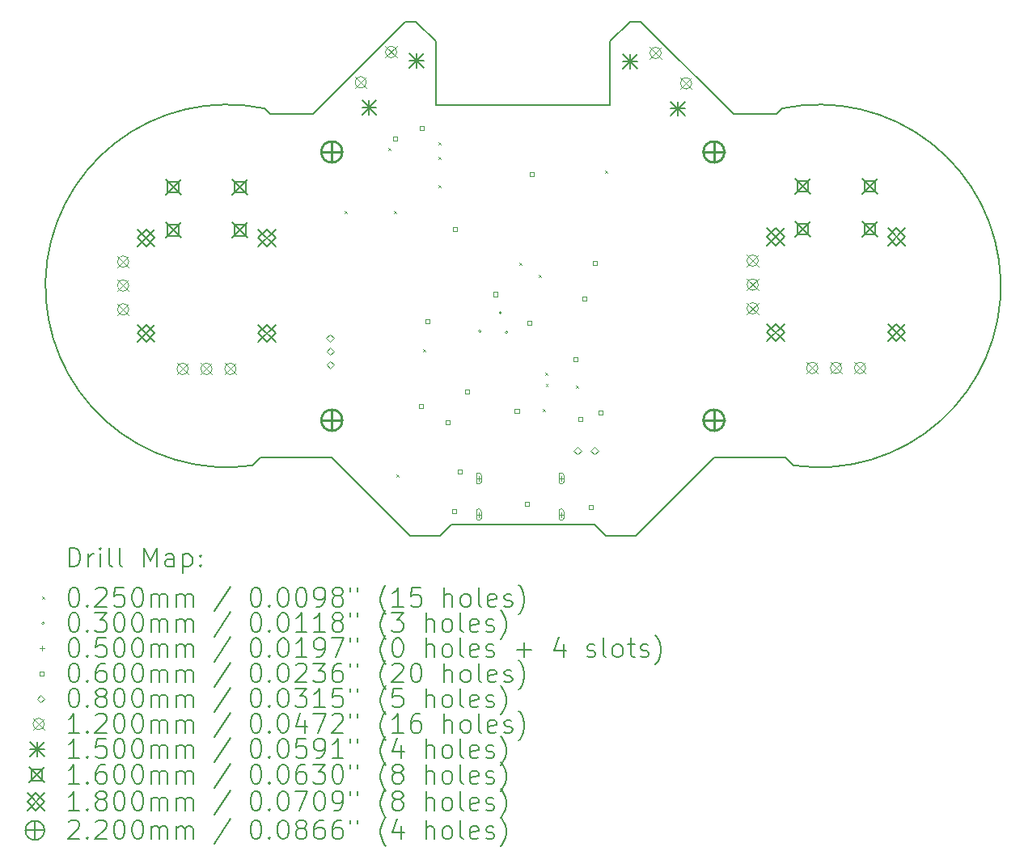
<source format=gbr>
%TF.GenerationSoftware,KiCad,Pcbnew,8.0.2*%
%TF.CreationDate,2024-05-05T16:16:44+08:00*%
%TF.ProjectId,controller,636f6e74-726f-46c6-9c65-722e6b696361,rev?*%
%TF.SameCoordinates,Original*%
%TF.FileFunction,Drillmap*%
%TF.FilePolarity,Positive*%
%FSLAX45Y45*%
G04 Gerber Fmt 4.5, Leading zero omitted, Abs format (unit mm)*
G04 Created by KiCad (PCBNEW 8.0.2) date 2024-05-05 16:16:44*
%MOMM*%
%LPD*%
G01*
G04 APERTURE LIST*
%ADD10C,0.200000*%
%ADD11C,0.100000*%
%ADD12C,0.120000*%
%ADD13C,0.150000*%
%ADD14C,0.160000*%
%ADD15C,0.180000*%
%ADD16C,0.220000*%
G04 APERTURE END LIST*
D10*
X13561989Y-5323001D02*
X13451991Y-5323001D01*
X11420000Y-6200000D02*
X11420000Y-5530000D01*
X13451991Y-5323001D02*
X13240000Y-5530000D01*
X15041417Y-6233582D02*
X14981996Y-6293001D01*
X11211986Y-5323001D02*
X11101991Y-5323001D01*
X14531989Y-6293001D02*
X13561989Y-5323001D01*
X9501145Y-9973842D02*
X9501151Y-9973841D01*
X11461994Y-10713008D02*
X11581986Y-10593001D01*
X13081991Y-10593001D02*
X13201996Y-10713008D01*
X9501145Y-9973842D02*
G75*
G02*
X9622568Y-6233575I-269145J1880842D01*
G01*
X15041422Y-6233575D02*
X15041417Y-6233582D01*
X14332001Y-9893001D02*
X15081996Y-9893001D01*
X11420000Y-5530000D02*
X11211986Y-5323001D01*
X11581986Y-10593001D02*
X12331996Y-10593001D01*
X13201996Y-10713008D02*
X13511994Y-10713008D01*
X9501143Y-9973844D02*
X9501145Y-9973842D01*
X12331996Y-10593001D02*
X13081991Y-10593001D01*
X14981996Y-6293001D02*
X14531989Y-6293001D01*
X11151984Y-10713008D02*
X11461994Y-10713008D01*
X9581981Y-9893001D02*
X10331989Y-9893001D01*
X15081996Y-9893001D02*
X15162834Y-9973841D01*
X9681981Y-6293001D02*
X9622563Y-6233582D01*
X15041422Y-6233575D02*
G75*
G02*
X15162833Y-9973841I390582J-1859425D01*
G01*
X10331989Y-9893001D02*
X11151984Y-10713008D01*
X13511994Y-10713008D02*
X14332001Y-9893001D01*
X9622563Y-6233582D02*
X9622568Y-6233575D01*
X13240000Y-6200000D02*
X11420000Y-6200000D01*
X9501151Y-9973841D02*
X9501143Y-9973844D01*
X11101991Y-5323001D02*
X10131989Y-6293001D01*
X10131989Y-6293001D02*
X9681981Y-6293001D01*
X9501145Y-9973842D02*
X9581981Y-9893001D01*
X13240000Y-5530000D02*
X13240000Y-6200000D01*
D11*
X10467500Y-7307500D02*
X10492500Y-7332500D01*
X10492500Y-7307500D02*
X10467500Y-7332500D01*
X10917500Y-6647500D02*
X10942500Y-6672500D01*
X10942500Y-6647500D02*
X10917500Y-6672500D01*
X10976841Y-7306841D02*
X11001841Y-7331841D01*
X11001841Y-7306841D02*
X10976841Y-7331841D01*
X11007500Y-10067500D02*
X11032500Y-10092500D01*
X11032500Y-10067500D02*
X11007500Y-10092500D01*
X11287500Y-8753750D02*
X11312500Y-8778750D01*
X11312500Y-8753750D02*
X11287500Y-8778750D01*
X11442500Y-6587500D02*
X11467500Y-6612500D01*
X11467500Y-6587500D02*
X11442500Y-6612500D01*
X11442500Y-6737500D02*
X11467500Y-6762500D01*
X11467500Y-6737500D02*
X11442500Y-6762500D01*
X11442500Y-7037500D02*
X11467500Y-7062500D01*
X11467500Y-7037500D02*
X11442500Y-7062500D01*
X12291841Y-7853159D02*
X12316841Y-7878159D01*
X12316841Y-7853159D02*
X12291841Y-7878159D01*
X12497500Y-7977500D02*
X12522500Y-8002500D01*
X12522500Y-7977500D02*
X12497500Y-8002500D01*
X12536095Y-9383710D02*
X12561095Y-9408710D01*
X12561095Y-9383710D02*
X12536095Y-9408710D01*
X12559685Y-8998750D02*
X12584685Y-9023750D01*
X12584685Y-8998750D02*
X12559685Y-9023750D01*
X12567500Y-9117500D02*
X12592500Y-9142500D01*
X12592500Y-9117500D02*
X12567500Y-9142500D01*
X12888260Y-9138260D02*
X12913260Y-9163260D01*
X12913260Y-9138260D02*
X12888260Y-9163260D01*
X13192500Y-6887500D02*
X13217500Y-6912500D01*
X13217500Y-6887500D02*
X13192500Y-6912500D01*
X11895000Y-8568750D02*
G75*
G02*
X11865000Y-8568750I-15000J0D01*
G01*
X11865000Y-8568750D02*
G75*
G02*
X11895000Y-8568750I15000J0D01*
G01*
X12108750Y-8373750D02*
G75*
G02*
X12078750Y-8373750I-15000J0D01*
G01*
X12078750Y-8373750D02*
G75*
G02*
X12108750Y-8373750I15000J0D01*
G01*
X12175000Y-8580000D02*
G75*
G02*
X12145000Y-8580000I-15000J0D01*
G01*
X12145000Y-8580000D02*
G75*
G02*
X12175000Y-8580000I15000J0D01*
G01*
X11868000Y-10085000D02*
X11868000Y-10135000D01*
X11843000Y-10110000D02*
X11893000Y-10110000D01*
X11893000Y-10145000D02*
X11893000Y-10075000D01*
X11843000Y-10075000D02*
G75*
G02*
X11893000Y-10075000I25000J0D01*
G01*
X11843000Y-10075000D02*
X11843000Y-10145000D01*
X11843000Y-10145000D02*
G75*
G03*
X11893000Y-10145000I25000J0D01*
G01*
X11868000Y-10465000D02*
X11868000Y-10515000D01*
X11843000Y-10490000D02*
X11893000Y-10490000D01*
X11893000Y-10525000D02*
X11893000Y-10455000D01*
X11843000Y-10455000D02*
G75*
G02*
X11893000Y-10455000I25000J0D01*
G01*
X11843000Y-10455000D02*
X11843000Y-10525000D01*
X11843000Y-10525000D02*
G75*
G03*
X11893000Y-10525000I25000J0D01*
G01*
X12732000Y-10085000D02*
X12732000Y-10135000D01*
X12707000Y-10110000D02*
X12757000Y-10110000D01*
X12757000Y-10145000D02*
X12757000Y-10075000D01*
X12707000Y-10075000D02*
G75*
G02*
X12757000Y-10075000I25000J0D01*
G01*
X12707000Y-10075000D02*
X12707000Y-10145000D01*
X12707000Y-10145000D02*
G75*
G03*
X12757000Y-10145000I25000J0D01*
G01*
X12732000Y-10465000D02*
X12732000Y-10515000D01*
X12707000Y-10490000D02*
X12757000Y-10490000D01*
X12757000Y-10525000D02*
X12757000Y-10455000D01*
X12707000Y-10455000D02*
G75*
G02*
X12757000Y-10455000I25000J0D01*
G01*
X12707000Y-10455000D02*
X12707000Y-10525000D01*
X12707000Y-10525000D02*
G75*
G03*
X12757000Y-10525000I25000J0D01*
G01*
X11011213Y-6571213D02*
X11011213Y-6528787D01*
X10968787Y-6528787D01*
X10968787Y-6571213D01*
X11011213Y-6571213D01*
X11281213Y-9371213D02*
X11281213Y-9328787D01*
X11238787Y-9328787D01*
X11238787Y-9371213D01*
X11281213Y-9371213D01*
X11291213Y-6461213D02*
X11291213Y-6418787D01*
X11248787Y-6418787D01*
X11248787Y-6461213D01*
X11291213Y-6461213D01*
X11351213Y-8481213D02*
X11351213Y-8438787D01*
X11308787Y-8438787D01*
X11308787Y-8481213D01*
X11351213Y-8481213D01*
X11562281Y-9542060D02*
X11562281Y-9499633D01*
X11519854Y-9499633D01*
X11519854Y-9542060D01*
X11562281Y-9542060D01*
X11631213Y-10471213D02*
X11631213Y-10428787D01*
X11588787Y-10428787D01*
X11588787Y-10471213D01*
X11631213Y-10471213D01*
X11641213Y-7521213D02*
X11641213Y-7478787D01*
X11598787Y-7478787D01*
X11598787Y-7521213D01*
X11641213Y-7521213D01*
X11691213Y-10061213D02*
X11691213Y-10018787D01*
X11648787Y-10018787D01*
X11648787Y-10061213D01*
X11691213Y-10061213D01*
X11771213Y-9221213D02*
X11771213Y-9178787D01*
X11728787Y-9178787D01*
X11728787Y-9221213D01*
X11771213Y-9221213D01*
X12061213Y-8201213D02*
X12061213Y-8158787D01*
X12018787Y-8158787D01*
X12018787Y-8201213D01*
X12061213Y-8201213D01*
X12288116Y-9428116D02*
X12288116Y-9385689D01*
X12245689Y-9385689D01*
X12245689Y-9428116D01*
X12288116Y-9428116D01*
X12391213Y-10401213D02*
X12391213Y-10358787D01*
X12348787Y-10358787D01*
X12348787Y-10401213D01*
X12391213Y-10401213D01*
X12421213Y-8501213D02*
X12421213Y-8458787D01*
X12378787Y-8458787D01*
X12378787Y-8501213D01*
X12421213Y-8501213D01*
X12442213Y-6941213D02*
X12442213Y-6898787D01*
X12399787Y-6898787D01*
X12399787Y-6941213D01*
X12442213Y-6941213D01*
X12905371Y-8885371D02*
X12905371Y-8842944D01*
X12862944Y-8842944D01*
X12862944Y-8885371D01*
X12905371Y-8885371D01*
X12954998Y-9508342D02*
X12954998Y-9465916D01*
X12912572Y-9465916D01*
X12912572Y-9508342D01*
X12954998Y-9508342D01*
X12991213Y-8251213D02*
X12991213Y-8208787D01*
X12948787Y-8208787D01*
X12948787Y-8251213D01*
X12991213Y-8251213D01*
X13061213Y-10431213D02*
X13061213Y-10388787D01*
X13018787Y-10388787D01*
X13018787Y-10431213D01*
X13061213Y-10431213D01*
X13101213Y-7871213D02*
X13101213Y-7828787D01*
X13058787Y-7828787D01*
X13058787Y-7871213D01*
X13101213Y-7871213D01*
X13163713Y-9439440D02*
X13163713Y-9397013D01*
X13121287Y-9397013D01*
X13121287Y-9439440D01*
X13163713Y-9439440D01*
X10310000Y-8680000D02*
X10350000Y-8640000D01*
X10310000Y-8600000D01*
X10270000Y-8640000D01*
X10310000Y-8680000D01*
X10313000Y-8817500D02*
X10353000Y-8777500D01*
X10313000Y-8737500D01*
X10273000Y-8777500D01*
X10313000Y-8817500D01*
X10313000Y-8960000D02*
X10353000Y-8920000D01*
X10313000Y-8880000D01*
X10273000Y-8920000D01*
X10313000Y-8960000D01*
X12900000Y-9860000D02*
X12940000Y-9820000D01*
X12900000Y-9780000D01*
X12860000Y-9820000D01*
X12900000Y-9860000D01*
X13080000Y-9860000D02*
X13120000Y-9820000D01*
X13080000Y-9780000D01*
X13040000Y-9820000D01*
X13080000Y-9860000D01*
D12*
X8085100Y-7779200D02*
X8205100Y-7899200D01*
X8205100Y-7779200D02*
X8085100Y-7899200D01*
X8205100Y-7839200D02*
G75*
G02*
X8085100Y-7839200I-60000J0D01*
G01*
X8085100Y-7839200D02*
G75*
G02*
X8205100Y-7839200I60000J0D01*
G01*
X8085100Y-8029200D02*
X8205100Y-8149200D01*
X8205100Y-8029200D02*
X8085100Y-8149200D01*
X8205100Y-8089200D02*
G75*
G02*
X8085100Y-8089200I-60000J0D01*
G01*
X8085100Y-8089200D02*
G75*
G02*
X8205100Y-8089200I60000J0D01*
G01*
X8085100Y-8279200D02*
X8205100Y-8399200D01*
X8205100Y-8279200D02*
X8085100Y-8399200D01*
X8205100Y-8339200D02*
G75*
G02*
X8085100Y-8339200I-60000J0D01*
G01*
X8085100Y-8339200D02*
G75*
G02*
X8205100Y-8339200I60000J0D01*
G01*
X8708100Y-8902200D02*
X8828100Y-9022200D01*
X8828100Y-8902200D02*
X8708100Y-9022200D01*
X8828100Y-8962200D02*
G75*
G02*
X8708100Y-8962200I-60000J0D01*
G01*
X8708100Y-8962200D02*
G75*
G02*
X8828100Y-8962200I60000J0D01*
G01*
X8958000Y-8902200D02*
X9078000Y-9022200D01*
X9078000Y-8902200D02*
X8958000Y-9022200D01*
X9078000Y-8962200D02*
G75*
G02*
X8958000Y-8962200I-60000J0D01*
G01*
X8958000Y-8962200D02*
G75*
G02*
X9078000Y-8962200I60000J0D01*
G01*
X9208100Y-8902200D02*
X9328100Y-9022200D01*
X9328100Y-8902200D02*
X9208100Y-9022200D01*
X9328100Y-8962200D02*
G75*
G02*
X9208100Y-8962200I-60000J0D01*
G01*
X9208100Y-8962200D02*
G75*
G02*
X9328100Y-8962200I60000J0D01*
G01*
X10572513Y-5900711D02*
X10692513Y-6020711D01*
X10692513Y-5900711D02*
X10572513Y-6020711D01*
X10692513Y-5960711D02*
G75*
G02*
X10572513Y-5960711I-60000J0D01*
G01*
X10572513Y-5960711D02*
G75*
G02*
X10692513Y-5960711I60000J0D01*
G01*
X10890711Y-5582513D02*
X11010711Y-5702513D01*
X11010711Y-5582513D02*
X10890711Y-5702513D01*
X11010711Y-5642513D02*
G75*
G02*
X10890711Y-5642513I-60000J0D01*
G01*
X10890711Y-5642513D02*
G75*
G02*
X11010711Y-5642513I60000J0D01*
G01*
X13659289Y-5592513D02*
X13779289Y-5712513D01*
X13779289Y-5592513D02*
X13659289Y-5712513D01*
X13779289Y-5652513D02*
G75*
G02*
X13659289Y-5652513I-60000J0D01*
G01*
X13659289Y-5652513D02*
G75*
G02*
X13779289Y-5652513I60000J0D01*
G01*
X13977487Y-5910711D02*
X14097487Y-6030711D01*
X14097487Y-5910711D02*
X13977487Y-6030711D01*
X14097487Y-5970711D02*
G75*
G02*
X13977487Y-5970711I-60000J0D01*
G01*
X13977487Y-5970711D02*
G75*
G02*
X14097487Y-5970711I60000J0D01*
G01*
X14675100Y-7769200D02*
X14795100Y-7889200D01*
X14795100Y-7769200D02*
X14675100Y-7889200D01*
X14795100Y-7829200D02*
G75*
G02*
X14675100Y-7829200I-60000J0D01*
G01*
X14675100Y-7829200D02*
G75*
G02*
X14795100Y-7829200I60000J0D01*
G01*
X14675100Y-8019200D02*
X14795100Y-8139200D01*
X14795100Y-8019200D02*
X14675100Y-8139200D01*
X14795100Y-8079200D02*
G75*
G02*
X14675100Y-8079200I-60000J0D01*
G01*
X14675100Y-8079200D02*
G75*
G02*
X14795100Y-8079200I60000J0D01*
G01*
X14675100Y-8269200D02*
X14795100Y-8389200D01*
X14795100Y-8269200D02*
X14675100Y-8389200D01*
X14795100Y-8329200D02*
G75*
G02*
X14675100Y-8329200I-60000J0D01*
G01*
X14675100Y-8329200D02*
G75*
G02*
X14795100Y-8329200I60000J0D01*
G01*
X15298100Y-8892200D02*
X15418100Y-9012200D01*
X15418100Y-8892200D02*
X15298100Y-9012200D01*
X15418100Y-8952200D02*
G75*
G02*
X15298100Y-8952200I-60000J0D01*
G01*
X15298100Y-8952200D02*
G75*
G02*
X15418100Y-8952200I60000J0D01*
G01*
X15548000Y-8892200D02*
X15668000Y-9012200D01*
X15668000Y-8892200D02*
X15548000Y-9012200D01*
X15668000Y-8952200D02*
G75*
G02*
X15548000Y-8952200I-60000J0D01*
G01*
X15548000Y-8952200D02*
G75*
G02*
X15668000Y-8952200I60000J0D01*
G01*
X15798100Y-8892200D02*
X15918100Y-9012200D01*
X15918100Y-8892200D02*
X15798100Y-9012200D01*
X15918100Y-8952200D02*
G75*
G02*
X15798100Y-8952200I-60000J0D01*
G01*
X15798100Y-8952200D02*
G75*
G02*
X15918100Y-8952200I60000J0D01*
G01*
D13*
X10645901Y-6150876D02*
X10795901Y-6300876D01*
X10795901Y-6150876D02*
X10645901Y-6300876D01*
X10720901Y-6150876D02*
X10720901Y-6300876D01*
X10645901Y-6225876D02*
X10795901Y-6225876D01*
X11140876Y-5655901D02*
X11290876Y-5805901D01*
X11290876Y-5655901D02*
X11140876Y-5805901D01*
X11215876Y-5655901D02*
X11215876Y-5805901D01*
X11140876Y-5730901D02*
X11290876Y-5730901D01*
X13379124Y-5665901D02*
X13529124Y-5815901D01*
X13529124Y-5665901D02*
X13379124Y-5815901D01*
X13454124Y-5665901D02*
X13454124Y-5815901D01*
X13379124Y-5740901D02*
X13529124Y-5740901D01*
X13874099Y-6160876D02*
X14024099Y-6310876D01*
X14024099Y-6160876D02*
X13874099Y-6310876D01*
X13949099Y-6160876D02*
X13949099Y-6310876D01*
X13874099Y-6235876D02*
X14024099Y-6235876D01*
D14*
X8590000Y-6980000D02*
X8750000Y-7140000D01*
X8750000Y-6980000D02*
X8590000Y-7140000D01*
X8726569Y-7116569D02*
X8726569Y-7003431D01*
X8613431Y-7003431D01*
X8613431Y-7116569D01*
X8726569Y-7116569D01*
X8590000Y-7430000D02*
X8750000Y-7590000D01*
X8750000Y-7430000D02*
X8590000Y-7590000D01*
X8726569Y-7566569D02*
X8726569Y-7453431D01*
X8613431Y-7453431D01*
X8613431Y-7566569D01*
X8726569Y-7566569D01*
X9290000Y-6980000D02*
X9450000Y-7140000D01*
X9450000Y-6980000D02*
X9290000Y-7140000D01*
X9426569Y-7116569D02*
X9426569Y-7003431D01*
X9313431Y-7003431D01*
X9313431Y-7116569D01*
X9426569Y-7116569D01*
X9290000Y-7430000D02*
X9450000Y-7590000D01*
X9450000Y-7430000D02*
X9290000Y-7590000D01*
X9426569Y-7566569D02*
X9426569Y-7453431D01*
X9313431Y-7453431D01*
X9313431Y-7566569D01*
X9426569Y-7566569D01*
X15180000Y-6970000D02*
X15340000Y-7130000D01*
X15340000Y-6970000D02*
X15180000Y-7130000D01*
X15316569Y-7106569D02*
X15316569Y-6993431D01*
X15203431Y-6993431D01*
X15203431Y-7106569D01*
X15316569Y-7106569D01*
X15180000Y-7420000D02*
X15340000Y-7580000D01*
X15340000Y-7420000D02*
X15180000Y-7580000D01*
X15316569Y-7556569D02*
X15316569Y-7443431D01*
X15203431Y-7443431D01*
X15203431Y-7556569D01*
X15316569Y-7556569D01*
X15880000Y-6970000D02*
X16040000Y-7130000D01*
X16040000Y-6970000D02*
X15880000Y-7130000D01*
X16016569Y-7106569D02*
X16016569Y-6993431D01*
X15903431Y-6993431D01*
X15903431Y-7106569D01*
X16016569Y-7106569D01*
X15880000Y-7420000D02*
X16040000Y-7580000D01*
X16040000Y-7420000D02*
X15880000Y-7580000D01*
X16016569Y-7556569D02*
X16016569Y-7443431D01*
X15903431Y-7443431D01*
X15903431Y-7556569D01*
X16016569Y-7556569D01*
D15*
X8295500Y-7499200D02*
X8475500Y-7679200D01*
X8475500Y-7499200D02*
X8295500Y-7679200D01*
X8385500Y-7679200D02*
X8475500Y-7589200D01*
X8385500Y-7499200D01*
X8295500Y-7589200D01*
X8385500Y-7679200D01*
X8295500Y-8499200D02*
X8475500Y-8679200D01*
X8475500Y-8499200D02*
X8295500Y-8679200D01*
X8385500Y-8679200D02*
X8475500Y-8589200D01*
X8385500Y-8499200D01*
X8295500Y-8589200D01*
X8385500Y-8679200D01*
X9560500Y-7499200D02*
X9740500Y-7679200D01*
X9740500Y-7499200D02*
X9560500Y-7679200D01*
X9650500Y-7679200D02*
X9740500Y-7589200D01*
X9650500Y-7499200D01*
X9560500Y-7589200D01*
X9650500Y-7679200D01*
X9560500Y-8499200D02*
X9740500Y-8679200D01*
X9740500Y-8499200D02*
X9560500Y-8679200D01*
X9650500Y-8679200D02*
X9740500Y-8589200D01*
X9650500Y-8499200D01*
X9560500Y-8589200D01*
X9650500Y-8679200D01*
X14885500Y-7489200D02*
X15065500Y-7669200D01*
X15065500Y-7489200D02*
X14885500Y-7669200D01*
X14975500Y-7669200D02*
X15065500Y-7579200D01*
X14975500Y-7489200D01*
X14885500Y-7579200D01*
X14975500Y-7669200D01*
X14885500Y-8489200D02*
X15065500Y-8669200D01*
X15065500Y-8489200D02*
X14885500Y-8669200D01*
X14975500Y-8669200D02*
X15065500Y-8579200D01*
X14975500Y-8489200D01*
X14885500Y-8579200D01*
X14975500Y-8669200D01*
X16150500Y-7489200D02*
X16330500Y-7669200D01*
X16330500Y-7489200D02*
X16150500Y-7669200D01*
X16240500Y-7669200D02*
X16330500Y-7579200D01*
X16240500Y-7489200D01*
X16150500Y-7579200D01*
X16240500Y-7669200D01*
X16150500Y-8489200D02*
X16330500Y-8669200D01*
X16330500Y-8489200D02*
X16150500Y-8669200D01*
X16240500Y-8669200D02*
X16330500Y-8579200D01*
X16240500Y-8489200D01*
X16150500Y-8579200D01*
X16240500Y-8669200D01*
D16*
X10330000Y-6580000D02*
X10330000Y-6800000D01*
X10220000Y-6690000D02*
X10440000Y-6690000D01*
X10440000Y-6690000D02*
G75*
G02*
X10220000Y-6690000I-110000J0D01*
G01*
X10220000Y-6690000D02*
G75*
G02*
X10440000Y-6690000I110000J0D01*
G01*
X10330000Y-9390000D02*
X10330000Y-9610000D01*
X10220000Y-9500000D02*
X10440000Y-9500000D01*
X10440000Y-9500000D02*
G75*
G02*
X10220000Y-9500000I-110000J0D01*
G01*
X10220000Y-9500000D02*
G75*
G02*
X10440000Y-9500000I110000J0D01*
G01*
X14330000Y-6580000D02*
X14330000Y-6800000D01*
X14220000Y-6690000D02*
X14440000Y-6690000D01*
X14440000Y-6690000D02*
G75*
G02*
X14220000Y-6690000I-110000J0D01*
G01*
X14220000Y-6690000D02*
G75*
G02*
X14440000Y-6690000I110000J0D01*
G01*
X14330000Y-9390000D02*
X14330000Y-9610000D01*
X14220000Y-9500000D02*
X14440000Y-9500000D01*
X14440000Y-9500000D02*
G75*
G02*
X14220000Y-9500000I-110000J0D01*
G01*
X14220000Y-9500000D02*
G75*
G02*
X14440000Y-9500000I110000J0D01*
G01*
D10*
X7582775Y-11034492D02*
X7582775Y-10834492D01*
X7582775Y-10834492D02*
X7630394Y-10834492D01*
X7630394Y-10834492D02*
X7658966Y-10844016D01*
X7658966Y-10844016D02*
X7678013Y-10863063D01*
X7678013Y-10863063D02*
X7687537Y-10882111D01*
X7687537Y-10882111D02*
X7697061Y-10920206D01*
X7697061Y-10920206D02*
X7697061Y-10948778D01*
X7697061Y-10948778D02*
X7687537Y-10986873D01*
X7687537Y-10986873D02*
X7678013Y-11005921D01*
X7678013Y-11005921D02*
X7658966Y-11024968D01*
X7658966Y-11024968D02*
X7630394Y-11034492D01*
X7630394Y-11034492D02*
X7582775Y-11034492D01*
X7782775Y-11034492D02*
X7782775Y-10901159D01*
X7782775Y-10939254D02*
X7792299Y-10920206D01*
X7792299Y-10920206D02*
X7801823Y-10910682D01*
X7801823Y-10910682D02*
X7820871Y-10901159D01*
X7820871Y-10901159D02*
X7839918Y-10901159D01*
X7906585Y-11034492D02*
X7906585Y-10901159D01*
X7906585Y-10834492D02*
X7897061Y-10844016D01*
X7897061Y-10844016D02*
X7906585Y-10853540D01*
X7906585Y-10853540D02*
X7916109Y-10844016D01*
X7916109Y-10844016D02*
X7906585Y-10834492D01*
X7906585Y-10834492D02*
X7906585Y-10853540D01*
X8030394Y-11034492D02*
X8011347Y-11024968D01*
X8011347Y-11024968D02*
X8001823Y-11005921D01*
X8001823Y-11005921D02*
X8001823Y-10834492D01*
X8135156Y-11034492D02*
X8116109Y-11024968D01*
X8116109Y-11024968D02*
X8106585Y-11005921D01*
X8106585Y-11005921D02*
X8106585Y-10834492D01*
X8363728Y-11034492D02*
X8363728Y-10834492D01*
X8363728Y-10834492D02*
X8430395Y-10977349D01*
X8430395Y-10977349D02*
X8497061Y-10834492D01*
X8497061Y-10834492D02*
X8497061Y-11034492D01*
X8678014Y-11034492D02*
X8678014Y-10929730D01*
X8678014Y-10929730D02*
X8668490Y-10910682D01*
X8668490Y-10910682D02*
X8649442Y-10901159D01*
X8649442Y-10901159D02*
X8611347Y-10901159D01*
X8611347Y-10901159D02*
X8592299Y-10910682D01*
X8678014Y-11024968D02*
X8658966Y-11034492D01*
X8658966Y-11034492D02*
X8611347Y-11034492D01*
X8611347Y-11034492D02*
X8592299Y-11024968D01*
X8592299Y-11024968D02*
X8582775Y-11005921D01*
X8582775Y-11005921D02*
X8582775Y-10986873D01*
X8582775Y-10986873D02*
X8592299Y-10967825D01*
X8592299Y-10967825D02*
X8611347Y-10958302D01*
X8611347Y-10958302D02*
X8658966Y-10958302D01*
X8658966Y-10958302D02*
X8678014Y-10948778D01*
X8773252Y-10901159D02*
X8773252Y-11101159D01*
X8773252Y-10910682D02*
X8792299Y-10901159D01*
X8792299Y-10901159D02*
X8830395Y-10901159D01*
X8830395Y-10901159D02*
X8849442Y-10910682D01*
X8849442Y-10910682D02*
X8858966Y-10920206D01*
X8858966Y-10920206D02*
X8868490Y-10939254D01*
X8868490Y-10939254D02*
X8868490Y-10996397D01*
X8868490Y-10996397D02*
X8858966Y-11015444D01*
X8858966Y-11015444D02*
X8849442Y-11024968D01*
X8849442Y-11024968D02*
X8830395Y-11034492D01*
X8830395Y-11034492D02*
X8792299Y-11034492D01*
X8792299Y-11034492D02*
X8773252Y-11024968D01*
X8954204Y-11015444D02*
X8963728Y-11024968D01*
X8963728Y-11024968D02*
X8954204Y-11034492D01*
X8954204Y-11034492D02*
X8944680Y-11024968D01*
X8944680Y-11024968D02*
X8954204Y-11015444D01*
X8954204Y-11015444D02*
X8954204Y-11034492D01*
X8954204Y-10910682D02*
X8963728Y-10920206D01*
X8963728Y-10920206D02*
X8954204Y-10929730D01*
X8954204Y-10929730D02*
X8944680Y-10920206D01*
X8944680Y-10920206D02*
X8954204Y-10910682D01*
X8954204Y-10910682D02*
X8954204Y-10929730D01*
D11*
X7296999Y-11350508D02*
X7321999Y-11375508D01*
X7321999Y-11350508D02*
X7296999Y-11375508D01*
D10*
X7620871Y-11254492D02*
X7639918Y-11254492D01*
X7639918Y-11254492D02*
X7658966Y-11264016D01*
X7658966Y-11264016D02*
X7668490Y-11273540D01*
X7668490Y-11273540D02*
X7678013Y-11292587D01*
X7678013Y-11292587D02*
X7687537Y-11330682D01*
X7687537Y-11330682D02*
X7687537Y-11378301D01*
X7687537Y-11378301D02*
X7678013Y-11416397D01*
X7678013Y-11416397D02*
X7668490Y-11435444D01*
X7668490Y-11435444D02*
X7658966Y-11444968D01*
X7658966Y-11444968D02*
X7639918Y-11454492D01*
X7639918Y-11454492D02*
X7620871Y-11454492D01*
X7620871Y-11454492D02*
X7601823Y-11444968D01*
X7601823Y-11444968D02*
X7592299Y-11435444D01*
X7592299Y-11435444D02*
X7582775Y-11416397D01*
X7582775Y-11416397D02*
X7573252Y-11378301D01*
X7573252Y-11378301D02*
X7573252Y-11330682D01*
X7573252Y-11330682D02*
X7582775Y-11292587D01*
X7582775Y-11292587D02*
X7592299Y-11273540D01*
X7592299Y-11273540D02*
X7601823Y-11264016D01*
X7601823Y-11264016D02*
X7620871Y-11254492D01*
X7773252Y-11435444D02*
X7782775Y-11444968D01*
X7782775Y-11444968D02*
X7773252Y-11454492D01*
X7773252Y-11454492D02*
X7763728Y-11444968D01*
X7763728Y-11444968D02*
X7773252Y-11435444D01*
X7773252Y-11435444D02*
X7773252Y-11454492D01*
X7858966Y-11273540D02*
X7868490Y-11264016D01*
X7868490Y-11264016D02*
X7887537Y-11254492D01*
X7887537Y-11254492D02*
X7935156Y-11254492D01*
X7935156Y-11254492D02*
X7954204Y-11264016D01*
X7954204Y-11264016D02*
X7963728Y-11273540D01*
X7963728Y-11273540D02*
X7973252Y-11292587D01*
X7973252Y-11292587D02*
X7973252Y-11311635D01*
X7973252Y-11311635D02*
X7963728Y-11340206D01*
X7963728Y-11340206D02*
X7849442Y-11454492D01*
X7849442Y-11454492D02*
X7973252Y-11454492D01*
X8154204Y-11254492D02*
X8058966Y-11254492D01*
X8058966Y-11254492D02*
X8049442Y-11349730D01*
X8049442Y-11349730D02*
X8058966Y-11340206D01*
X8058966Y-11340206D02*
X8078013Y-11330682D01*
X8078013Y-11330682D02*
X8125633Y-11330682D01*
X8125633Y-11330682D02*
X8144680Y-11340206D01*
X8144680Y-11340206D02*
X8154204Y-11349730D01*
X8154204Y-11349730D02*
X8163728Y-11368778D01*
X8163728Y-11368778D02*
X8163728Y-11416397D01*
X8163728Y-11416397D02*
X8154204Y-11435444D01*
X8154204Y-11435444D02*
X8144680Y-11444968D01*
X8144680Y-11444968D02*
X8125633Y-11454492D01*
X8125633Y-11454492D02*
X8078013Y-11454492D01*
X8078013Y-11454492D02*
X8058966Y-11444968D01*
X8058966Y-11444968D02*
X8049442Y-11435444D01*
X8287537Y-11254492D02*
X8306585Y-11254492D01*
X8306585Y-11254492D02*
X8325633Y-11264016D01*
X8325633Y-11264016D02*
X8335156Y-11273540D01*
X8335156Y-11273540D02*
X8344680Y-11292587D01*
X8344680Y-11292587D02*
X8354204Y-11330682D01*
X8354204Y-11330682D02*
X8354204Y-11378301D01*
X8354204Y-11378301D02*
X8344680Y-11416397D01*
X8344680Y-11416397D02*
X8335156Y-11435444D01*
X8335156Y-11435444D02*
X8325633Y-11444968D01*
X8325633Y-11444968D02*
X8306585Y-11454492D01*
X8306585Y-11454492D02*
X8287537Y-11454492D01*
X8287537Y-11454492D02*
X8268490Y-11444968D01*
X8268490Y-11444968D02*
X8258966Y-11435444D01*
X8258966Y-11435444D02*
X8249442Y-11416397D01*
X8249442Y-11416397D02*
X8239918Y-11378301D01*
X8239918Y-11378301D02*
X8239918Y-11330682D01*
X8239918Y-11330682D02*
X8249442Y-11292587D01*
X8249442Y-11292587D02*
X8258966Y-11273540D01*
X8258966Y-11273540D02*
X8268490Y-11264016D01*
X8268490Y-11264016D02*
X8287537Y-11254492D01*
X8439918Y-11454492D02*
X8439918Y-11321159D01*
X8439918Y-11340206D02*
X8449442Y-11330682D01*
X8449442Y-11330682D02*
X8468490Y-11321159D01*
X8468490Y-11321159D02*
X8497061Y-11321159D01*
X8497061Y-11321159D02*
X8516109Y-11330682D01*
X8516109Y-11330682D02*
X8525633Y-11349730D01*
X8525633Y-11349730D02*
X8525633Y-11454492D01*
X8525633Y-11349730D02*
X8535156Y-11330682D01*
X8535156Y-11330682D02*
X8554204Y-11321159D01*
X8554204Y-11321159D02*
X8582775Y-11321159D01*
X8582775Y-11321159D02*
X8601823Y-11330682D01*
X8601823Y-11330682D02*
X8611347Y-11349730D01*
X8611347Y-11349730D02*
X8611347Y-11454492D01*
X8706585Y-11454492D02*
X8706585Y-11321159D01*
X8706585Y-11340206D02*
X8716109Y-11330682D01*
X8716109Y-11330682D02*
X8735156Y-11321159D01*
X8735156Y-11321159D02*
X8763728Y-11321159D01*
X8763728Y-11321159D02*
X8782776Y-11330682D01*
X8782776Y-11330682D02*
X8792299Y-11349730D01*
X8792299Y-11349730D02*
X8792299Y-11454492D01*
X8792299Y-11349730D02*
X8801823Y-11330682D01*
X8801823Y-11330682D02*
X8820871Y-11321159D01*
X8820871Y-11321159D02*
X8849442Y-11321159D01*
X8849442Y-11321159D02*
X8868490Y-11330682D01*
X8868490Y-11330682D02*
X8878014Y-11349730D01*
X8878014Y-11349730D02*
X8878014Y-11454492D01*
X9268490Y-11244968D02*
X9097061Y-11502111D01*
X9525633Y-11254492D02*
X9544680Y-11254492D01*
X9544680Y-11254492D02*
X9563728Y-11264016D01*
X9563728Y-11264016D02*
X9573252Y-11273540D01*
X9573252Y-11273540D02*
X9582776Y-11292587D01*
X9582776Y-11292587D02*
X9592299Y-11330682D01*
X9592299Y-11330682D02*
X9592299Y-11378301D01*
X9592299Y-11378301D02*
X9582776Y-11416397D01*
X9582776Y-11416397D02*
X9573252Y-11435444D01*
X9573252Y-11435444D02*
X9563728Y-11444968D01*
X9563728Y-11444968D02*
X9544680Y-11454492D01*
X9544680Y-11454492D02*
X9525633Y-11454492D01*
X9525633Y-11454492D02*
X9506585Y-11444968D01*
X9506585Y-11444968D02*
X9497061Y-11435444D01*
X9497061Y-11435444D02*
X9487538Y-11416397D01*
X9487538Y-11416397D02*
X9478014Y-11378301D01*
X9478014Y-11378301D02*
X9478014Y-11330682D01*
X9478014Y-11330682D02*
X9487538Y-11292587D01*
X9487538Y-11292587D02*
X9497061Y-11273540D01*
X9497061Y-11273540D02*
X9506585Y-11264016D01*
X9506585Y-11264016D02*
X9525633Y-11254492D01*
X9678014Y-11435444D02*
X9687538Y-11444968D01*
X9687538Y-11444968D02*
X9678014Y-11454492D01*
X9678014Y-11454492D02*
X9668490Y-11444968D01*
X9668490Y-11444968D02*
X9678014Y-11435444D01*
X9678014Y-11435444D02*
X9678014Y-11454492D01*
X9811347Y-11254492D02*
X9830395Y-11254492D01*
X9830395Y-11254492D02*
X9849442Y-11264016D01*
X9849442Y-11264016D02*
X9858966Y-11273540D01*
X9858966Y-11273540D02*
X9868490Y-11292587D01*
X9868490Y-11292587D02*
X9878014Y-11330682D01*
X9878014Y-11330682D02*
X9878014Y-11378301D01*
X9878014Y-11378301D02*
X9868490Y-11416397D01*
X9868490Y-11416397D02*
X9858966Y-11435444D01*
X9858966Y-11435444D02*
X9849442Y-11444968D01*
X9849442Y-11444968D02*
X9830395Y-11454492D01*
X9830395Y-11454492D02*
X9811347Y-11454492D01*
X9811347Y-11454492D02*
X9792299Y-11444968D01*
X9792299Y-11444968D02*
X9782776Y-11435444D01*
X9782776Y-11435444D02*
X9773252Y-11416397D01*
X9773252Y-11416397D02*
X9763728Y-11378301D01*
X9763728Y-11378301D02*
X9763728Y-11330682D01*
X9763728Y-11330682D02*
X9773252Y-11292587D01*
X9773252Y-11292587D02*
X9782776Y-11273540D01*
X9782776Y-11273540D02*
X9792299Y-11264016D01*
X9792299Y-11264016D02*
X9811347Y-11254492D01*
X10001823Y-11254492D02*
X10020871Y-11254492D01*
X10020871Y-11254492D02*
X10039919Y-11264016D01*
X10039919Y-11264016D02*
X10049442Y-11273540D01*
X10049442Y-11273540D02*
X10058966Y-11292587D01*
X10058966Y-11292587D02*
X10068490Y-11330682D01*
X10068490Y-11330682D02*
X10068490Y-11378301D01*
X10068490Y-11378301D02*
X10058966Y-11416397D01*
X10058966Y-11416397D02*
X10049442Y-11435444D01*
X10049442Y-11435444D02*
X10039919Y-11444968D01*
X10039919Y-11444968D02*
X10020871Y-11454492D01*
X10020871Y-11454492D02*
X10001823Y-11454492D01*
X10001823Y-11454492D02*
X9982776Y-11444968D01*
X9982776Y-11444968D02*
X9973252Y-11435444D01*
X9973252Y-11435444D02*
X9963728Y-11416397D01*
X9963728Y-11416397D02*
X9954204Y-11378301D01*
X9954204Y-11378301D02*
X9954204Y-11330682D01*
X9954204Y-11330682D02*
X9963728Y-11292587D01*
X9963728Y-11292587D02*
X9973252Y-11273540D01*
X9973252Y-11273540D02*
X9982776Y-11264016D01*
X9982776Y-11264016D02*
X10001823Y-11254492D01*
X10163728Y-11454492D02*
X10201823Y-11454492D01*
X10201823Y-11454492D02*
X10220871Y-11444968D01*
X10220871Y-11444968D02*
X10230395Y-11435444D01*
X10230395Y-11435444D02*
X10249442Y-11406873D01*
X10249442Y-11406873D02*
X10258966Y-11368778D01*
X10258966Y-11368778D02*
X10258966Y-11292587D01*
X10258966Y-11292587D02*
X10249442Y-11273540D01*
X10249442Y-11273540D02*
X10239919Y-11264016D01*
X10239919Y-11264016D02*
X10220871Y-11254492D01*
X10220871Y-11254492D02*
X10182776Y-11254492D01*
X10182776Y-11254492D02*
X10163728Y-11264016D01*
X10163728Y-11264016D02*
X10154204Y-11273540D01*
X10154204Y-11273540D02*
X10144680Y-11292587D01*
X10144680Y-11292587D02*
X10144680Y-11340206D01*
X10144680Y-11340206D02*
X10154204Y-11359254D01*
X10154204Y-11359254D02*
X10163728Y-11368778D01*
X10163728Y-11368778D02*
X10182776Y-11378301D01*
X10182776Y-11378301D02*
X10220871Y-11378301D01*
X10220871Y-11378301D02*
X10239919Y-11368778D01*
X10239919Y-11368778D02*
X10249442Y-11359254D01*
X10249442Y-11359254D02*
X10258966Y-11340206D01*
X10373252Y-11340206D02*
X10354204Y-11330682D01*
X10354204Y-11330682D02*
X10344680Y-11321159D01*
X10344680Y-11321159D02*
X10335157Y-11302111D01*
X10335157Y-11302111D02*
X10335157Y-11292587D01*
X10335157Y-11292587D02*
X10344680Y-11273540D01*
X10344680Y-11273540D02*
X10354204Y-11264016D01*
X10354204Y-11264016D02*
X10373252Y-11254492D01*
X10373252Y-11254492D02*
X10411347Y-11254492D01*
X10411347Y-11254492D02*
X10430395Y-11264016D01*
X10430395Y-11264016D02*
X10439919Y-11273540D01*
X10439919Y-11273540D02*
X10449442Y-11292587D01*
X10449442Y-11292587D02*
X10449442Y-11302111D01*
X10449442Y-11302111D02*
X10439919Y-11321159D01*
X10439919Y-11321159D02*
X10430395Y-11330682D01*
X10430395Y-11330682D02*
X10411347Y-11340206D01*
X10411347Y-11340206D02*
X10373252Y-11340206D01*
X10373252Y-11340206D02*
X10354204Y-11349730D01*
X10354204Y-11349730D02*
X10344680Y-11359254D01*
X10344680Y-11359254D02*
X10335157Y-11378301D01*
X10335157Y-11378301D02*
X10335157Y-11416397D01*
X10335157Y-11416397D02*
X10344680Y-11435444D01*
X10344680Y-11435444D02*
X10354204Y-11444968D01*
X10354204Y-11444968D02*
X10373252Y-11454492D01*
X10373252Y-11454492D02*
X10411347Y-11454492D01*
X10411347Y-11454492D02*
X10430395Y-11444968D01*
X10430395Y-11444968D02*
X10439919Y-11435444D01*
X10439919Y-11435444D02*
X10449442Y-11416397D01*
X10449442Y-11416397D02*
X10449442Y-11378301D01*
X10449442Y-11378301D02*
X10439919Y-11359254D01*
X10439919Y-11359254D02*
X10430395Y-11349730D01*
X10430395Y-11349730D02*
X10411347Y-11340206D01*
X10525633Y-11254492D02*
X10525633Y-11292587D01*
X10601823Y-11254492D02*
X10601823Y-11292587D01*
X10897062Y-11530682D02*
X10887538Y-11521159D01*
X10887538Y-11521159D02*
X10868490Y-11492587D01*
X10868490Y-11492587D02*
X10858966Y-11473540D01*
X10858966Y-11473540D02*
X10849442Y-11444968D01*
X10849442Y-11444968D02*
X10839919Y-11397349D01*
X10839919Y-11397349D02*
X10839919Y-11359254D01*
X10839919Y-11359254D02*
X10849442Y-11311635D01*
X10849442Y-11311635D02*
X10858966Y-11283063D01*
X10858966Y-11283063D02*
X10868490Y-11264016D01*
X10868490Y-11264016D02*
X10887538Y-11235444D01*
X10887538Y-11235444D02*
X10897062Y-11225920D01*
X11078014Y-11454492D02*
X10963728Y-11454492D01*
X11020871Y-11454492D02*
X11020871Y-11254492D01*
X11020871Y-11254492D02*
X11001823Y-11283063D01*
X11001823Y-11283063D02*
X10982776Y-11302111D01*
X10982776Y-11302111D02*
X10963728Y-11311635D01*
X11258966Y-11254492D02*
X11163728Y-11254492D01*
X11163728Y-11254492D02*
X11154204Y-11349730D01*
X11154204Y-11349730D02*
X11163728Y-11340206D01*
X11163728Y-11340206D02*
X11182776Y-11330682D01*
X11182776Y-11330682D02*
X11230395Y-11330682D01*
X11230395Y-11330682D02*
X11249442Y-11340206D01*
X11249442Y-11340206D02*
X11258966Y-11349730D01*
X11258966Y-11349730D02*
X11268490Y-11368778D01*
X11268490Y-11368778D02*
X11268490Y-11416397D01*
X11268490Y-11416397D02*
X11258966Y-11435444D01*
X11258966Y-11435444D02*
X11249442Y-11444968D01*
X11249442Y-11444968D02*
X11230395Y-11454492D01*
X11230395Y-11454492D02*
X11182776Y-11454492D01*
X11182776Y-11454492D02*
X11163728Y-11444968D01*
X11163728Y-11444968D02*
X11154204Y-11435444D01*
X11506585Y-11454492D02*
X11506585Y-11254492D01*
X11592300Y-11454492D02*
X11592300Y-11349730D01*
X11592300Y-11349730D02*
X11582776Y-11330682D01*
X11582776Y-11330682D02*
X11563728Y-11321159D01*
X11563728Y-11321159D02*
X11535157Y-11321159D01*
X11535157Y-11321159D02*
X11516109Y-11330682D01*
X11516109Y-11330682D02*
X11506585Y-11340206D01*
X11716109Y-11454492D02*
X11697061Y-11444968D01*
X11697061Y-11444968D02*
X11687538Y-11435444D01*
X11687538Y-11435444D02*
X11678014Y-11416397D01*
X11678014Y-11416397D02*
X11678014Y-11359254D01*
X11678014Y-11359254D02*
X11687538Y-11340206D01*
X11687538Y-11340206D02*
X11697061Y-11330682D01*
X11697061Y-11330682D02*
X11716109Y-11321159D01*
X11716109Y-11321159D02*
X11744681Y-11321159D01*
X11744681Y-11321159D02*
X11763728Y-11330682D01*
X11763728Y-11330682D02*
X11773252Y-11340206D01*
X11773252Y-11340206D02*
X11782776Y-11359254D01*
X11782776Y-11359254D02*
X11782776Y-11416397D01*
X11782776Y-11416397D02*
X11773252Y-11435444D01*
X11773252Y-11435444D02*
X11763728Y-11444968D01*
X11763728Y-11444968D02*
X11744681Y-11454492D01*
X11744681Y-11454492D02*
X11716109Y-11454492D01*
X11897061Y-11454492D02*
X11878014Y-11444968D01*
X11878014Y-11444968D02*
X11868490Y-11425920D01*
X11868490Y-11425920D02*
X11868490Y-11254492D01*
X12049442Y-11444968D02*
X12030395Y-11454492D01*
X12030395Y-11454492D02*
X11992300Y-11454492D01*
X11992300Y-11454492D02*
X11973252Y-11444968D01*
X11973252Y-11444968D02*
X11963728Y-11425920D01*
X11963728Y-11425920D02*
X11963728Y-11349730D01*
X11963728Y-11349730D02*
X11973252Y-11330682D01*
X11973252Y-11330682D02*
X11992300Y-11321159D01*
X11992300Y-11321159D02*
X12030395Y-11321159D01*
X12030395Y-11321159D02*
X12049442Y-11330682D01*
X12049442Y-11330682D02*
X12058966Y-11349730D01*
X12058966Y-11349730D02*
X12058966Y-11368778D01*
X12058966Y-11368778D02*
X11963728Y-11387825D01*
X12135157Y-11444968D02*
X12154204Y-11454492D01*
X12154204Y-11454492D02*
X12192300Y-11454492D01*
X12192300Y-11454492D02*
X12211347Y-11444968D01*
X12211347Y-11444968D02*
X12220871Y-11425920D01*
X12220871Y-11425920D02*
X12220871Y-11416397D01*
X12220871Y-11416397D02*
X12211347Y-11397349D01*
X12211347Y-11397349D02*
X12192300Y-11387825D01*
X12192300Y-11387825D02*
X12163728Y-11387825D01*
X12163728Y-11387825D02*
X12144681Y-11378301D01*
X12144681Y-11378301D02*
X12135157Y-11359254D01*
X12135157Y-11359254D02*
X12135157Y-11349730D01*
X12135157Y-11349730D02*
X12144681Y-11330682D01*
X12144681Y-11330682D02*
X12163728Y-11321159D01*
X12163728Y-11321159D02*
X12192300Y-11321159D01*
X12192300Y-11321159D02*
X12211347Y-11330682D01*
X12287538Y-11530682D02*
X12297062Y-11521159D01*
X12297062Y-11521159D02*
X12316109Y-11492587D01*
X12316109Y-11492587D02*
X12325633Y-11473540D01*
X12325633Y-11473540D02*
X12335157Y-11444968D01*
X12335157Y-11444968D02*
X12344681Y-11397349D01*
X12344681Y-11397349D02*
X12344681Y-11359254D01*
X12344681Y-11359254D02*
X12335157Y-11311635D01*
X12335157Y-11311635D02*
X12325633Y-11283063D01*
X12325633Y-11283063D02*
X12316109Y-11264016D01*
X12316109Y-11264016D02*
X12297062Y-11235444D01*
X12297062Y-11235444D02*
X12287538Y-11225920D01*
D11*
X7321999Y-11627008D02*
G75*
G02*
X7291999Y-11627008I-15000J0D01*
G01*
X7291999Y-11627008D02*
G75*
G02*
X7321999Y-11627008I15000J0D01*
G01*
D10*
X7620871Y-11518492D02*
X7639918Y-11518492D01*
X7639918Y-11518492D02*
X7658966Y-11528016D01*
X7658966Y-11528016D02*
X7668490Y-11537540D01*
X7668490Y-11537540D02*
X7678013Y-11556587D01*
X7678013Y-11556587D02*
X7687537Y-11594682D01*
X7687537Y-11594682D02*
X7687537Y-11642301D01*
X7687537Y-11642301D02*
X7678013Y-11680397D01*
X7678013Y-11680397D02*
X7668490Y-11699444D01*
X7668490Y-11699444D02*
X7658966Y-11708968D01*
X7658966Y-11708968D02*
X7639918Y-11718492D01*
X7639918Y-11718492D02*
X7620871Y-11718492D01*
X7620871Y-11718492D02*
X7601823Y-11708968D01*
X7601823Y-11708968D02*
X7592299Y-11699444D01*
X7592299Y-11699444D02*
X7582775Y-11680397D01*
X7582775Y-11680397D02*
X7573252Y-11642301D01*
X7573252Y-11642301D02*
X7573252Y-11594682D01*
X7573252Y-11594682D02*
X7582775Y-11556587D01*
X7582775Y-11556587D02*
X7592299Y-11537540D01*
X7592299Y-11537540D02*
X7601823Y-11528016D01*
X7601823Y-11528016D02*
X7620871Y-11518492D01*
X7773252Y-11699444D02*
X7782775Y-11708968D01*
X7782775Y-11708968D02*
X7773252Y-11718492D01*
X7773252Y-11718492D02*
X7763728Y-11708968D01*
X7763728Y-11708968D02*
X7773252Y-11699444D01*
X7773252Y-11699444D02*
X7773252Y-11718492D01*
X7849442Y-11518492D02*
X7973252Y-11518492D01*
X7973252Y-11518492D02*
X7906585Y-11594682D01*
X7906585Y-11594682D02*
X7935156Y-11594682D01*
X7935156Y-11594682D02*
X7954204Y-11604206D01*
X7954204Y-11604206D02*
X7963728Y-11613730D01*
X7963728Y-11613730D02*
X7973252Y-11632778D01*
X7973252Y-11632778D02*
X7973252Y-11680397D01*
X7973252Y-11680397D02*
X7963728Y-11699444D01*
X7963728Y-11699444D02*
X7954204Y-11708968D01*
X7954204Y-11708968D02*
X7935156Y-11718492D01*
X7935156Y-11718492D02*
X7878013Y-11718492D01*
X7878013Y-11718492D02*
X7858966Y-11708968D01*
X7858966Y-11708968D02*
X7849442Y-11699444D01*
X8097061Y-11518492D02*
X8116109Y-11518492D01*
X8116109Y-11518492D02*
X8135156Y-11528016D01*
X8135156Y-11528016D02*
X8144680Y-11537540D01*
X8144680Y-11537540D02*
X8154204Y-11556587D01*
X8154204Y-11556587D02*
X8163728Y-11594682D01*
X8163728Y-11594682D02*
X8163728Y-11642301D01*
X8163728Y-11642301D02*
X8154204Y-11680397D01*
X8154204Y-11680397D02*
X8144680Y-11699444D01*
X8144680Y-11699444D02*
X8135156Y-11708968D01*
X8135156Y-11708968D02*
X8116109Y-11718492D01*
X8116109Y-11718492D02*
X8097061Y-11718492D01*
X8097061Y-11718492D02*
X8078013Y-11708968D01*
X8078013Y-11708968D02*
X8068490Y-11699444D01*
X8068490Y-11699444D02*
X8058966Y-11680397D01*
X8058966Y-11680397D02*
X8049442Y-11642301D01*
X8049442Y-11642301D02*
X8049442Y-11594682D01*
X8049442Y-11594682D02*
X8058966Y-11556587D01*
X8058966Y-11556587D02*
X8068490Y-11537540D01*
X8068490Y-11537540D02*
X8078013Y-11528016D01*
X8078013Y-11528016D02*
X8097061Y-11518492D01*
X8287537Y-11518492D02*
X8306585Y-11518492D01*
X8306585Y-11518492D02*
X8325633Y-11528016D01*
X8325633Y-11528016D02*
X8335156Y-11537540D01*
X8335156Y-11537540D02*
X8344680Y-11556587D01*
X8344680Y-11556587D02*
X8354204Y-11594682D01*
X8354204Y-11594682D02*
X8354204Y-11642301D01*
X8354204Y-11642301D02*
X8344680Y-11680397D01*
X8344680Y-11680397D02*
X8335156Y-11699444D01*
X8335156Y-11699444D02*
X8325633Y-11708968D01*
X8325633Y-11708968D02*
X8306585Y-11718492D01*
X8306585Y-11718492D02*
X8287537Y-11718492D01*
X8287537Y-11718492D02*
X8268490Y-11708968D01*
X8268490Y-11708968D02*
X8258966Y-11699444D01*
X8258966Y-11699444D02*
X8249442Y-11680397D01*
X8249442Y-11680397D02*
X8239918Y-11642301D01*
X8239918Y-11642301D02*
X8239918Y-11594682D01*
X8239918Y-11594682D02*
X8249442Y-11556587D01*
X8249442Y-11556587D02*
X8258966Y-11537540D01*
X8258966Y-11537540D02*
X8268490Y-11528016D01*
X8268490Y-11528016D02*
X8287537Y-11518492D01*
X8439918Y-11718492D02*
X8439918Y-11585159D01*
X8439918Y-11604206D02*
X8449442Y-11594682D01*
X8449442Y-11594682D02*
X8468490Y-11585159D01*
X8468490Y-11585159D02*
X8497061Y-11585159D01*
X8497061Y-11585159D02*
X8516109Y-11594682D01*
X8516109Y-11594682D02*
X8525633Y-11613730D01*
X8525633Y-11613730D02*
X8525633Y-11718492D01*
X8525633Y-11613730D02*
X8535156Y-11594682D01*
X8535156Y-11594682D02*
X8554204Y-11585159D01*
X8554204Y-11585159D02*
X8582775Y-11585159D01*
X8582775Y-11585159D02*
X8601823Y-11594682D01*
X8601823Y-11594682D02*
X8611347Y-11613730D01*
X8611347Y-11613730D02*
X8611347Y-11718492D01*
X8706585Y-11718492D02*
X8706585Y-11585159D01*
X8706585Y-11604206D02*
X8716109Y-11594682D01*
X8716109Y-11594682D02*
X8735156Y-11585159D01*
X8735156Y-11585159D02*
X8763728Y-11585159D01*
X8763728Y-11585159D02*
X8782776Y-11594682D01*
X8782776Y-11594682D02*
X8792299Y-11613730D01*
X8792299Y-11613730D02*
X8792299Y-11718492D01*
X8792299Y-11613730D02*
X8801823Y-11594682D01*
X8801823Y-11594682D02*
X8820871Y-11585159D01*
X8820871Y-11585159D02*
X8849442Y-11585159D01*
X8849442Y-11585159D02*
X8868490Y-11594682D01*
X8868490Y-11594682D02*
X8878014Y-11613730D01*
X8878014Y-11613730D02*
X8878014Y-11718492D01*
X9268490Y-11508968D02*
X9097061Y-11766111D01*
X9525633Y-11518492D02*
X9544680Y-11518492D01*
X9544680Y-11518492D02*
X9563728Y-11528016D01*
X9563728Y-11528016D02*
X9573252Y-11537540D01*
X9573252Y-11537540D02*
X9582776Y-11556587D01*
X9582776Y-11556587D02*
X9592299Y-11594682D01*
X9592299Y-11594682D02*
X9592299Y-11642301D01*
X9592299Y-11642301D02*
X9582776Y-11680397D01*
X9582776Y-11680397D02*
X9573252Y-11699444D01*
X9573252Y-11699444D02*
X9563728Y-11708968D01*
X9563728Y-11708968D02*
X9544680Y-11718492D01*
X9544680Y-11718492D02*
X9525633Y-11718492D01*
X9525633Y-11718492D02*
X9506585Y-11708968D01*
X9506585Y-11708968D02*
X9497061Y-11699444D01*
X9497061Y-11699444D02*
X9487538Y-11680397D01*
X9487538Y-11680397D02*
X9478014Y-11642301D01*
X9478014Y-11642301D02*
X9478014Y-11594682D01*
X9478014Y-11594682D02*
X9487538Y-11556587D01*
X9487538Y-11556587D02*
X9497061Y-11537540D01*
X9497061Y-11537540D02*
X9506585Y-11528016D01*
X9506585Y-11528016D02*
X9525633Y-11518492D01*
X9678014Y-11699444D02*
X9687538Y-11708968D01*
X9687538Y-11708968D02*
X9678014Y-11718492D01*
X9678014Y-11718492D02*
X9668490Y-11708968D01*
X9668490Y-11708968D02*
X9678014Y-11699444D01*
X9678014Y-11699444D02*
X9678014Y-11718492D01*
X9811347Y-11518492D02*
X9830395Y-11518492D01*
X9830395Y-11518492D02*
X9849442Y-11528016D01*
X9849442Y-11528016D02*
X9858966Y-11537540D01*
X9858966Y-11537540D02*
X9868490Y-11556587D01*
X9868490Y-11556587D02*
X9878014Y-11594682D01*
X9878014Y-11594682D02*
X9878014Y-11642301D01*
X9878014Y-11642301D02*
X9868490Y-11680397D01*
X9868490Y-11680397D02*
X9858966Y-11699444D01*
X9858966Y-11699444D02*
X9849442Y-11708968D01*
X9849442Y-11708968D02*
X9830395Y-11718492D01*
X9830395Y-11718492D02*
X9811347Y-11718492D01*
X9811347Y-11718492D02*
X9792299Y-11708968D01*
X9792299Y-11708968D02*
X9782776Y-11699444D01*
X9782776Y-11699444D02*
X9773252Y-11680397D01*
X9773252Y-11680397D02*
X9763728Y-11642301D01*
X9763728Y-11642301D02*
X9763728Y-11594682D01*
X9763728Y-11594682D02*
X9773252Y-11556587D01*
X9773252Y-11556587D02*
X9782776Y-11537540D01*
X9782776Y-11537540D02*
X9792299Y-11528016D01*
X9792299Y-11528016D02*
X9811347Y-11518492D01*
X10068490Y-11718492D02*
X9954204Y-11718492D01*
X10011347Y-11718492D02*
X10011347Y-11518492D01*
X10011347Y-11518492D02*
X9992299Y-11547063D01*
X9992299Y-11547063D02*
X9973252Y-11566111D01*
X9973252Y-11566111D02*
X9954204Y-11575635D01*
X10258966Y-11718492D02*
X10144680Y-11718492D01*
X10201823Y-11718492D02*
X10201823Y-11518492D01*
X10201823Y-11518492D02*
X10182776Y-11547063D01*
X10182776Y-11547063D02*
X10163728Y-11566111D01*
X10163728Y-11566111D02*
X10144680Y-11575635D01*
X10373252Y-11604206D02*
X10354204Y-11594682D01*
X10354204Y-11594682D02*
X10344680Y-11585159D01*
X10344680Y-11585159D02*
X10335157Y-11566111D01*
X10335157Y-11566111D02*
X10335157Y-11556587D01*
X10335157Y-11556587D02*
X10344680Y-11537540D01*
X10344680Y-11537540D02*
X10354204Y-11528016D01*
X10354204Y-11528016D02*
X10373252Y-11518492D01*
X10373252Y-11518492D02*
X10411347Y-11518492D01*
X10411347Y-11518492D02*
X10430395Y-11528016D01*
X10430395Y-11528016D02*
X10439919Y-11537540D01*
X10439919Y-11537540D02*
X10449442Y-11556587D01*
X10449442Y-11556587D02*
X10449442Y-11566111D01*
X10449442Y-11566111D02*
X10439919Y-11585159D01*
X10439919Y-11585159D02*
X10430395Y-11594682D01*
X10430395Y-11594682D02*
X10411347Y-11604206D01*
X10411347Y-11604206D02*
X10373252Y-11604206D01*
X10373252Y-11604206D02*
X10354204Y-11613730D01*
X10354204Y-11613730D02*
X10344680Y-11623254D01*
X10344680Y-11623254D02*
X10335157Y-11642301D01*
X10335157Y-11642301D02*
X10335157Y-11680397D01*
X10335157Y-11680397D02*
X10344680Y-11699444D01*
X10344680Y-11699444D02*
X10354204Y-11708968D01*
X10354204Y-11708968D02*
X10373252Y-11718492D01*
X10373252Y-11718492D02*
X10411347Y-11718492D01*
X10411347Y-11718492D02*
X10430395Y-11708968D01*
X10430395Y-11708968D02*
X10439919Y-11699444D01*
X10439919Y-11699444D02*
X10449442Y-11680397D01*
X10449442Y-11680397D02*
X10449442Y-11642301D01*
X10449442Y-11642301D02*
X10439919Y-11623254D01*
X10439919Y-11623254D02*
X10430395Y-11613730D01*
X10430395Y-11613730D02*
X10411347Y-11604206D01*
X10525633Y-11518492D02*
X10525633Y-11556587D01*
X10601823Y-11518492D02*
X10601823Y-11556587D01*
X10897062Y-11794682D02*
X10887538Y-11785159D01*
X10887538Y-11785159D02*
X10868490Y-11756587D01*
X10868490Y-11756587D02*
X10858966Y-11737540D01*
X10858966Y-11737540D02*
X10849442Y-11708968D01*
X10849442Y-11708968D02*
X10839919Y-11661349D01*
X10839919Y-11661349D02*
X10839919Y-11623254D01*
X10839919Y-11623254D02*
X10849442Y-11575635D01*
X10849442Y-11575635D02*
X10858966Y-11547063D01*
X10858966Y-11547063D02*
X10868490Y-11528016D01*
X10868490Y-11528016D02*
X10887538Y-11499444D01*
X10887538Y-11499444D02*
X10897062Y-11489920D01*
X10954204Y-11518492D02*
X11078014Y-11518492D01*
X11078014Y-11518492D02*
X11011347Y-11594682D01*
X11011347Y-11594682D02*
X11039919Y-11594682D01*
X11039919Y-11594682D02*
X11058966Y-11604206D01*
X11058966Y-11604206D02*
X11068490Y-11613730D01*
X11068490Y-11613730D02*
X11078014Y-11632778D01*
X11078014Y-11632778D02*
X11078014Y-11680397D01*
X11078014Y-11680397D02*
X11068490Y-11699444D01*
X11068490Y-11699444D02*
X11058966Y-11708968D01*
X11058966Y-11708968D02*
X11039919Y-11718492D01*
X11039919Y-11718492D02*
X10982776Y-11718492D01*
X10982776Y-11718492D02*
X10963728Y-11708968D01*
X10963728Y-11708968D02*
X10954204Y-11699444D01*
X11316109Y-11718492D02*
X11316109Y-11518492D01*
X11401823Y-11718492D02*
X11401823Y-11613730D01*
X11401823Y-11613730D02*
X11392300Y-11594682D01*
X11392300Y-11594682D02*
X11373252Y-11585159D01*
X11373252Y-11585159D02*
X11344680Y-11585159D01*
X11344680Y-11585159D02*
X11325633Y-11594682D01*
X11325633Y-11594682D02*
X11316109Y-11604206D01*
X11525633Y-11718492D02*
X11506585Y-11708968D01*
X11506585Y-11708968D02*
X11497061Y-11699444D01*
X11497061Y-11699444D02*
X11487538Y-11680397D01*
X11487538Y-11680397D02*
X11487538Y-11623254D01*
X11487538Y-11623254D02*
X11497061Y-11604206D01*
X11497061Y-11604206D02*
X11506585Y-11594682D01*
X11506585Y-11594682D02*
X11525633Y-11585159D01*
X11525633Y-11585159D02*
X11554204Y-11585159D01*
X11554204Y-11585159D02*
X11573252Y-11594682D01*
X11573252Y-11594682D02*
X11582776Y-11604206D01*
X11582776Y-11604206D02*
X11592300Y-11623254D01*
X11592300Y-11623254D02*
X11592300Y-11680397D01*
X11592300Y-11680397D02*
X11582776Y-11699444D01*
X11582776Y-11699444D02*
X11573252Y-11708968D01*
X11573252Y-11708968D02*
X11554204Y-11718492D01*
X11554204Y-11718492D02*
X11525633Y-11718492D01*
X11706585Y-11718492D02*
X11687538Y-11708968D01*
X11687538Y-11708968D02*
X11678014Y-11689920D01*
X11678014Y-11689920D02*
X11678014Y-11518492D01*
X11858966Y-11708968D02*
X11839919Y-11718492D01*
X11839919Y-11718492D02*
X11801823Y-11718492D01*
X11801823Y-11718492D02*
X11782776Y-11708968D01*
X11782776Y-11708968D02*
X11773252Y-11689920D01*
X11773252Y-11689920D02*
X11773252Y-11613730D01*
X11773252Y-11613730D02*
X11782776Y-11594682D01*
X11782776Y-11594682D02*
X11801823Y-11585159D01*
X11801823Y-11585159D02*
X11839919Y-11585159D01*
X11839919Y-11585159D02*
X11858966Y-11594682D01*
X11858966Y-11594682D02*
X11868490Y-11613730D01*
X11868490Y-11613730D02*
X11868490Y-11632778D01*
X11868490Y-11632778D02*
X11773252Y-11651825D01*
X11944681Y-11708968D02*
X11963728Y-11718492D01*
X11963728Y-11718492D02*
X12001823Y-11718492D01*
X12001823Y-11718492D02*
X12020871Y-11708968D01*
X12020871Y-11708968D02*
X12030395Y-11689920D01*
X12030395Y-11689920D02*
X12030395Y-11680397D01*
X12030395Y-11680397D02*
X12020871Y-11661349D01*
X12020871Y-11661349D02*
X12001823Y-11651825D01*
X12001823Y-11651825D02*
X11973252Y-11651825D01*
X11973252Y-11651825D02*
X11954204Y-11642301D01*
X11954204Y-11642301D02*
X11944681Y-11623254D01*
X11944681Y-11623254D02*
X11944681Y-11613730D01*
X11944681Y-11613730D02*
X11954204Y-11594682D01*
X11954204Y-11594682D02*
X11973252Y-11585159D01*
X11973252Y-11585159D02*
X12001823Y-11585159D01*
X12001823Y-11585159D02*
X12020871Y-11594682D01*
X12097062Y-11794682D02*
X12106585Y-11785159D01*
X12106585Y-11785159D02*
X12125633Y-11756587D01*
X12125633Y-11756587D02*
X12135157Y-11737540D01*
X12135157Y-11737540D02*
X12144681Y-11708968D01*
X12144681Y-11708968D02*
X12154204Y-11661349D01*
X12154204Y-11661349D02*
X12154204Y-11623254D01*
X12154204Y-11623254D02*
X12144681Y-11575635D01*
X12144681Y-11575635D02*
X12135157Y-11547063D01*
X12135157Y-11547063D02*
X12125633Y-11528016D01*
X12125633Y-11528016D02*
X12106585Y-11499444D01*
X12106585Y-11499444D02*
X12097062Y-11489920D01*
D11*
X7296999Y-11866008D02*
X7296999Y-11916008D01*
X7271999Y-11891008D02*
X7321999Y-11891008D01*
D10*
X7620871Y-11782492D02*
X7639918Y-11782492D01*
X7639918Y-11782492D02*
X7658966Y-11792016D01*
X7658966Y-11792016D02*
X7668490Y-11801540D01*
X7668490Y-11801540D02*
X7678013Y-11820587D01*
X7678013Y-11820587D02*
X7687537Y-11858682D01*
X7687537Y-11858682D02*
X7687537Y-11906301D01*
X7687537Y-11906301D02*
X7678013Y-11944397D01*
X7678013Y-11944397D02*
X7668490Y-11963444D01*
X7668490Y-11963444D02*
X7658966Y-11972968D01*
X7658966Y-11972968D02*
X7639918Y-11982492D01*
X7639918Y-11982492D02*
X7620871Y-11982492D01*
X7620871Y-11982492D02*
X7601823Y-11972968D01*
X7601823Y-11972968D02*
X7592299Y-11963444D01*
X7592299Y-11963444D02*
X7582775Y-11944397D01*
X7582775Y-11944397D02*
X7573252Y-11906301D01*
X7573252Y-11906301D02*
X7573252Y-11858682D01*
X7573252Y-11858682D02*
X7582775Y-11820587D01*
X7582775Y-11820587D02*
X7592299Y-11801540D01*
X7592299Y-11801540D02*
X7601823Y-11792016D01*
X7601823Y-11792016D02*
X7620871Y-11782492D01*
X7773252Y-11963444D02*
X7782775Y-11972968D01*
X7782775Y-11972968D02*
X7773252Y-11982492D01*
X7773252Y-11982492D02*
X7763728Y-11972968D01*
X7763728Y-11972968D02*
X7773252Y-11963444D01*
X7773252Y-11963444D02*
X7773252Y-11982492D01*
X7963728Y-11782492D02*
X7868490Y-11782492D01*
X7868490Y-11782492D02*
X7858966Y-11877730D01*
X7858966Y-11877730D02*
X7868490Y-11868206D01*
X7868490Y-11868206D02*
X7887537Y-11858682D01*
X7887537Y-11858682D02*
X7935156Y-11858682D01*
X7935156Y-11858682D02*
X7954204Y-11868206D01*
X7954204Y-11868206D02*
X7963728Y-11877730D01*
X7963728Y-11877730D02*
X7973252Y-11896778D01*
X7973252Y-11896778D02*
X7973252Y-11944397D01*
X7973252Y-11944397D02*
X7963728Y-11963444D01*
X7963728Y-11963444D02*
X7954204Y-11972968D01*
X7954204Y-11972968D02*
X7935156Y-11982492D01*
X7935156Y-11982492D02*
X7887537Y-11982492D01*
X7887537Y-11982492D02*
X7868490Y-11972968D01*
X7868490Y-11972968D02*
X7858966Y-11963444D01*
X8097061Y-11782492D02*
X8116109Y-11782492D01*
X8116109Y-11782492D02*
X8135156Y-11792016D01*
X8135156Y-11792016D02*
X8144680Y-11801540D01*
X8144680Y-11801540D02*
X8154204Y-11820587D01*
X8154204Y-11820587D02*
X8163728Y-11858682D01*
X8163728Y-11858682D02*
X8163728Y-11906301D01*
X8163728Y-11906301D02*
X8154204Y-11944397D01*
X8154204Y-11944397D02*
X8144680Y-11963444D01*
X8144680Y-11963444D02*
X8135156Y-11972968D01*
X8135156Y-11972968D02*
X8116109Y-11982492D01*
X8116109Y-11982492D02*
X8097061Y-11982492D01*
X8097061Y-11982492D02*
X8078013Y-11972968D01*
X8078013Y-11972968D02*
X8068490Y-11963444D01*
X8068490Y-11963444D02*
X8058966Y-11944397D01*
X8058966Y-11944397D02*
X8049442Y-11906301D01*
X8049442Y-11906301D02*
X8049442Y-11858682D01*
X8049442Y-11858682D02*
X8058966Y-11820587D01*
X8058966Y-11820587D02*
X8068490Y-11801540D01*
X8068490Y-11801540D02*
X8078013Y-11792016D01*
X8078013Y-11792016D02*
X8097061Y-11782492D01*
X8287537Y-11782492D02*
X8306585Y-11782492D01*
X8306585Y-11782492D02*
X8325633Y-11792016D01*
X8325633Y-11792016D02*
X8335156Y-11801540D01*
X8335156Y-11801540D02*
X8344680Y-11820587D01*
X8344680Y-11820587D02*
X8354204Y-11858682D01*
X8354204Y-11858682D02*
X8354204Y-11906301D01*
X8354204Y-11906301D02*
X8344680Y-11944397D01*
X8344680Y-11944397D02*
X8335156Y-11963444D01*
X8335156Y-11963444D02*
X8325633Y-11972968D01*
X8325633Y-11972968D02*
X8306585Y-11982492D01*
X8306585Y-11982492D02*
X8287537Y-11982492D01*
X8287537Y-11982492D02*
X8268490Y-11972968D01*
X8268490Y-11972968D02*
X8258966Y-11963444D01*
X8258966Y-11963444D02*
X8249442Y-11944397D01*
X8249442Y-11944397D02*
X8239918Y-11906301D01*
X8239918Y-11906301D02*
X8239918Y-11858682D01*
X8239918Y-11858682D02*
X8249442Y-11820587D01*
X8249442Y-11820587D02*
X8258966Y-11801540D01*
X8258966Y-11801540D02*
X8268490Y-11792016D01*
X8268490Y-11792016D02*
X8287537Y-11782492D01*
X8439918Y-11982492D02*
X8439918Y-11849159D01*
X8439918Y-11868206D02*
X8449442Y-11858682D01*
X8449442Y-11858682D02*
X8468490Y-11849159D01*
X8468490Y-11849159D02*
X8497061Y-11849159D01*
X8497061Y-11849159D02*
X8516109Y-11858682D01*
X8516109Y-11858682D02*
X8525633Y-11877730D01*
X8525633Y-11877730D02*
X8525633Y-11982492D01*
X8525633Y-11877730D02*
X8535156Y-11858682D01*
X8535156Y-11858682D02*
X8554204Y-11849159D01*
X8554204Y-11849159D02*
X8582775Y-11849159D01*
X8582775Y-11849159D02*
X8601823Y-11858682D01*
X8601823Y-11858682D02*
X8611347Y-11877730D01*
X8611347Y-11877730D02*
X8611347Y-11982492D01*
X8706585Y-11982492D02*
X8706585Y-11849159D01*
X8706585Y-11868206D02*
X8716109Y-11858682D01*
X8716109Y-11858682D02*
X8735156Y-11849159D01*
X8735156Y-11849159D02*
X8763728Y-11849159D01*
X8763728Y-11849159D02*
X8782776Y-11858682D01*
X8782776Y-11858682D02*
X8792299Y-11877730D01*
X8792299Y-11877730D02*
X8792299Y-11982492D01*
X8792299Y-11877730D02*
X8801823Y-11858682D01*
X8801823Y-11858682D02*
X8820871Y-11849159D01*
X8820871Y-11849159D02*
X8849442Y-11849159D01*
X8849442Y-11849159D02*
X8868490Y-11858682D01*
X8868490Y-11858682D02*
X8878014Y-11877730D01*
X8878014Y-11877730D02*
X8878014Y-11982492D01*
X9268490Y-11772968D02*
X9097061Y-12030111D01*
X9525633Y-11782492D02*
X9544680Y-11782492D01*
X9544680Y-11782492D02*
X9563728Y-11792016D01*
X9563728Y-11792016D02*
X9573252Y-11801540D01*
X9573252Y-11801540D02*
X9582776Y-11820587D01*
X9582776Y-11820587D02*
X9592299Y-11858682D01*
X9592299Y-11858682D02*
X9592299Y-11906301D01*
X9592299Y-11906301D02*
X9582776Y-11944397D01*
X9582776Y-11944397D02*
X9573252Y-11963444D01*
X9573252Y-11963444D02*
X9563728Y-11972968D01*
X9563728Y-11972968D02*
X9544680Y-11982492D01*
X9544680Y-11982492D02*
X9525633Y-11982492D01*
X9525633Y-11982492D02*
X9506585Y-11972968D01*
X9506585Y-11972968D02*
X9497061Y-11963444D01*
X9497061Y-11963444D02*
X9487538Y-11944397D01*
X9487538Y-11944397D02*
X9478014Y-11906301D01*
X9478014Y-11906301D02*
X9478014Y-11858682D01*
X9478014Y-11858682D02*
X9487538Y-11820587D01*
X9487538Y-11820587D02*
X9497061Y-11801540D01*
X9497061Y-11801540D02*
X9506585Y-11792016D01*
X9506585Y-11792016D02*
X9525633Y-11782492D01*
X9678014Y-11963444D02*
X9687538Y-11972968D01*
X9687538Y-11972968D02*
X9678014Y-11982492D01*
X9678014Y-11982492D02*
X9668490Y-11972968D01*
X9668490Y-11972968D02*
X9678014Y-11963444D01*
X9678014Y-11963444D02*
X9678014Y-11982492D01*
X9811347Y-11782492D02*
X9830395Y-11782492D01*
X9830395Y-11782492D02*
X9849442Y-11792016D01*
X9849442Y-11792016D02*
X9858966Y-11801540D01*
X9858966Y-11801540D02*
X9868490Y-11820587D01*
X9868490Y-11820587D02*
X9878014Y-11858682D01*
X9878014Y-11858682D02*
X9878014Y-11906301D01*
X9878014Y-11906301D02*
X9868490Y-11944397D01*
X9868490Y-11944397D02*
X9858966Y-11963444D01*
X9858966Y-11963444D02*
X9849442Y-11972968D01*
X9849442Y-11972968D02*
X9830395Y-11982492D01*
X9830395Y-11982492D02*
X9811347Y-11982492D01*
X9811347Y-11982492D02*
X9792299Y-11972968D01*
X9792299Y-11972968D02*
X9782776Y-11963444D01*
X9782776Y-11963444D02*
X9773252Y-11944397D01*
X9773252Y-11944397D02*
X9763728Y-11906301D01*
X9763728Y-11906301D02*
X9763728Y-11858682D01*
X9763728Y-11858682D02*
X9773252Y-11820587D01*
X9773252Y-11820587D02*
X9782776Y-11801540D01*
X9782776Y-11801540D02*
X9792299Y-11792016D01*
X9792299Y-11792016D02*
X9811347Y-11782492D01*
X10068490Y-11982492D02*
X9954204Y-11982492D01*
X10011347Y-11982492D02*
X10011347Y-11782492D01*
X10011347Y-11782492D02*
X9992299Y-11811063D01*
X9992299Y-11811063D02*
X9973252Y-11830111D01*
X9973252Y-11830111D02*
X9954204Y-11839635D01*
X10163728Y-11982492D02*
X10201823Y-11982492D01*
X10201823Y-11982492D02*
X10220871Y-11972968D01*
X10220871Y-11972968D02*
X10230395Y-11963444D01*
X10230395Y-11963444D02*
X10249442Y-11934873D01*
X10249442Y-11934873D02*
X10258966Y-11896778D01*
X10258966Y-11896778D02*
X10258966Y-11820587D01*
X10258966Y-11820587D02*
X10249442Y-11801540D01*
X10249442Y-11801540D02*
X10239919Y-11792016D01*
X10239919Y-11792016D02*
X10220871Y-11782492D01*
X10220871Y-11782492D02*
X10182776Y-11782492D01*
X10182776Y-11782492D02*
X10163728Y-11792016D01*
X10163728Y-11792016D02*
X10154204Y-11801540D01*
X10154204Y-11801540D02*
X10144680Y-11820587D01*
X10144680Y-11820587D02*
X10144680Y-11868206D01*
X10144680Y-11868206D02*
X10154204Y-11887254D01*
X10154204Y-11887254D02*
X10163728Y-11896778D01*
X10163728Y-11896778D02*
X10182776Y-11906301D01*
X10182776Y-11906301D02*
X10220871Y-11906301D01*
X10220871Y-11906301D02*
X10239919Y-11896778D01*
X10239919Y-11896778D02*
X10249442Y-11887254D01*
X10249442Y-11887254D02*
X10258966Y-11868206D01*
X10325633Y-11782492D02*
X10458966Y-11782492D01*
X10458966Y-11782492D02*
X10373252Y-11982492D01*
X10525633Y-11782492D02*
X10525633Y-11820587D01*
X10601823Y-11782492D02*
X10601823Y-11820587D01*
X10897062Y-12058682D02*
X10887538Y-12049159D01*
X10887538Y-12049159D02*
X10868490Y-12020587D01*
X10868490Y-12020587D02*
X10858966Y-12001540D01*
X10858966Y-12001540D02*
X10849442Y-11972968D01*
X10849442Y-11972968D02*
X10839919Y-11925349D01*
X10839919Y-11925349D02*
X10839919Y-11887254D01*
X10839919Y-11887254D02*
X10849442Y-11839635D01*
X10849442Y-11839635D02*
X10858966Y-11811063D01*
X10858966Y-11811063D02*
X10868490Y-11792016D01*
X10868490Y-11792016D02*
X10887538Y-11763444D01*
X10887538Y-11763444D02*
X10897062Y-11753920D01*
X11011347Y-11782492D02*
X11030395Y-11782492D01*
X11030395Y-11782492D02*
X11049442Y-11792016D01*
X11049442Y-11792016D02*
X11058966Y-11801540D01*
X11058966Y-11801540D02*
X11068490Y-11820587D01*
X11068490Y-11820587D02*
X11078014Y-11858682D01*
X11078014Y-11858682D02*
X11078014Y-11906301D01*
X11078014Y-11906301D02*
X11068490Y-11944397D01*
X11068490Y-11944397D02*
X11058966Y-11963444D01*
X11058966Y-11963444D02*
X11049442Y-11972968D01*
X11049442Y-11972968D02*
X11030395Y-11982492D01*
X11030395Y-11982492D02*
X11011347Y-11982492D01*
X11011347Y-11982492D02*
X10992300Y-11972968D01*
X10992300Y-11972968D02*
X10982776Y-11963444D01*
X10982776Y-11963444D02*
X10973252Y-11944397D01*
X10973252Y-11944397D02*
X10963728Y-11906301D01*
X10963728Y-11906301D02*
X10963728Y-11858682D01*
X10963728Y-11858682D02*
X10973252Y-11820587D01*
X10973252Y-11820587D02*
X10982776Y-11801540D01*
X10982776Y-11801540D02*
X10992300Y-11792016D01*
X10992300Y-11792016D02*
X11011347Y-11782492D01*
X11316109Y-11982492D02*
X11316109Y-11782492D01*
X11401823Y-11982492D02*
X11401823Y-11877730D01*
X11401823Y-11877730D02*
X11392300Y-11858682D01*
X11392300Y-11858682D02*
X11373252Y-11849159D01*
X11373252Y-11849159D02*
X11344680Y-11849159D01*
X11344680Y-11849159D02*
X11325633Y-11858682D01*
X11325633Y-11858682D02*
X11316109Y-11868206D01*
X11525633Y-11982492D02*
X11506585Y-11972968D01*
X11506585Y-11972968D02*
X11497061Y-11963444D01*
X11497061Y-11963444D02*
X11487538Y-11944397D01*
X11487538Y-11944397D02*
X11487538Y-11887254D01*
X11487538Y-11887254D02*
X11497061Y-11868206D01*
X11497061Y-11868206D02*
X11506585Y-11858682D01*
X11506585Y-11858682D02*
X11525633Y-11849159D01*
X11525633Y-11849159D02*
X11554204Y-11849159D01*
X11554204Y-11849159D02*
X11573252Y-11858682D01*
X11573252Y-11858682D02*
X11582776Y-11868206D01*
X11582776Y-11868206D02*
X11592300Y-11887254D01*
X11592300Y-11887254D02*
X11592300Y-11944397D01*
X11592300Y-11944397D02*
X11582776Y-11963444D01*
X11582776Y-11963444D02*
X11573252Y-11972968D01*
X11573252Y-11972968D02*
X11554204Y-11982492D01*
X11554204Y-11982492D02*
X11525633Y-11982492D01*
X11706585Y-11982492D02*
X11687538Y-11972968D01*
X11687538Y-11972968D02*
X11678014Y-11953920D01*
X11678014Y-11953920D02*
X11678014Y-11782492D01*
X11858966Y-11972968D02*
X11839919Y-11982492D01*
X11839919Y-11982492D02*
X11801823Y-11982492D01*
X11801823Y-11982492D02*
X11782776Y-11972968D01*
X11782776Y-11972968D02*
X11773252Y-11953920D01*
X11773252Y-11953920D02*
X11773252Y-11877730D01*
X11773252Y-11877730D02*
X11782776Y-11858682D01*
X11782776Y-11858682D02*
X11801823Y-11849159D01*
X11801823Y-11849159D02*
X11839919Y-11849159D01*
X11839919Y-11849159D02*
X11858966Y-11858682D01*
X11858966Y-11858682D02*
X11868490Y-11877730D01*
X11868490Y-11877730D02*
X11868490Y-11896778D01*
X11868490Y-11896778D02*
X11773252Y-11915825D01*
X11944681Y-11972968D02*
X11963728Y-11982492D01*
X11963728Y-11982492D02*
X12001823Y-11982492D01*
X12001823Y-11982492D02*
X12020871Y-11972968D01*
X12020871Y-11972968D02*
X12030395Y-11953920D01*
X12030395Y-11953920D02*
X12030395Y-11944397D01*
X12030395Y-11944397D02*
X12020871Y-11925349D01*
X12020871Y-11925349D02*
X12001823Y-11915825D01*
X12001823Y-11915825D02*
X11973252Y-11915825D01*
X11973252Y-11915825D02*
X11954204Y-11906301D01*
X11954204Y-11906301D02*
X11944681Y-11887254D01*
X11944681Y-11887254D02*
X11944681Y-11877730D01*
X11944681Y-11877730D02*
X11954204Y-11858682D01*
X11954204Y-11858682D02*
X11973252Y-11849159D01*
X11973252Y-11849159D02*
X12001823Y-11849159D01*
X12001823Y-11849159D02*
X12020871Y-11858682D01*
X12268490Y-11906301D02*
X12420871Y-11906301D01*
X12344681Y-11982492D02*
X12344681Y-11830111D01*
X12754204Y-11849159D02*
X12754204Y-11982492D01*
X12706585Y-11772968D02*
X12658966Y-11915825D01*
X12658966Y-11915825D02*
X12782776Y-11915825D01*
X13001824Y-11972968D02*
X13020871Y-11982492D01*
X13020871Y-11982492D02*
X13058966Y-11982492D01*
X13058966Y-11982492D02*
X13078014Y-11972968D01*
X13078014Y-11972968D02*
X13087538Y-11953920D01*
X13087538Y-11953920D02*
X13087538Y-11944397D01*
X13087538Y-11944397D02*
X13078014Y-11925349D01*
X13078014Y-11925349D02*
X13058966Y-11915825D01*
X13058966Y-11915825D02*
X13030395Y-11915825D01*
X13030395Y-11915825D02*
X13011347Y-11906301D01*
X13011347Y-11906301D02*
X13001824Y-11887254D01*
X13001824Y-11887254D02*
X13001824Y-11877730D01*
X13001824Y-11877730D02*
X13011347Y-11858682D01*
X13011347Y-11858682D02*
X13030395Y-11849159D01*
X13030395Y-11849159D02*
X13058966Y-11849159D01*
X13058966Y-11849159D02*
X13078014Y-11858682D01*
X13201824Y-11982492D02*
X13182776Y-11972968D01*
X13182776Y-11972968D02*
X13173252Y-11953920D01*
X13173252Y-11953920D02*
X13173252Y-11782492D01*
X13306585Y-11982492D02*
X13287538Y-11972968D01*
X13287538Y-11972968D02*
X13278014Y-11963444D01*
X13278014Y-11963444D02*
X13268490Y-11944397D01*
X13268490Y-11944397D02*
X13268490Y-11887254D01*
X13268490Y-11887254D02*
X13278014Y-11868206D01*
X13278014Y-11868206D02*
X13287538Y-11858682D01*
X13287538Y-11858682D02*
X13306585Y-11849159D01*
X13306585Y-11849159D02*
X13335157Y-11849159D01*
X13335157Y-11849159D02*
X13354205Y-11858682D01*
X13354205Y-11858682D02*
X13363728Y-11868206D01*
X13363728Y-11868206D02*
X13373252Y-11887254D01*
X13373252Y-11887254D02*
X13373252Y-11944397D01*
X13373252Y-11944397D02*
X13363728Y-11963444D01*
X13363728Y-11963444D02*
X13354205Y-11972968D01*
X13354205Y-11972968D02*
X13335157Y-11982492D01*
X13335157Y-11982492D02*
X13306585Y-11982492D01*
X13430395Y-11849159D02*
X13506585Y-11849159D01*
X13458966Y-11782492D02*
X13458966Y-11953920D01*
X13458966Y-11953920D02*
X13468490Y-11972968D01*
X13468490Y-11972968D02*
X13487538Y-11982492D01*
X13487538Y-11982492D02*
X13506585Y-11982492D01*
X13563728Y-11972968D02*
X13582776Y-11982492D01*
X13582776Y-11982492D02*
X13620871Y-11982492D01*
X13620871Y-11982492D02*
X13639919Y-11972968D01*
X13639919Y-11972968D02*
X13649443Y-11953920D01*
X13649443Y-11953920D02*
X13649443Y-11944397D01*
X13649443Y-11944397D02*
X13639919Y-11925349D01*
X13639919Y-11925349D02*
X13620871Y-11915825D01*
X13620871Y-11915825D02*
X13592300Y-11915825D01*
X13592300Y-11915825D02*
X13573252Y-11906301D01*
X13573252Y-11906301D02*
X13563728Y-11887254D01*
X13563728Y-11887254D02*
X13563728Y-11877730D01*
X13563728Y-11877730D02*
X13573252Y-11858682D01*
X13573252Y-11858682D02*
X13592300Y-11849159D01*
X13592300Y-11849159D02*
X13620871Y-11849159D01*
X13620871Y-11849159D02*
X13639919Y-11858682D01*
X13716109Y-12058682D02*
X13725633Y-12049159D01*
X13725633Y-12049159D02*
X13744681Y-12020587D01*
X13744681Y-12020587D02*
X13754205Y-12001540D01*
X13754205Y-12001540D02*
X13763728Y-11972968D01*
X13763728Y-11972968D02*
X13773252Y-11925349D01*
X13773252Y-11925349D02*
X13773252Y-11887254D01*
X13773252Y-11887254D02*
X13763728Y-11839635D01*
X13763728Y-11839635D02*
X13754205Y-11811063D01*
X13754205Y-11811063D02*
X13744681Y-11792016D01*
X13744681Y-11792016D02*
X13725633Y-11763444D01*
X13725633Y-11763444D02*
X13716109Y-11753920D01*
D11*
X7313212Y-12176222D02*
X7313212Y-12133795D01*
X7270785Y-12133795D01*
X7270785Y-12176222D01*
X7313212Y-12176222D01*
D10*
X7620871Y-12046492D02*
X7639918Y-12046492D01*
X7639918Y-12046492D02*
X7658966Y-12056016D01*
X7658966Y-12056016D02*
X7668490Y-12065540D01*
X7668490Y-12065540D02*
X7678013Y-12084587D01*
X7678013Y-12084587D02*
X7687537Y-12122682D01*
X7687537Y-12122682D02*
X7687537Y-12170301D01*
X7687537Y-12170301D02*
X7678013Y-12208397D01*
X7678013Y-12208397D02*
X7668490Y-12227444D01*
X7668490Y-12227444D02*
X7658966Y-12236968D01*
X7658966Y-12236968D02*
X7639918Y-12246492D01*
X7639918Y-12246492D02*
X7620871Y-12246492D01*
X7620871Y-12246492D02*
X7601823Y-12236968D01*
X7601823Y-12236968D02*
X7592299Y-12227444D01*
X7592299Y-12227444D02*
X7582775Y-12208397D01*
X7582775Y-12208397D02*
X7573252Y-12170301D01*
X7573252Y-12170301D02*
X7573252Y-12122682D01*
X7573252Y-12122682D02*
X7582775Y-12084587D01*
X7582775Y-12084587D02*
X7592299Y-12065540D01*
X7592299Y-12065540D02*
X7601823Y-12056016D01*
X7601823Y-12056016D02*
X7620871Y-12046492D01*
X7773252Y-12227444D02*
X7782775Y-12236968D01*
X7782775Y-12236968D02*
X7773252Y-12246492D01*
X7773252Y-12246492D02*
X7763728Y-12236968D01*
X7763728Y-12236968D02*
X7773252Y-12227444D01*
X7773252Y-12227444D02*
X7773252Y-12246492D01*
X7954204Y-12046492D02*
X7916109Y-12046492D01*
X7916109Y-12046492D02*
X7897061Y-12056016D01*
X7897061Y-12056016D02*
X7887537Y-12065540D01*
X7887537Y-12065540D02*
X7868490Y-12094111D01*
X7868490Y-12094111D02*
X7858966Y-12132206D01*
X7858966Y-12132206D02*
X7858966Y-12208397D01*
X7858966Y-12208397D02*
X7868490Y-12227444D01*
X7868490Y-12227444D02*
X7878013Y-12236968D01*
X7878013Y-12236968D02*
X7897061Y-12246492D01*
X7897061Y-12246492D02*
X7935156Y-12246492D01*
X7935156Y-12246492D02*
X7954204Y-12236968D01*
X7954204Y-12236968D02*
X7963728Y-12227444D01*
X7963728Y-12227444D02*
X7973252Y-12208397D01*
X7973252Y-12208397D02*
X7973252Y-12160778D01*
X7973252Y-12160778D02*
X7963728Y-12141730D01*
X7963728Y-12141730D02*
X7954204Y-12132206D01*
X7954204Y-12132206D02*
X7935156Y-12122682D01*
X7935156Y-12122682D02*
X7897061Y-12122682D01*
X7897061Y-12122682D02*
X7878013Y-12132206D01*
X7878013Y-12132206D02*
X7868490Y-12141730D01*
X7868490Y-12141730D02*
X7858966Y-12160778D01*
X8097061Y-12046492D02*
X8116109Y-12046492D01*
X8116109Y-12046492D02*
X8135156Y-12056016D01*
X8135156Y-12056016D02*
X8144680Y-12065540D01*
X8144680Y-12065540D02*
X8154204Y-12084587D01*
X8154204Y-12084587D02*
X8163728Y-12122682D01*
X8163728Y-12122682D02*
X8163728Y-12170301D01*
X8163728Y-12170301D02*
X8154204Y-12208397D01*
X8154204Y-12208397D02*
X8144680Y-12227444D01*
X8144680Y-12227444D02*
X8135156Y-12236968D01*
X8135156Y-12236968D02*
X8116109Y-12246492D01*
X8116109Y-12246492D02*
X8097061Y-12246492D01*
X8097061Y-12246492D02*
X8078013Y-12236968D01*
X8078013Y-12236968D02*
X8068490Y-12227444D01*
X8068490Y-12227444D02*
X8058966Y-12208397D01*
X8058966Y-12208397D02*
X8049442Y-12170301D01*
X8049442Y-12170301D02*
X8049442Y-12122682D01*
X8049442Y-12122682D02*
X8058966Y-12084587D01*
X8058966Y-12084587D02*
X8068490Y-12065540D01*
X8068490Y-12065540D02*
X8078013Y-12056016D01*
X8078013Y-12056016D02*
X8097061Y-12046492D01*
X8287537Y-12046492D02*
X8306585Y-12046492D01*
X8306585Y-12046492D02*
X8325633Y-12056016D01*
X8325633Y-12056016D02*
X8335156Y-12065540D01*
X8335156Y-12065540D02*
X8344680Y-12084587D01*
X8344680Y-12084587D02*
X8354204Y-12122682D01*
X8354204Y-12122682D02*
X8354204Y-12170301D01*
X8354204Y-12170301D02*
X8344680Y-12208397D01*
X8344680Y-12208397D02*
X8335156Y-12227444D01*
X8335156Y-12227444D02*
X8325633Y-12236968D01*
X8325633Y-12236968D02*
X8306585Y-12246492D01*
X8306585Y-12246492D02*
X8287537Y-12246492D01*
X8287537Y-12246492D02*
X8268490Y-12236968D01*
X8268490Y-12236968D02*
X8258966Y-12227444D01*
X8258966Y-12227444D02*
X8249442Y-12208397D01*
X8249442Y-12208397D02*
X8239918Y-12170301D01*
X8239918Y-12170301D02*
X8239918Y-12122682D01*
X8239918Y-12122682D02*
X8249442Y-12084587D01*
X8249442Y-12084587D02*
X8258966Y-12065540D01*
X8258966Y-12065540D02*
X8268490Y-12056016D01*
X8268490Y-12056016D02*
X8287537Y-12046492D01*
X8439918Y-12246492D02*
X8439918Y-12113159D01*
X8439918Y-12132206D02*
X8449442Y-12122682D01*
X8449442Y-12122682D02*
X8468490Y-12113159D01*
X8468490Y-12113159D02*
X8497061Y-12113159D01*
X8497061Y-12113159D02*
X8516109Y-12122682D01*
X8516109Y-12122682D02*
X8525633Y-12141730D01*
X8525633Y-12141730D02*
X8525633Y-12246492D01*
X8525633Y-12141730D02*
X8535156Y-12122682D01*
X8535156Y-12122682D02*
X8554204Y-12113159D01*
X8554204Y-12113159D02*
X8582775Y-12113159D01*
X8582775Y-12113159D02*
X8601823Y-12122682D01*
X8601823Y-12122682D02*
X8611347Y-12141730D01*
X8611347Y-12141730D02*
X8611347Y-12246492D01*
X8706585Y-12246492D02*
X8706585Y-12113159D01*
X8706585Y-12132206D02*
X8716109Y-12122682D01*
X8716109Y-12122682D02*
X8735156Y-12113159D01*
X8735156Y-12113159D02*
X8763728Y-12113159D01*
X8763728Y-12113159D02*
X8782776Y-12122682D01*
X8782776Y-12122682D02*
X8792299Y-12141730D01*
X8792299Y-12141730D02*
X8792299Y-12246492D01*
X8792299Y-12141730D02*
X8801823Y-12122682D01*
X8801823Y-12122682D02*
X8820871Y-12113159D01*
X8820871Y-12113159D02*
X8849442Y-12113159D01*
X8849442Y-12113159D02*
X8868490Y-12122682D01*
X8868490Y-12122682D02*
X8878014Y-12141730D01*
X8878014Y-12141730D02*
X8878014Y-12246492D01*
X9268490Y-12036968D02*
X9097061Y-12294111D01*
X9525633Y-12046492D02*
X9544680Y-12046492D01*
X9544680Y-12046492D02*
X9563728Y-12056016D01*
X9563728Y-12056016D02*
X9573252Y-12065540D01*
X9573252Y-12065540D02*
X9582776Y-12084587D01*
X9582776Y-12084587D02*
X9592299Y-12122682D01*
X9592299Y-12122682D02*
X9592299Y-12170301D01*
X9592299Y-12170301D02*
X9582776Y-12208397D01*
X9582776Y-12208397D02*
X9573252Y-12227444D01*
X9573252Y-12227444D02*
X9563728Y-12236968D01*
X9563728Y-12236968D02*
X9544680Y-12246492D01*
X9544680Y-12246492D02*
X9525633Y-12246492D01*
X9525633Y-12246492D02*
X9506585Y-12236968D01*
X9506585Y-12236968D02*
X9497061Y-12227444D01*
X9497061Y-12227444D02*
X9487538Y-12208397D01*
X9487538Y-12208397D02*
X9478014Y-12170301D01*
X9478014Y-12170301D02*
X9478014Y-12122682D01*
X9478014Y-12122682D02*
X9487538Y-12084587D01*
X9487538Y-12084587D02*
X9497061Y-12065540D01*
X9497061Y-12065540D02*
X9506585Y-12056016D01*
X9506585Y-12056016D02*
X9525633Y-12046492D01*
X9678014Y-12227444D02*
X9687538Y-12236968D01*
X9687538Y-12236968D02*
X9678014Y-12246492D01*
X9678014Y-12246492D02*
X9668490Y-12236968D01*
X9668490Y-12236968D02*
X9678014Y-12227444D01*
X9678014Y-12227444D02*
X9678014Y-12246492D01*
X9811347Y-12046492D02*
X9830395Y-12046492D01*
X9830395Y-12046492D02*
X9849442Y-12056016D01*
X9849442Y-12056016D02*
X9858966Y-12065540D01*
X9858966Y-12065540D02*
X9868490Y-12084587D01*
X9868490Y-12084587D02*
X9878014Y-12122682D01*
X9878014Y-12122682D02*
X9878014Y-12170301D01*
X9878014Y-12170301D02*
X9868490Y-12208397D01*
X9868490Y-12208397D02*
X9858966Y-12227444D01*
X9858966Y-12227444D02*
X9849442Y-12236968D01*
X9849442Y-12236968D02*
X9830395Y-12246492D01*
X9830395Y-12246492D02*
X9811347Y-12246492D01*
X9811347Y-12246492D02*
X9792299Y-12236968D01*
X9792299Y-12236968D02*
X9782776Y-12227444D01*
X9782776Y-12227444D02*
X9773252Y-12208397D01*
X9773252Y-12208397D02*
X9763728Y-12170301D01*
X9763728Y-12170301D02*
X9763728Y-12122682D01*
X9763728Y-12122682D02*
X9773252Y-12084587D01*
X9773252Y-12084587D02*
X9782776Y-12065540D01*
X9782776Y-12065540D02*
X9792299Y-12056016D01*
X9792299Y-12056016D02*
X9811347Y-12046492D01*
X9954204Y-12065540D02*
X9963728Y-12056016D01*
X9963728Y-12056016D02*
X9982776Y-12046492D01*
X9982776Y-12046492D02*
X10030395Y-12046492D01*
X10030395Y-12046492D02*
X10049442Y-12056016D01*
X10049442Y-12056016D02*
X10058966Y-12065540D01*
X10058966Y-12065540D02*
X10068490Y-12084587D01*
X10068490Y-12084587D02*
X10068490Y-12103635D01*
X10068490Y-12103635D02*
X10058966Y-12132206D01*
X10058966Y-12132206D02*
X9944680Y-12246492D01*
X9944680Y-12246492D02*
X10068490Y-12246492D01*
X10135157Y-12046492D02*
X10258966Y-12046492D01*
X10258966Y-12046492D02*
X10192299Y-12122682D01*
X10192299Y-12122682D02*
X10220871Y-12122682D01*
X10220871Y-12122682D02*
X10239919Y-12132206D01*
X10239919Y-12132206D02*
X10249442Y-12141730D01*
X10249442Y-12141730D02*
X10258966Y-12160778D01*
X10258966Y-12160778D02*
X10258966Y-12208397D01*
X10258966Y-12208397D02*
X10249442Y-12227444D01*
X10249442Y-12227444D02*
X10239919Y-12236968D01*
X10239919Y-12236968D02*
X10220871Y-12246492D01*
X10220871Y-12246492D02*
X10163728Y-12246492D01*
X10163728Y-12246492D02*
X10144680Y-12236968D01*
X10144680Y-12236968D02*
X10135157Y-12227444D01*
X10430395Y-12046492D02*
X10392299Y-12046492D01*
X10392299Y-12046492D02*
X10373252Y-12056016D01*
X10373252Y-12056016D02*
X10363728Y-12065540D01*
X10363728Y-12065540D02*
X10344680Y-12094111D01*
X10344680Y-12094111D02*
X10335157Y-12132206D01*
X10335157Y-12132206D02*
X10335157Y-12208397D01*
X10335157Y-12208397D02*
X10344680Y-12227444D01*
X10344680Y-12227444D02*
X10354204Y-12236968D01*
X10354204Y-12236968D02*
X10373252Y-12246492D01*
X10373252Y-12246492D02*
X10411347Y-12246492D01*
X10411347Y-12246492D02*
X10430395Y-12236968D01*
X10430395Y-12236968D02*
X10439919Y-12227444D01*
X10439919Y-12227444D02*
X10449442Y-12208397D01*
X10449442Y-12208397D02*
X10449442Y-12160778D01*
X10449442Y-12160778D02*
X10439919Y-12141730D01*
X10439919Y-12141730D02*
X10430395Y-12132206D01*
X10430395Y-12132206D02*
X10411347Y-12122682D01*
X10411347Y-12122682D02*
X10373252Y-12122682D01*
X10373252Y-12122682D02*
X10354204Y-12132206D01*
X10354204Y-12132206D02*
X10344680Y-12141730D01*
X10344680Y-12141730D02*
X10335157Y-12160778D01*
X10525633Y-12046492D02*
X10525633Y-12084587D01*
X10601823Y-12046492D02*
X10601823Y-12084587D01*
X10897062Y-12322682D02*
X10887538Y-12313159D01*
X10887538Y-12313159D02*
X10868490Y-12284587D01*
X10868490Y-12284587D02*
X10858966Y-12265540D01*
X10858966Y-12265540D02*
X10849442Y-12236968D01*
X10849442Y-12236968D02*
X10839919Y-12189349D01*
X10839919Y-12189349D02*
X10839919Y-12151254D01*
X10839919Y-12151254D02*
X10849442Y-12103635D01*
X10849442Y-12103635D02*
X10858966Y-12075063D01*
X10858966Y-12075063D02*
X10868490Y-12056016D01*
X10868490Y-12056016D02*
X10887538Y-12027444D01*
X10887538Y-12027444D02*
X10897062Y-12017920D01*
X10963728Y-12065540D02*
X10973252Y-12056016D01*
X10973252Y-12056016D02*
X10992300Y-12046492D01*
X10992300Y-12046492D02*
X11039919Y-12046492D01*
X11039919Y-12046492D02*
X11058966Y-12056016D01*
X11058966Y-12056016D02*
X11068490Y-12065540D01*
X11068490Y-12065540D02*
X11078014Y-12084587D01*
X11078014Y-12084587D02*
X11078014Y-12103635D01*
X11078014Y-12103635D02*
X11068490Y-12132206D01*
X11068490Y-12132206D02*
X10954204Y-12246492D01*
X10954204Y-12246492D02*
X11078014Y-12246492D01*
X11201823Y-12046492D02*
X11220871Y-12046492D01*
X11220871Y-12046492D02*
X11239919Y-12056016D01*
X11239919Y-12056016D02*
X11249442Y-12065540D01*
X11249442Y-12065540D02*
X11258966Y-12084587D01*
X11258966Y-12084587D02*
X11268490Y-12122682D01*
X11268490Y-12122682D02*
X11268490Y-12170301D01*
X11268490Y-12170301D02*
X11258966Y-12208397D01*
X11258966Y-12208397D02*
X11249442Y-12227444D01*
X11249442Y-12227444D02*
X11239919Y-12236968D01*
X11239919Y-12236968D02*
X11220871Y-12246492D01*
X11220871Y-12246492D02*
X11201823Y-12246492D01*
X11201823Y-12246492D02*
X11182776Y-12236968D01*
X11182776Y-12236968D02*
X11173252Y-12227444D01*
X11173252Y-12227444D02*
X11163728Y-12208397D01*
X11163728Y-12208397D02*
X11154204Y-12170301D01*
X11154204Y-12170301D02*
X11154204Y-12122682D01*
X11154204Y-12122682D02*
X11163728Y-12084587D01*
X11163728Y-12084587D02*
X11173252Y-12065540D01*
X11173252Y-12065540D02*
X11182776Y-12056016D01*
X11182776Y-12056016D02*
X11201823Y-12046492D01*
X11506585Y-12246492D02*
X11506585Y-12046492D01*
X11592300Y-12246492D02*
X11592300Y-12141730D01*
X11592300Y-12141730D02*
X11582776Y-12122682D01*
X11582776Y-12122682D02*
X11563728Y-12113159D01*
X11563728Y-12113159D02*
X11535157Y-12113159D01*
X11535157Y-12113159D02*
X11516109Y-12122682D01*
X11516109Y-12122682D02*
X11506585Y-12132206D01*
X11716109Y-12246492D02*
X11697061Y-12236968D01*
X11697061Y-12236968D02*
X11687538Y-12227444D01*
X11687538Y-12227444D02*
X11678014Y-12208397D01*
X11678014Y-12208397D02*
X11678014Y-12151254D01*
X11678014Y-12151254D02*
X11687538Y-12132206D01*
X11687538Y-12132206D02*
X11697061Y-12122682D01*
X11697061Y-12122682D02*
X11716109Y-12113159D01*
X11716109Y-12113159D02*
X11744681Y-12113159D01*
X11744681Y-12113159D02*
X11763728Y-12122682D01*
X11763728Y-12122682D02*
X11773252Y-12132206D01*
X11773252Y-12132206D02*
X11782776Y-12151254D01*
X11782776Y-12151254D02*
X11782776Y-12208397D01*
X11782776Y-12208397D02*
X11773252Y-12227444D01*
X11773252Y-12227444D02*
X11763728Y-12236968D01*
X11763728Y-12236968D02*
X11744681Y-12246492D01*
X11744681Y-12246492D02*
X11716109Y-12246492D01*
X11897061Y-12246492D02*
X11878014Y-12236968D01*
X11878014Y-12236968D02*
X11868490Y-12217920D01*
X11868490Y-12217920D02*
X11868490Y-12046492D01*
X12049442Y-12236968D02*
X12030395Y-12246492D01*
X12030395Y-12246492D02*
X11992300Y-12246492D01*
X11992300Y-12246492D02*
X11973252Y-12236968D01*
X11973252Y-12236968D02*
X11963728Y-12217920D01*
X11963728Y-12217920D02*
X11963728Y-12141730D01*
X11963728Y-12141730D02*
X11973252Y-12122682D01*
X11973252Y-12122682D02*
X11992300Y-12113159D01*
X11992300Y-12113159D02*
X12030395Y-12113159D01*
X12030395Y-12113159D02*
X12049442Y-12122682D01*
X12049442Y-12122682D02*
X12058966Y-12141730D01*
X12058966Y-12141730D02*
X12058966Y-12160778D01*
X12058966Y-12160778D02*
X11963728Y-12179825D01*
X12135157Y-12236968D02*
X12154204Y-12246492D01*
X12154204Y-12246492D02*
X12192300Y-12246492D01*
X12192300Y-12246492D02*
X12211347Y-12236968D01*
X12211347Y-12236968D02*
X12220871Y-12217920D01*
X12220871Y-12217920D02*
X12220871Y-12208397D01*
X12220871Y-12208397D02*
X12211347Y-12189349D01*
X12211347Y-12189349D02*
X12192300Y-12179825D01*
X12192300Y-12179825D02*
X12163728Y-12179825D01*
X12163728Y-12179825D02*
X12144681Y-12170301D01*
X12144681Y-12170301D02*
X12135157Y-12151254D01*
X12135157Y-12151254D02*
X12135157Y-12141730D01*
X12135157Y-12141730D02*
X12144681Y-12122682D01*
X12144681Y-12122682D02*
X12163728Y-12113159D01*
X12163728Y-12113159D02*
X12192300Y-12113159D01*
X12192300Y-12113159D02*
X12211347Y-12122682D01*
X12287538Y-12322682D02*
X12297062Y-12313159D01*
X12297062Y-12313159D02*
X12316109Y-12284587D01*
X12316109Y-12284587D02*
X12325633Y-12265540D01*
X12325633Y-12265540D02*
X12335157Y-12236968D01*
X12335157Y-12236968D02*
X12344681Y-12189349D01*
X12344681Y-12189349D02*
X12344681Y-12151254D01*
X12344681Y-12151254D02*
X12335157Y-12103635D01*
X12335157Y-12103635D02*
X12325633Y-12075063D01*
X12325633Y-12075063D02*
X12316109Y-12056016D01*
X12316109Y-12056016D02*
X12297062Y-12027444D01*
X12297062Y-12027444D02*
X12287538Y-12017920D01*
D11*
X7281999Y-12459008D02*
X7321999Y-12419008D01*
X7281999Y-12379008D01*
X7241999Y-12419008D01*
X7281999Y-12459008D01*
D10*
X7620871Y-12310492D02*
X7639918Y-12310492D01*
X7639918Y-12310492D02*
X7658966Y-12320016D01*
X7658966Y-12320016D02*
X7668490Y-12329540D01*
X7668490Y-12329540D02*
X7678013Y-12348587D01*
X7678013Y-12348587D02*
X7687537Y-12386682D01*
X7687537Y-12386682D02*
X7687537Y-12434301D01*
X7687537Y-12434301D02*
X7678013Y-12472397D01*
X7678013Y-12472397D02*
X7668490Y-12491444D01*
X7668490Y-12491444D02*
X7658966Y-12500968D01*
X7658966Y-12500968D02*
X7639918Y-12510492D01*
X7639918Y-12510492D02*
X7620871Y-12510492D01*
X7620871Y-12510492D02*
X7601823Y-12500968D01*
X7601823Y-12500968D02*
X7592299Y-12491444D01*
X7592299Y-12491444D02*
X7582775Y-12472397D01*
X7582775Y-12472397D02*
X7573252Y-12434301D01*
X7573252Y-12434301D02*
X7573252Y-12386682D01*
X7573252Y-12386682D02*
X7582775Y-12348587D01*
X7582775Y-12348587D02*
X7592299Y-12329540D01*
X7592299Y-12329540D02*
X7601823Y-12320016D01*
X7601823Y-12320016D02*
X7620871Y-12310492D01*
X7773252Y-12491444D02*
X7782775Y-12500968D01*
X7782775Y-12500968D02*
X7773252Y-12510492D01*
X7773252Y-12510492D02*
X7763728Y-12500968D01*
X7763728Y-12500968D02*
X7773252Y-12491444D01*
X7773252Y-12491444D02*
X7773252Y-12510492D01*
X7897061Y-12396206D02*
X7878013Y-12386682D01*
X7878013Y-12386682D02*
X7868490Y-12377159D01*
X7868490Y-12377159D02*
X7858966Y-12358111D01*
X7858966Y-12358111D02*
X7858966Y-12348587D01*
X7858966Y-12348587D02*
X7868490Y-12329540D01*
X7868490Y-12329540D02*
X7878013Y-12320016D01*
X7878013Y-12320016D02*
X7897061Y-12310492D01*
X7897061Y-12310492D02*
X7935156Y-12310492D01*
X7935156Y-12310492D02*
X7954204Y-12320016D01*
X7954204Y-12320016D02*
X7963728Y-12329540D01*
X7963728Y-12329540D02*
X7973252Y-12348587D01*
X7973252Y-12348587D02*
X7973252Y-12358111D01*
X7973252Y-12358111D02*
X7963728Y-12377159D01*
X7963728Y-12377159D02*
X7954204Y-12386682D01*
X7954204Y-12386682D02*
X7935156Y-12396206D01*
X7935156Y-12396206D02*
X7897061Y-12396206D01*
X7897061Y-12396206D02*
X7878013Y-12405730D01*
X7878013Y-12405730D02*
X7868490Y-12415254D01*
X7868490Y-12415254D02*
X7858966Y-12434301D01*
X7858966Y-12434301D02*
X7858966Y-12472397D01*
X7858966Y-12472397D02*
X7868490Y-12491444D01*
X7868490Y-12491444D02*
X7878013Y-12500968D01*
X7878013Y-12500968D02*
X7897061Y-12510492D01*
X7897061Y-12510492D02*
X7935156Y-12510492D01*
X7935156Y-12510492D02*
X7954204Y-12500968D01*
X7954204Y-12500968D02*
X7963728Y-12491444D01*
X7963728Y-12491444D02*
X7973252Y-12472397D01*
X7973252Y-12472397D02*
X7973252Y-12434301D01*
X7973252Y-12434301D02*
X7963728Y-12415254D01*
X7963728Y-12415254D02*
X7954204Y-12405730D01*
X7954204Y-12405730D02*
X7935156Y-12396206D01*
X8097061Y-12310492D02*
X8116109Y-12310492D01*
X8116109Y-12310492D02*
X8135156Y-12320016D01*
X8135156Y-12320016D02*
X8144680Y-12329540D01*
X8144680Y-12329540D02*
X8154204Y-12348587D01*
X8154204Y-12348587D02*
X8163728Y-12386682D01*
X8163728Y-12386682D02*
X8163728Y-12434301D01*
X8163728Y-12434301D02*
X8154204Y-12472397D01*
X8154204Y-12472397D02*
X8144680Y-12491444D01*
X8144680Y-12491444D02*
X8135156Y-12500968D01*
X8135156Y-12500968D02*
X8116109Y-12510492D01*
X8116109Y-12510492D02*
X8097061Y-12510492D01*
X8097061Y-12510492D02*
X8078013Y-12500968D01*
X8078013Y-12500968D02*
X8068490Y-12491444D01*
X8068490Y-12491444D02*
X8058966Y-12472397D01*
X8058966Y-12472397D02*
X8049442Y-12434301D01*
X8049442Y-12434301D02*
X8049442Y-12386682D01*
X8049442Y-12386682D02*
X8058966Y-12348587D01*
X8058966Y-12348587D02*
X8068490Y-12329540D01*
X8068490Y-12329540D02*
X8078013Y-12320016D01*
X8078013Y-12320016D02*
X8097061Y-12310492D01*
X8287537Y-12310492D02*
X8306585Y-12310492D01*
X8306585Y-12310492D02*
X8325633Y-12320016D01*
X8325633Y-12320016D02*
X8335156Y-12329540D01*
X8335156Y-12329540D02*
X8344680Y-12348587D01*
X8344680Y-12348587D02*
X8354204Y-12386682D01*
X8354204Y-12386682D02*
X8354204Y-12434301D01*
X8354204Y-12434301D02*
X8344680Y-12472397D01*
X8344680Y-12472397D02*
X8335156Y-12491444D01*
X8335156Y-12491444D02*
X8325633Y-12500968D01*
X8325633Y-12500968D02*
X8306585Y-12510492D01*
X8306585Y-12510492D02*
X8287537Y-12510492D01*
X8287537Y-12510492D02*
X8268490Y-12500968D01*
X8268490Y-12500968D02*
X8258966Y-12491444D01*
X8258966Y-12491444D02*
X8249442Y-12472397D01*
X8249442Y-12472397D02*
X8239918Y-12434301D01*
X8239918Y-12434301D02*
X8239918Y-12386682D01*
X8239918Y-12386682D02*
X8249442Y-12348587D01*
X8249442Y-12348587D02*
X8258966Y-12329540D01*
X8258966Y-12329540D02*
X8268490Y-12320016D01*
X8268490Y-12320016D02*
X8287537Y-12310492D01*
X8439918Y-12510492D02*
X8439918Y-12377159D01*
X8439918Y-12396206D02*
X8449442Y-12386682D01*
X8449442Y-12386682D02*
X8468490Y-12377159D01*
X8468490Y-12377159D02*
X8497061Y-12377159D01*
X8497061Y-12377159D02*
X8516109Y-12386682D01*
X8516109Y-12386682D02*
X8525633Y-12405730D01*
X8525633Y-12405730D02*
X8525633Y-12510492D01*
X8525633Y-12405730D02*
X8535156Y-12386682D01*
X8535156Y-12386682D02*
X8554204Y-12377159D01*
X8554204Y-12377159D02*
X8582775Y-12377159D01*
X8582775Y-12377159D02*
X8601823Y-12386682D01*
X8601823Y-12386682D02*
X8611347Y-12405730D01*
X8611347Y-12405730D02*
X8611347Y-12510492D01*
X8706585Y-12510492D02*
X8706585Y-12377159D01*
X8706585Y-12396206D02*
X8716109Y-12386682D01*
X8716109Y-12386682D02*
X8735156Y-12377159D01*
X8735156Y-12377159D02*
X8763728Y-12377159D01*
X8763728Y-12377159D02*
X8782776Y-12386682D01*
X8782776Y-12386682D02*
X8792299Y-12405730D01*
X8792299Y-12405730D02*
X8792299Y-12510492D01*
X8792299Y-12405730D02*
X8801823Y-12386682D01*
X8801823Y-12386682D02*
X8820871Y-12377159D01*
X8820871Y-12377159D02*
X8849442Y-12377159D01*
X8849442Y-12377159D02*
X8868490Y-12386682D01*
X8868490Y-12386682D02*
X8878014Y-12405730D01*
X8878014Y-12405730D02*
X8878014Y-12510492D01*
X9268490Y-12300968D02*
X9097061Y-12558111D01*
X9525633Y-12310492D02*
X9544680Y-12310492D01*
X9544680Y-12310492D02*
X9563728Y-12320016D01*
X9563728Y-12320016D02*
X9573252Y-12329540D01*
X9573252Y-12329540D02*
X9582776Y-12348587D01*
X9582776Y-12348587D02*
X9592299Y-12386682D01*
X9592299Y-12386682D02*
X9592299Y-12434301D01*
X9592299Y-12434301D02*
X9582776Y-12472397D01*
X9582776Y-12472397D02*
X9573252Y-12491444D01*
X9573252Y-12491444D02*
X9563728Y-12500968D01*
X9563728Y-12500968D02*
X9544680Y-12510492D01*
X9544680Y-12510492D02*
X9525633Y-12510492D01*
X9525633Y-12510492D02*
X9506585Y-12500968D01*
X9506585Y-12500968D02*
X9497061Y-12491444D01*
X9497061Y-12491444D02*
X9487538Y-12472397D01*
X9487538Y-12472397D02*
X9478014Y-12434301D01*
X9478014Y-12434301D02*
X9478014Y-12386682D01*
X9478014Y-12386682D02*
X9487538Y-12348587D01*
X9487538Y-12348587D02*
X9497061Y-12329540D01*
X9497061Y-12329540D02*
X9506585Y-12320016D01*
X9506585Y-12320016D02*
X9525633Y-12310492D01*
X9678014Y-12491444D02*
X9687538Y-12500968D01*
X9687538Y-12500968D02*
X9678014Y-12510492D01*
X9678014Y-12510492D02*
X9668490Y-12500968D01*
X9668490Y-12500968D02*
X9678014Y-12491444D01*
X9678014Y-12491444D02*
X9678014Y-12510492D01*
X9811347Y-12310492D02*
X9830395Y-12310492D01*
X9830395Y-12310492D02*
X9849442Y-12320016D01*
X9849442Y-12320016D02*
X9858966Y-12329540D01*
X9858966Y-12329540D02*
X9868490Y-12348587D01*
X9868490Y-12348587D02*
X9878014Y-12386682D01*
X9878014Y-12386682D02*
X9878014Y-12434301D01*
X9878014Y-12434301D02*
X9868490Y-12472397D01*
X9868490Y-12472397D02*
X9858966Y-12491444D01*
X9858966Y-12491444D02*
X9849442Y-12500968D01*
X9849442Y-12500968D02*
X9830395Y-12510492D01*
X9830395Y-12510492D02*
X9811347Y-12510492D01*
X9811347Y-12510492D02*
X9792299Y-12500968D01*
X9792299Y-12500968D02*
X9782776Y-12491444D01*
X9782776Y-12491444D02*
X9773252Y-12472397D01*
X9773252Y-12472397D02*
X9763728Y-12434301D01*
X9763728Y-12434301D02*
X9763728Y-12386682D01*
X9763728Y-12386682D02*
X9773252Y-12348587D01*
X9773252Y-12348587D02*
X9782776Y-12329540D01*
X9782776Y-12329540D02*
X9792299Y-12320016D01*
X9792299Y-12320016D02*
X9811347Y-12310492D01*
X9944680Y-12310492D02*
X10068490Y-12310492D01*
X10068490Y-12310492D02*
X10001823Y-12386682D01*
X10001823Y-12386682D02*
X10030395Y-12386682D01*
X10030395Y-12386682D02*
X10049442Y-12396206D01*
X10049442Y-12396206D02*
X10058966Y-12405730D01*
X10058966Y-12405730D02*
X10068490Y-12424778D01*
X10068490Y-12424778D02*
X10068490Y-12472397D01*
X10068490Y-12472397D02*
X10058966Y-12491444D01*
X10058966Y-12491444D02*
X10049442Y-12500968D01*
X10049442Y-12500968D02*
X10030395Y-12510492D01*
X10030395Y-12510492D02*
X9973252Y-12510492D01*
X9973252Y-12510492D02*
X9954204Y-12500968D01*
X9954204Y-12500968D02*
X9944680Y-12491444D01*
X10258966Y-12510492D02*
X10144680Y-12510492D01*
X10201823Y-12510492D02*
X10201823Y-12310492D01*
X10201823Y-12310492D02*
X10182776Y-12339063D01*
X10182776Y-12339063D02*
X10163728Y-12358111D01*
X10163728Y-12358111D02*
X10144680Y-12367635D01*
X10439919Y-12310492D02*
X10344680Y-12310492D01*
X10344680Y-12310492D02*
X10335157Y-12405730D01*
X10335157Y-12405730D02*
X10344680Y-12396206D01*
X10344680Y-12396206D02*
X10363728Y-12386682D01*
X10363728Y-12386682D02*
X10411347Y-12386682D01*
X10411347Y-12386682D02*
X10430395Y-12396206D01*
X10430395Y-12396206D02*
X10439919Y-12405730D01*
X10439919Y-12405730D02*
X10449442Y-12424778D01*
X10449442Y-12424778D02*
X10449442Y-12472397D01*
X10449442Y-12472397D02*
X10439919Y-12491444D01*
X10439919Y-12491444D02*
X10430395Y-12500968D01*
X10430395Y-12500968D02*
X10411347Y-12510492D01*
X10411347Y-12510492D02*
X10363728Y-12510492D01*
X10363728Y-12510492D02*
X10344680Y-12500968D01*
X10344680Y-12500968D02*
X10335157Y-12491444D01*
X10525633Y-12310492D02*
X10525633Y-12348587D01*
X10601823Y-12310492D02*
X10601823Y-12348587D01*
X10897062Y-12586682D02*
X10887538Y-12577159D01*
X10887538Y-12577159D02*
X10868490Y-12548587D01*
X10868490Y-12548587D02*
X10858966Y-12529540D01*
X10858966Y-12529540D02*
X10849442Y-12500968D01*
X10849442Y-12500968D02*
X10839919Y-12453349D01*
X10839919Y-12453349D02*
X10839919Y-12415254D01*
X10839919Y-12415254D02*
X10849442Y-12367635D01*
X10849442Y-12367635D02*
X10858966Y-12339063D01*
X10858966Y-12339063D02*
X10868490Y-12320016D01*
X10868490Y-12320016D02*
X10887538Y-12291444D01*
X10887538Y-12291444D02*
X10897062Y-12281920D01*
X11068490Y-12310492D02*
X10973252Y-12310492D01*
X10973252Y-12310492D02*
X10963728Y-12405730D01*
X10963728Y-12405730D02*
X10973252Y-12396206D01*
X10973252Y-12396206D02*
X10992300Y-12386682D01*
X10992300Y-12386682D02*
X11039919Y-12386682D01*
X11039919Y-12386682D02*
X11058966Y-12396206D01*
X11058966Y-12396206D02*
X11068490Y-12405730D01*
X11068490Y-12405730D02*
X11078014Y-12424778D01*
X11078014Y-12424778D02*
X11078014Y-12472397D01*
X11078014Y-12472397D02*
X11068490Y-12491444D01*
X11068490Y-12491444D02*
X11058966Y-12500968D01*
X11058966Y-12500968D02*
X11039919Y-12510492D01*
X11039919Y-12510492D02*
X10992300Y-12510492D01*
X10992300Y-12510492D02*
X10973252Y-12500968D01*
X10973252Y-12500968D02*
X10963728Y-12491444D01*
X11316109Y-12510492D02*
X11316109Y-12310492D01*
X11401823Y-12510492D02*
X11401823Y-12405730D01*
X11401823Y-12405730D02*
X11392300Y-12386682D01*
X11392300Y-12386682D02*
X11373252Y-12377159D01*
X11373252Y-12377159D02*
X11344680Y-12377159D01*
X11344680Y-12377159D02*
X11325633Y-12386682D01*
X11325633Y-12386682D02*
X11316109Y-12396206D01*
X11525633Y-12510492D02*
X11506585Y-12500968D01*
X11506585Y-12500968D02*
X11497061Y-12491444D01*
X11497061Y-12491444D02*
X11487538Y-12472397D01*
X11487538Y-12472397D02*
X11487538Y-12415254D01*
X11487538Y-12415254D02*
X11497061Y-12396206D01*
X11497061Y-12396206D02*
X11506585Y-12386682D01*
X11506585Y-12386682D02*
X11525633Y-12377159D01*
X11525633Y-12377159D02*
X11554204Y-12377159D01*
X11554204Y-12377159D02*
X11573252Y-12386682D01*
X11573252Y-12386682D02*
X11582776Y-12396206D01*
X11582776Y-12396206D02*
X11592300Y-12415254D01*
X11592300Y-12415254D02*
X11592300Y-12472397D01*
X11592300Y-12472397D02*
X11582776Y-12491444D01*
X11582776Y-12491444D02*
X11573252Y-12500968D01*
X11573252Y-12500968D02*
X11554204Y-12510492D01*
X11554204Y-12510492D02*
X11525633Y-12510492D01*
X11706585Y-12510492D02*
X11687538Y-12500968D01*
X11687538Y-12500968D02*
X11678014Y-12481920D01*
X11678014Y-12481920D02*
X11678014Y-12310492D01*
X11858966Y-12500968D02*
X11839919Y-12510492D01*
X11839919Y-12510492D02*
X11801823Y-12510492D01*
X11801823Y-12510492D02*
X11782776Y-12500968D01*
X11782776Y-12500968D02*
X11773252Y-12481920D01*
X11773252Y-12481920D02*
X11773252Y-12405730D01*
X11773252Y-12405730D02*
X11782776Y-12386682D01*
X11782776Y-12386682D02*
X11801823Y-12377159D01*
X11801823Y-12377159D02*
X11839919Y-12377159D01*
X11839919Y-12377159D02*
X11858966Y-12386682D01*
X11858966Y-12386682D02*
X11868490Y-12405730D01*
X11868490Y-12405730D02*
X11868490Y-12424778D01*
X11868490Y-12424778D02*
X11773252Y-12443825D01*
X11944681Y-12500968D02*
X11963728Y-12510492D01*
X11963728Y-12510492D02*
X12001823Y-12510492D01*
X12001823Y-12510492D02*
X12020871Y-12500968D01*
X12020871Y-12500968D02*
X12030395Y-12481920D01*
X12030395Y-12481920D02*
X12030395Y-12472397D01*
X12030395Y-12472397D02*
X12020871Y-12453349D01*
X12020871Y-12453349D02*
X12001823Y-12443825D01*
X12001823Y-12443825D02*
X11973252Y-12443825D01*
X11973252Y-12443825D02*
X11954204Y-12434301D01*
X11954204Y-12434301D02*
X11944681Y-12415254D01*
X11944681Y-12415254D02*
X11944681Y-12405730D01*
X11944681Y-12405730D02*
X11954204Y-12386682D01*
X11954204Y-12386682D02*
X11973252Y-12377159D01*
X11973252Y-12377159D02*
X12001823Y-12377159D01*
X12001823Y-12377159D02*
X12020871Y-12386682D01*
X12097062Y-12586682D02*
X12106585Y-12577159D01*
X12106585Y-12577159D02*
X12125633Y-12548587D01*
X12125633Y-12548587D02*
X12135157Y-12529540D01*
X12135157Y-12529540D02*
X12144681Y-12500968D01*
X12144681Y-12500968D02*
X12154204Y-12453349D01*
X12154204Y-12453349D02*
X12154204Y-12415254D01*
X12154204Y-12415254D02*
X12144681Y-12367635D01*
X12144681Y-12367635D02*
X12135157Y-12339063D01*
X12135157Y-12339063D02*
X12125633Y-12320016D01*
X12125633Y-12320016D02*
X12106585Y-12291444D01*
X12106585Y-12291444D02*
X12097062Y-12281920D01*
D12*
X7201999Y-12623008D02*
X7321999Y-12743008D01*
X7321999Y-12623008D02*
X7201999Y-12743008D01*
X7321999Y-12683008D02*
G75*
G02*
X7201999Y-12683008I-60000J0D01*
G01*
X7201999Y-12683008D02*
G75*
G02*
X7321999Y-12683008I60000J0D01*
G01*
D10*
X7687537Y-12774492D02*
X7573252Y-12774492D01*
X7630394Y-12774492D02*
X7630394Y-12574492D01*
X7630394Y-12574492D02*
X7611347Y-12603063D01*
X7611347Y-12603063D02*
X7592299Y-12622111D01*
X7592299Y-12622111D02*
X7573252Y-12631635D01*
X7773252Y-12755444D02*
X7782775Y-12764968D01*
X7782775Y-12764968D02*
X7773252Y-12774492D01*
X7773252Y-12774492D02*
X7763728Y-12764968D01*
X7763728Y-12764968D02*
X7773252Y-12755444D01*
X7773252Y-12755444D02*
X7773252Y-12774492D01*
X7858966Y-12593540D02*
X7868490Y-12584016D01*
X7868490Y-12584016D02*
X7887537Y-12574492D01*
X7887537Y-12574492D02*
X7935156Y-12574492D01*
X7935156Y-12574492D02*
X7954204Y-12584016D01*
X7954204Y-12584016D02*
X7963728Y-12593540D01*
X7963728Y-12593540D02*
X7973252Y-12612587D01*
X7973252Y-12612587D02*
X7973252Y-12631635D01*
X7973252Y-12631635D02*
X7963728Y-12660206D01*
X7963728Y-12660206D02*
X7849442Y-12774492D01*
X7849442Y-12774492D02*
X7973252Y-12774492D01*
X8097061Y-12574492D02*
X8116109Y-12574492D01*
X8116109Y-12574492D02*
X8135156Y-12584016D01*
X8135156Y-12584016D02*
X8144680Y-12593540D01*
X8144680Y-12593540D02*
X8154204Y-12612587D01*
X8154204Y-12612587D02*
X8163728Y-12650682D01*
X8163728Y-12650682D02*
X8163728Y-12698301D01*
X8163728Y-12698301D02*
X8154204Y-12736397D01*
X8154204Y-12736397D02*
X8144680Y-12755444D01*
X8144680Y-12755444D02*
X8135156Y-12764968D01*
X8135156Y-12764968D02*
X8116109Y-12774492D01*
X8116109Y-12774492D02*
X8097061Y-12774492D01*
X8097061Y-12774492D02*
X8078013Y-12764968D01*
X8078013Y-12764968D02*
X8068490Y-12755444D01*
X8068490Y-12755444D02*
X8058966Y-12736397D01*
X8058966Y-12736397D02*
X8049442Y-12698301D01*
X8049442Y-12698301D02*
X8049442Y-12650682D01*
X8049442Y-12650682D02*
X8058966Y-12612587D01*
X8058966Y-12612587D02*
X8068490Y-12593540D01*
X8068490Y-12593540D02*
X8078013Y-12584016D01*
X8078013Y-12584016D02*
X8097061Y-12574492D01*
X8287537Y-12574492D02*
X8306585Y-12574492D01*
X8306585Y-12574492D02*
X8325633Y-12584016D01*
X8325633Y-12584016D02*
X8335156Y-12593540D01*
X8335156Y-12593540D02*
X8344680Y-12612587D01*
X8344680Y-12612587D02*
X8354204Y-12650682D01*
X8354204Y-12650682D02*
X8354204Y-12698301D01*
X8354204Y-12698301D02*
X8344680Y-12736397D01*
X8344680Y-12736397D02*
X8335156Y-12755444D01*
X8335156Y-12755444D02*
X8325633Y-12764968D01*
X8325633Y-12764968D02*
X8306585Y-12774492D01*
X8306585Y-12774492D02*
X8287537Y-12774492D01*
X8287537Y-12774492D02*
X8268490Y-12764968D01*
X8268490Y-12764968D02*
X8258966Y-12755444D01*
X8258966Y-12755444D02*
X8249442Y-12736397D01*
X8249442Y-12736397D02*
X8239918Y-12698301D01*
X8239918Y-12698301D02*
X8239918Y-12650682D01*
X8239918Y-12650682D02*
X8249442Y-12612587D01*
X8249442Y-12612587D02*
X8258966Y-12593540D01*
X8258966Y-12593540D02*
X8268490Y-12584016D01*
X8268490Y-12584016D02*
X8287537Y-12574492D01*
X8439918Y-12774492D02*
X8439918Y-12641159D01*
X8439918Y-12660206D02*
X8449442Y-12650682D01*
X8449442Y-12650682D02*
X8468490Y-12641159D01*
X8468490Y-12641159D02*
X8497061Y-12641159D01*
X8497061Y-12641159D02*
X8516109Y-12650682D01*
X8516109Y-12650682D02*
X8525633Y-12669730D01*
X8525633Y-12669730D02*
X8525633Y-12774492D01*
X8525633Y-12669730D02*
X8535156Y-12650682D01*
X8535156Y-12650682D02*
X8554204Y-12641159D01*
X8554204Y-12641159D02*
X8582775Y-12641159D01*
X8582775Y-12641159D02*
X8601823Y-12650682D01*
X8601823Y-12650682D02*
X8611347Y-12669730D01*
X8611347Y-12669730D02*
X8611347Y-12774492D01*
X8706585Y-12774492D02*
X8706585Y-12641159D01*
X8706585Y-12660206D02*
X8716109Y-12650682D01*
X8716109Y-12650682D02*
X8735156Y-12641159D01*
X8735156Y-12641159D02*
X8763728Y-12641159D01*
X8763728Y-12641159D02*
X8782776Y-12650682D01*
X8782776Y-12650682D02*
X8792299Y-12669730D01*
X8792299Y-12669730D02*
X8792299Y-12774492D01*
X8792299Y-12669730D02*
X8801823Y-12650682D01*
X8801823Y-12650682D02*
X8820871Y-12641159D01*
X8820871Y-12641159D02*
X8849442Y-12641159D01*
X8849442Y-12641159D02*
X8868490Y-12650682D01*
X8868490Y-12650682D02*
X8878014Y-12669730D01*
X8878014Y-12669730D02*
X8878014Y-12774492D01*
X9268490Y-12564968D02*
X9097061Y-12822111D01*
X9525633Y-12574492D02*
X9544680Y-12574492D01*
X9544680Y-12574492D02*
X9563728Y-12584016D01*
X9563728Y-12584016D02*
X9573252Y-12593540D01*
X9573252Y-12593540D02*
X9582776Y-12612587D01*
X9582776Y-12612587D02*
X9592299Y-12650682D01*
X9592299Y-12650682D02*
X9592299Y-12698301D01*
X9592299Y-12698301D02*
X9582776Y-12736397D01*
X9582776Y-12736397D02*
X9573252Y-12755444D01*
X9573252Y-12755444D02*
X9563728Y-12764968D01*
X9563728Y-12764968D02*
X9544680Y-12774492D01*
X9544680Y-12774492D02*
X9525633Y-12774492D01*
X9525633Y-12774492D02*
X9506585Y-12764968D01*
X9506585Y-12764968D02*
X9497061Y-12755444D01*
X9497061Y-12755444D02*
X9487538Y-12736397D01*
X9487538Y-12736397D02*
X9478014Y-12698301D01*
X9478014Y-12698301D02*
X9478014Y-12650682D01*
X9478014Y-12650682D02*
X9487538Y-12612587D01*
X9487538Y-12612587D02*
X9497061Y-12593540D01*
X9497061Y-12593540D02*
X9506585Y-12584016D01*
X9506585Y-12584016D02*
X9525633Y-12574492D01*
X9678014Y-12755444D02*
X9687538Y-12764968D01*
X9687538Y-12764968D02*
X9678014Y-12774492D01*
X9678014Y-12774492D02*
X9668490Y-12764968D01*
X9668490Y-12764968D02*
X9678014Y-12755444D01*
X9678014Y-12755444D02*
X9678014Y-12774492D01*
X9811347Y-12574492D02*
X9830395Y-12574492D01*
X9830395Y-12574492D02*
X9849442Y-12584016D01*
X9849442Y-12584016D02*
X9858966Y-12593540D01*
X9858966Y-12593540D02*
X9868490Y-12612587D01*
X9868490Y-12612587D02*
X9878014Y-12650682D01*
X9878014Y-12650682D02*
X9878014Y-12698301D01*
X9878014Y-12698301D02*
X9868490Y-12736397D01*
X9868490Y-12736397D02*
X9858966Y-12755444D01*
X9858966Y-12755444D02*
X9849442Y-12764968D01*
X9849442Y-12764968D02*
X9830395Y-12774492D01*
X9830395Y-12774492D02*
X9811347Y-12774492D01*
X9811347Y-12774492D02*
X9792299Y-12764968D01*
X9792299Y-12764968D02*
X9782776Y-12755444D01*
X9782776Y-12755444D02*
X9773252Y-12736397D01*
X9773252Y-12736397D02*
X9763728Y-12698301D01*
X9763728Y-12698301D02*
X9763728Y-12650682D01*
X9763728Y-12650682D02*
X9773252Y-12612587D01*
X9773252Y-12612587D02*
X9782776Y-12593540D01*
X9782776Y-12593540D02*
X9792299Y-12584016D01*
X9792299Y-12584016D02*
X9811347Y-12574492D01*
X10049442Y-12641159D02*
X10049442Y-12774492D01*
X10001823Y-12564968D02*
X9954204Y-12707825D01*
X9954204Y-12707825D02*
X10078014Y-12707825D01*
X10135157Y-12574492D02*
X10268490Y-12574492D01*
X10268490Y-12574492D02*
X10182776Y-12774492D01*
X10335157Y-12593540D02*
X10344680Y-12584016D01*
X10344680Y-12584016D02*
X10363728Y-12574492D01*
X10363728Y-12574492D02*
X10411347Y-12574492D01*
X10411347Y-12574492D02*
X10430395Y-12584016D01*
X10430395Y-12584016D02*
X10439919Y-12593540D01*
X10439919Y-12593540D02*
X10449442Y-12612587D01*
X10449442Y-12612587D02*
X10449442Y-12631635D01*
X10449442Y-12631635D02*
X10439919Y-12660206D01*
X10439919Y-12660206D02*
X10325633Y-12774492D01*
X10325633Y-12774492D02*
X10449442Y-12774492D01*
X10525633Y-12574492D02*
X10525633Y-12612587D01*
X10601823Y-12574492D02*
X10601823Y-12612587D01*
X10897062Y-12850682D02*
X10887538Y-12841159D01*
X10887538Y-12841159D02*
X10868490Y-12812587D01*
X10868490Y-12812587D02*
X10858966Y-12793540D01*
X10858966Y-12793540D02*
X10849442Y-12764968D01*
X10849442Y-12764968D02*
X10839919Y-12717349D01*
X10839919Y-12717349D02*
X10839919Y-12679254D01*
X10839919Y-12679254D02*
X10849442Y-12631635D01*
X10849442Y-12631635D02*
X10858966Y-12603063D01*
X10858966Y-12603063D02*
X10868490Y-12584016D01*
X10868490Y-12584016D02*
X10887538Y-12555444D01*
X10887538Y-12555444D02*
X10897062Y-12545920D01*
X11078014Y-12774492D02*
X10963728Y-12774492D01*
X11020871Y-12774492D02*
X11020871Y-12574492D01*
X11020871Y-12574492D02*
X11001823Y-12603063D01*
X11001823Y-12603063D02*
X10982776Y-12622111D01*
X10982776Y-12622111D02*
X10963728Y-12631635D01*
X11249442Y-12574492D02*
X11211347Y-12574492D01*
X11211347Y-12574492D02*
X11192299Y-12584016D01*
X11192299Y-12584016D02*
X11182776Y-12593540D01*
X11182776Y-12593540D02*
X11163728Y-12622111D01*
X11163728Y-12622111D02*
X11154204Y-12660206D01*
X11154204Y-12660206D02*
X11154204Y-12736397D01*
X11154204Y-12736397D02*
X11163728Y-12755444D01*
X11163728Y-12755444D02*
X11173252Y-12764968D01*
X11173252Y-12764968D02*
X11192299Y-12774492D01*
X11192299Y-12774492D02*
X11230395Y-12774492D01*
X11230395Y-12774492D02*
X11249442Y-12764968D01*
X11249442Y-12764968D02*
X11258966Y-12755444D01*
X11258966Y-12755444D02*
X11268490Y-12736397D01*
X11268490Y-12736397D02*
X11268490Y-12688778D01*
X11268490Y-12688778D02*
X11258966Y-12669730D01*
X11258966Y-12669730D02*
X11249442Y-12660206D01*
X11249442Y-12660206D02*
X11230395Y-12650682D01*
X11230395Y-12650682D02*
X11192299Y-12650682D01*
X11192299Y-12650682D02*
X11173252Y-12660206D01*
X11173252Y-12660206D02*
X11163728Y-12669730D01*
X11163728Y-12669730D02*
X11154204Y-12688778D01*
X11506585Y-12774492D02*
X11506585Y-12574492D01*
X11592300Y-12774492D02*
X11592300Y-12669730D01*
X11592300Y-12669730D02*
X11582776Y-12650682D01*
X11582776Y-12650682D02*
X11563728Y-12641159D01*
X11563728Y-12641159D02*
X11535157Y-12641159D01*
X11535157Y-12641159D02*
X11516109Y-12650682D01*
X11516109Y-12650682D02*
X11506585Y-12660206D01*
X11716109Y-12774492D02*
X11697061Y-12764968D01*
X11697061Y-12764968D02*
X11687538Y-12755444D01*
X11687538Y-12755444D02*
X11678014Y-12736397D01*
X11678014Y-12736397D02*
X11678014Y-12679254D01*
X11678014Y-12679254D02*
X11687538Y-12660206D01*
X11687538Y-12660206D02*
X11697061Y-12650682D01*
X11697061Y-12650682D02*
X11716109Y-12641159D01*
X11716109Y-12641159D02*
X11744681Y-12641159D01*
X11744681Y-12641159D02*
X11763728Y-12650682D01*
X11763728Y-12650682D02*
X11773252Y-12660206D01*
X11773252Y-12660206D02*
X11782776Y-12679254D01*
X11782776Y-12679254D02*
X11782776Y-12736397D01*
X11782776Y-12736397D02*
X11773252Y-12755444D01*
X11773252Y-12755444D02*
X11763728Y-12764968D01*
X11763728Y-12764968D02*
X11744681Y-12774492D01*
X11744681Y-12774492D02*
X11716109Y-12774492D01*
X11897061Y-12774492D02*
X11878014Y-12764968D01*
X11878014Y-12764968D02*
X11868490Y-12745920D01*
X11868490Y-12745920D02*
X11868490Y-12574492D01*
X12049442Y-12764968D02*
X12030395Y-12774492D01*
X12030395Y-12774492D02*
X11992300Y-12774492D01*
X11992300Y-12774492D02*
X11973252Y-12764968D01*
X11973252Y-12764968D02*
X11963728Y-12745920D01*
X11963728Y-12745920D02*
X11963728Y-12669730D01*
X11963728Y-12669730D02*
X11973252Y-12650682D01*
X11973252Y-12650682D02*
X11992300Y-12641159D01*
X11992300Y-12641159D02*
X12030395Y-12641159D01*
X12030395Y-12641159D02*
X12049442Y-12650682D01*
X12049442Y-12650682D02*
X12058966Y-12669730D01*
X12058966Y-12669730D02*
X12058966Y-12688778D01*
X12058966Y-12688778D02*
X11963728Y-12707825D01*
X12135157Y-12764968D02*
X12154204Y-12774492D01*
X12154204Y-12774492D02*
X12192300Y-12774492D01*
X12192300Y-12774492D02*
X12211347Y-12764968D01*
X12211347Y-12764968D02*
X12220871Y-12745920D01*
X12220871Y-12745920D02*
X12220871Y-12736397D01*
X12220871Y-12736397D02*
X12211347Y-12717349D01*
X12211347Y-12717349D02*
X12192300Y-12707825D01*
X12192300Y-12707825D02*
X12163728Y-12707825D01*
X12163728Y-12707825D02*
X12144681Y-12698301D01*
X12144681Y-12698301D02*
X12135157Y-12679254D01*
X12135157Y-12679254D02*
X12135157Y-12669730D01*
X12135157Y-12669730D02*
X12144681Y-12650682D01*
X12144681Y-12650682D02*
X12163728Y-12641159D01*
X12163728Y-12641159D02*
X12192300Y-12641159D01*
X12192300Y-12641159D02*
X12211347Y-12650682D01*
X12287538Y-12850682D02*
X12297062Y-12841159D01*
X12297062Y-12841159D02*
X12316109Y-12812587D01*
X12316109Y-12812587D02*
X12325633Y-12793540D01*
X12325633Y-12793540D02*
X12335157Y-12764968D01*
X12335157Y-12764968D02*
X12344681Y-12717349D01*
X12344681Y-12717349D02*
X12344681Y-12679254D01*
X12344681Y-12679254D02*
X12335157Y-12631635D01*
X12335157Y-12631635D02*
X12325633Y-12603063D01*
X12325633Y-12603063D02*
X12316109Y-12584016D01*
X12316109Y-12584016D02*
X12297062Y-12555444D01*
X12297062Y-12555444D02*
X12287538Y-12545920D01*
D13*
X7171999Y-12872008D02*
X7321999Y-13022008D01*
X7321999Y-12872008D02*
X7171999Y-13022008D01*
X7246999Y-12872008D02*
X7246999Y-13022008D01*
X7171999Y-12947008D02*
X7321999Y-12947008D01*
D10*
X7687537Y-13038492D02*
X7573252Y-13038492D01*
X7630394Y-13038492D02*
X7630394Y-12838492D01*
X7630394Y-12838492D02*
X7611347Y-12867063D01*
X7611347Y-12867063D02*
X7592299Y-12886111D01*
X7592299Y-12886111D02*
X7573252Y-12895635D01*
X7773252Y-13019444D02*
X7782775Y-13028968D01*
X7782775Y-13028968D02*
X7773252Y-13038492D01*
X7773252Y-13038492D02*
X7763728Y-13028968D01*
X7763728Y-13028968D02*
X7773252Y-13019444D01*
X7773252Y-13019444D02*
X7773252Y-13038492D01*
X7963728Y-12838492D02*
X7868490Y-12838492D01*
X7868490Y-12838492D02*
X7858966Y-12933730D01*
X7858966Y-12933730D02*
X7868490Y-12924206D01*
X7868490Y-12924206D02*
X7887537Y-12914682D01*
X7887537Y-12914682D02*
X7935156Y-12914682D01*
X7935156Y-12914682D02*
X7954204Y-12924206D01*
X7954204Y-12924206D02*
X7963728Y-12933730D01*
X7963728Y-12933730D02*
X7973252Y-12952778D01*
X7973252Y-12952778D02*
X7973252Y-13000397D01*
X7973252Y-13000397D02*
X7963728Y-13019444D01*
X7963728Y-13019444D02*
X7954204Y-13028968D01*
X7954204Y-13028968D02*
X7935156Y-13038492D01*
X7935156Y-13038492D02*
X7887537Y-13038492D01*
X7887537Y-13038492D02*
X7868490Y-13028968D01*
X7868490Y-13028968D02*
X7858966Y-13019444D01*
X8097061Y-12838492D02*
X8116109Y-12838492D01*
X8116109Y-12838492D02*
X8135156Y-12848016D01*
X8135156Y-12848016D02*
X8144680Y-12857540D01*
X8144680Y-12857540D02*
X8154204Y-12876587D01*
X8154204Y-12876587D02*
X8163728Y-12914682D01*
X8163728Y-12914682D02*
X8163728Y-12962301D01*
X8163728Y-12962301D02*
X8154204Y-13000397D01*
X8154204Y-13000397D02*
X8144680Y-13019444D01*
X8144680Y-13019444D02*
X8135156Y-13028968D01*
X8135156Y-13028968D02*
X8116109Y-13038492D01*
X8116109Y-13038492D02*
X8097061Y-13038492D01*
X8097061Y-13038492D02*
X8078013Y-13028968D01*
X8078013Y-13028968D02*
X8068490Y-13019444D01*
X8068490Y-13019444D02*
X8058966Y-13000397D01*
X8058966Y-13000397D02*
X8049442Y-12962301D01*
X8049442Y-12962301D02*
X8049442Y-12914682D01*
X8049442Y-12914682D02*
X8058966Y-12876587D01*
X8058966Y-12876587D02*
X8068490Y-12857540D01*
X8068490Y-12857540D02*
X8078013Y-12848016D01*
X8078013Y-12848016D02*
X8097061Y-12838492D01*
X8287537Y-12838492D02*
X8306585Y-12838492D01*
X8306585Y-12838492D02*
X8325633Y-12848016D01*
X8325633Y-12848016D02*
X8335156Y-12857540D01*
X8335156Y-12857540D02*
X8344680Y-12876587D01*
X8344680Y-12876587D02*
X8354204Y-12914682D01*
X8354204Y-12914682D02*
X8354204Y-12962301D01*
X8354204Y-12962301D02*
X8344680Y-13000397D01*
X8344680Y-13000397D02*
X8335156Y-13019444D01*
X8335156Y-13019444D02*
X8325633Y-13028968D01*
X8325633Y-13028968D02*
X8306585Y-13038492D01*
X8306585Y-13038492D02*
X8287537Y-13038492D01*
X8287537Y-13038492D02*
X8268490Y-13028968D01*
X8268490Y-13028968D02*
X8258966Y-13019444D01*
X8258966Y-13019444D02*
X8249442Y-13000397D01*
X8249442Y-13000397D02*
X8239918Y-12962301D01*
X8239918Y-12962301D02*
X8239918Y-12914682D01*
X8239918Y-12914682D02*
X8249442Y-12876587D01*
X8249442Y-12876587D02*
X8258966Y-12857540D01*
X8258966Y-12857540D02*
X8268490Y-12848016D01*
X8268490Y-12848016D02*
X8287537Y-12838492D01*
X8439918Y-13038492D02*
X8439918Y-12905159D01*
X8439918Y-12924206D02*
X8449442Y-12914682D01*
X8449442Y-12914682D02*
X8468490Y-12905159D01*
X8468490Y-12905159D02*
X8497061Y-12905159D01*
X8497061Y-12905159D02*
X8516109Y-12914682D01*
X8516109Y-12914682D02*
X8525633Y-12933730D01*
X8525633Y-12933730D02*
X8525633Y-13038492D01*
X8525633Y-12933730D02*
X8535156Y-12914682D01*
X8535156Y-12914682D02*
X8554204Y-12905159D01*
X8554204Y-12905159D02*
X8582775Y-12905159D01*
X8582775Y-12905159D02*
X8601823Y-12914682D01*
X8601823Y-12914682D02*
X8611347Y-12933730D01*
X8611347Y-12933730D02*
X8611347Y-13038492D01*
X8706585Y-13038492D02*
X8706585Y-12905159D01*
X8706585Y-12924206D02*
X8716109Y-12914682D01*
X8716109Y-12914682D02*
X8735156Y-12905159D01*
X8735156Y-12905159D02*
X8763728Y-12905159D01*
X8763728Y-12905159D02*
X8782776Y-12914682D01*
X8782776Y-12914682D02*
X8792299Y-12933730D01*
X8792299Y-12933730D02*
X8792299Y-13038492D01*
X8792299Y-12933730D02*
X8801823Y-12914682D01*
X8801823Y-12914682D02*
X8820871Y-12905159D01*
X8820871Y-12905159D02*
X8849442Y-12905159D01*
X8849442Y-12905159D02*
X8868490Y-12914682D01*
X8868490Y-12914682D02*
X8878014Y-12933730D01*
X8878014Y-12933730D02*
X8878014Y-13038492D01*
X9268490Y-12828968D02*
X9097061Y-13086111D01*
X9525633Y-12838492D02*
X9544680Y-12838492D01*
X9544680Y-12838492D02*
X9563728Y-12848016D01*
X9563728Y-12848016D02*
X9573252Y-12857540D01*
X9573252Y-12857540D02*
X9582776Y-12876587D01*
X9582776Y-12876587D02*
X9592299Y-12914682D01*
X9592299Y-12914682D02*
X9592299Y-12962301D01*
X9592299Y-12962301D02*
X9582776Y-13000397D01*
X9582776Y-13000397D02*
X9573252Y-13019444D01*
X9573252Y-13019444D02*
X9563728Y-13028968D01*
X9563728Y-13028968D02*
X9544680Y-13038492D01*
X9544680Y-13038492D02*
X9525633Y-13038492D01*
X9525633Y-13038492D02*
X9506585Y-13028968D01*
X9506585Y-13028968D02*
X9497061Y-13019444D01*
X9497061Y-13019444D02*
X9487538Y-13000397D01*
X9487538Y-13000397D02*
X9478014Y-12962301D01*
X9478014Y-12962301D02*
X9478014Y-12914682D01*
X9478014Y-12914682D02*
X9487538Y-12876587D01*
X9487538Y-12876587D02*
X9497061Y-12857540D01*
X9497061Y-12857540D02*
X9506585Y-12848016D01*
X9506585Y-12848016D02*
X9525633Y-12838492D01*
X9678014Y-13019444D02*
X9687538Y-13028968D01*
X9687538Y-13028968D02*
X9678014Y-13038492D01*
X9678014Y-13038492D02*
X9668490Y-13028968D01*
X9668490Y-13028968D02*
X9678014Y-13019444D01*
X9678014Y-13019444D02*
X9678014Y-13038492D01*
X9811347Y-12838492D02*
X9830395Y-12838492D01*
X9830395Y-12838492D02*
X9849442Y-12848016D01*
X9849442Y-12848016D02*
X9858966Y-12857540D01*
X9858966Y-12857540D02*
X9868490Y-12876587D01*
X9868490Y-12876587D02*
X9878014Y-12914682D01*
X9878014Y-12914682D02*
X9878014Y-12962301D01*
X9878014Y-12962301D02*
X9868490Y-13000397D01*
X9868490Y-13000397D02*
X9858966Y-13019444D01*
X9858966Y-13019444D02*
X9849442Y-13028968D01*
X9849442Y-13028968D02*
X9830395Y-13038492D01*
X9830395Y-13038492D02*
X9811347Y-13038492D01*
X9811347Y-13038492D02*
X9792299Y-13028968D01*
X9792299Y-13028968D02*
X9782776Y-13019444D01*
X9782776Y-13019444D02*
X9773252Y-13000397D01*
X9773252Y-13000397D02*
X9763728Y-12962301D01*
X9763728Y-12962301D02*
X9763728Y-12914682D01*
X9763728Y-12914682D02*
X9773252Y-12876587D01*
X9773252Y-12876587D02*
X9782776Y-12857540D01*
X9782776Y-12857540D02*
X9792299Y-12848016D01*
X9792299Y-12848016D02*
X9811347Y-12838492D01*
X10058966Y-12838492D02*
X9963728Y-12838492D01*
X9963728Y-12838492D02*
X9954204Y-12933730D01*
X9954204Y-12933730D02*
X9963728Y-12924206D01*
X9963728Y-12924206D02*
X9982776Y-12914682D01*
X9982776Y-12914682D02*
X10030395Y-12914682D01*
X10030395Y-12914682D02*
X10049442Y-12924206D01*
X10049442Y-12924206D02*
X10058966Y-12933730D01*
X10058966Y-12933730D02*
X10068490Y-12952778D01*
X10068490Y-12952778D02*
X10068490Y-13000397D01*
X10068490Y-13000397D02*
X10058966Y-13019444D01*
X10058966Y-13019444D02*
X10049442Y-13028968D01*
X10049442Y-13028968D02*
X10030395Y-13038492D01*
X10030395Y-13038492D02*
X9982776Y-13038492D01*
X9982776Y-13038492D02*
X9963728Y-13028968D01*
X9963728Y-13028968D02*
X9954204Y-13019444D01*
X10163728Y-13038492D02*
X10201823Y-13038492D01*
X10201823Y-13038492D02*
X10220871Y-13028968D01*
X10220871Y-13028968D02*
X10230395Y-13019444D01*
X10230395Y-13019444D02*
X10249442Y-12990873D01*
X10249442Y-12990873D02*
X10258966Y-12952778D01*
X10258966Y-12952778D02*
X10258966Y-12876587D01*
X10258966Y-12876587D02*
X10249442Y-12857540D01*
X10249442Y-12857540D02*
X10239919Y-12848016D01*
X10239919Y-12848016D02*
X10220871Y-12838492D01*
X10220871Y-12838492D02*
X10182776Y-12838492D01*
X10182776Y-12838492D02*
X10163728Y-12848016D01*
X10163728Y-12848016D02*
X10154204Y-12857540D01*
X10154204Y-12857540D02*
X10144680Y-12876587D01*
X10144680Y-12876587D02*
X10144680Y-12924206D01*
X10144680Y-12924206D02*
X10154204Y-12943254D01*
X10154204Y-12943254D02*
X10163728Y-12952778D01*
X10163728Y-12952778D02*
X10182776Y-12962301D01*
X10182776Y-12962301D02*
X10220871Y-12962301D01*
X10220871Y-12962301D02*
X10239919Y-12952778D01*
X10239919Y-12952778D02*
X10249442Y-12943254D01*
X10249442Y-12943254D02*
X10258966Y-12924206D01*
X10449442Y-13038492D02*
X10335157Y-13038492D01*
X10392299Y-13038492D02*
X10392299Y-12838492D01*
X10392299Y-12838492D02*
X10373252Y-12867063D01*
X10373252Y-12867063D02*
X10354204Y-12886111D01*
X10354204Y-12886111D02*
X10335157Y-12895635D01*
X10525633Y-12838492D02*
X10525633Y-12876587D01*
X10601823Y-12838492D02*
X10601823Y-12876587D01*
X10897062Y-13114682D02*
X10887538Y-13105159D01*
X10887538Y-13105159D02*
X10868490Y-13076587D01*
X10868490Y-13076587D02*
X10858966Y-13057540D01*
X10858966Y-13057540D02*
X10849442Y-13028968D01*
X10849442Y-13028968D02*
X10839919Y-12981349D01*
X10839919Y-12981349D02*
X10839919Y-12943254D01*
X10839919Y-12943254D02*
X10849442Y-12895635D01*
X10849442Y-12895635D02*
X10858966Y-12867063D01*
X10858966Y-12867063D02*
X10868490Y-12848016D01*
X10868490Y-12848016D02*
X10887538Y-12819444D01*
X10887538Y-12819444D02*
X10897062Y-12809920D01*
X11058966Y-12905159D02*
X11058966Y-13038492D01*
X11011347Y-12828968D02*
X10963728Y-12971825D01*
X10963728Y-12971825D02*
X11087538Y-12971825D01*
X11316109Y-13038492D02*
X11316109Y-12838492D01*
X11401823Y-13038492D02*
X11401823Y-12933730D01*
X11401823Y-12933730D02*
X11392300Y-12914682D01*
X11392300Y-12914682D02*
X11373252Y-12905159D01*
X11373252Y-12905159D02*
X11344680Y-12905159D01*
X11344680Y-12905159D02*
X11325633Y-12914682D01*
X11325633Y-12914682D02*
X11316109Y-12924206D01*
X11525633Y-13038492D02*
X11506585Y-13028968D01*
X11506585Y-13028968D02*
X11497061Y-13019444D01*
X11497061Y-13019444D02*
X11487538Y-13000397D01*
X11487538Y-13000397D02*
X11487538Y-12943254D01*
X11487538Y-12943254D02*
X11497061Y-12924206D01*
X11497061Y-12924206D02*
X11506585Y-12914682D01*
X11506585Y-12914682D02*
X11525633Y-12905159D01*
X11525633Y-12905159D02*
X11554204Y-12905159D01*
X11554204Y-12905159D02*
X11573252Y-12914682D01*
X11573252Y-12914682D02*
X11582776Y-12924206D01*
X11582776Y-12924206D02*
X11592300Y-12943254D01*
X11592300Y-12943254D02*
X11592300Y-13000397D01*
X11592300Y-13000397D02*
X11582776Y-13019444D01*
X11582776Y-13019444D02*
X11573252Y-13028968D01*
X11573252Y-13028968D02*
X11554204Y-13038492D01*
X11554204Y-13038492D02*
X11525633Y-13038492D01*
X11706585Y-13038492D02*
X11687538Y-13028968D01*
X11687538Y-13028968D02*
X11678014Y-13009920D01*
X11678014Y-13009920D02*
X11678014Y-12838492D01*
X11858966Y-13028968D02*
X11839919Y-13038492D01*
X11839919Y-13038492D02*
X11801823Y-13038492D01*
X11801823Y-13038492D02*
X11782776Y-13028968D01*
X11782776Y-13028968D02*
X11773252Y-13009920D01*
X11773252Y-13009920D02*
X11773252Y-12933730D01*
X11773252Y-12933730D02*
X11782776Y-12914682D01*
X11782776Y-12914682D02*
X11801823Y-12905159D01*
X11801823Y-12905159D02*
X11839919Y-12905159D01*
X11839919Y-12905159D02*
X11858966Y-12914682D01*
X11858966Y-12914682D02*
X11868490Y-12933730D01*
X11868490Y-12933730D02*
X11868490Y-12952778D01*
X11868490Y-12952778D02*
X11773252Y-12971825D01*
X11944681Y-13028968D02*
X11963728Y-13038492D01*
X11963728Y-13038492D02*
X12001823Y-13038492D01*
X12001823Y-13038492D02*
X12020871Y-13028968D01*
X12020871Y-13028968D02*
X12030395Y-13009920D01*
X12030395Y-13009920D02*
X12030395Y-13000397D01*
X12030395Y-13000397D02*
X12020871Y-12981349D01*
X12020871Y-12981349D02*
X12001823Y-12971825D01*
X12001823Y-12971825D02*
X11973252Y-12971825D01*
X11973252Y-12971825D02*
X11954204Y-12962301D01*
X11954204Y-12962301D02*
X11944681Y-12943254D01*
X11944681Y-12943254D02*
X11944681Y-12933730D01*
X11944681Y-12933730D02*
X11954204Y-12914682D01*
X11954204Y-12914682D02*
X11973252Y-12905159D01*
X11973252Y-12905159D02*
X12001823Y-12905159D01*
X12001823Y-12905159D02*
X12020871Y-12914682D01*
X12097062Y-13114682D02*
X12106585Y-13105159D01*
X12106585Y-13105159D02*
X12125633Y-13076587D01*
X12125633Y-13076587D02*
X12135157Y-13057540D01*
X12135157Y-13057540D02*
X12144681Y-13028968D01*
X12144681Y-13028968D02*
X12154204Y-12981349D01*
X12154204Y-12981349D02*
X12154204Y-12943254D01*
X12154204Y-12943254D02*
X12144681Y-12895635D01*
X12144681Y-12895635D02*
X12135157Y-12867063D01*
X12135157Y-12867063D02*
X12125633Y-12848016D01*
X12125633Y-12848016D02*
X12106585Y-12819444D01*
X12106585Y-12819444D02*
X12097062Y-12809920D01*
D14*
X7161999Y-13137008D02*
X7321999Y-13297008D01*
X7321999Y-13137008D02*
X7161999Y-13297008D01*
X7298568Y-13273577D02*
X7298568Y-13160439D01*
X7185429Y-13160439D01*
X7185429Y-13273577D01*
X7298568Y-13273577D01*
D10*
X7687537Y-13308492D02*
X7573252Y-13308492D01*
X7630394Y-13308492D02*
X7630394Y-13108492D01*
X7630394Y-13108492D02*
X7611347Y-13137063D01*
X7611347Y-13137063D02*
X7592299Y-13156111D01*
X7592299Y-13156111D02*
X7573252Y-13165635D01*
X7773252Y-13289444D02*
X7782775Y-13298968D01*
X7782775Y-13298968D02*
X7773252Y-13308492D01*
X7773252Y-13308492D02*
X7763728Y-13298968D01*
X7763728Y-13298968D02*
X7773252Y-13289444D01*
X7773252Y-13289444D02*
X7773252Y-13308492D01*
X7954204Y-13108492D02*
X7916109Y-13108492D01*
X7916109Y-13108492D02*
X7897061Y-13118016D01*
X7897061Y-13118016D02*
X7887537Y-13127540D01*
X7887537Y-13127540D02*
X7868490Y-13156111D01*
X7868490Y-13156111D02*
X7858966Y-13194206D01*
X7858966Y-13194206D02*
X7858966Y-13270397D01*
X7858966Y-13270397D02*
X7868490Y-13289444D01*
X7868490Y-13289444D02*
X7878013Y-13298968D01*
X7878013Y-13298968D02*
X7897061Y-13308492D01*
X7897061Y-13308492D02*
X7935156Y-13308492D01*
X7935156Y-13308492D02*
X7954204Y-13298968D01*
X7954204Y-13298968D02*
X7963728Y-13289444D01*
X7963728Y-13289444D02*
X7973252Y-13270397D01*
X7973252Y-13270397D02*
X7973252Y-13222778D01*
X7973252Y-13222778D02*
X7963728Y-13203730D01*
X7963728Y-13203730D02*
X7954204Y-13194206D01*
X7954204Y-13194206D02*
X7935156Y-13184682D01*
X7935156Y-13184682D02*
X7897061Y-13184682D01*
X7897061Y-13184682D02*
X7878013Y-13194206D01*
X7878013Y-13194206D02*
X7868490Y-13203730D01*
X7868490Y-13203730D02*
X7858966Y-13222778D01*
X8097061Y-13108492D02*
X8116109Y-13108492D01*
X8116109Y-13108492D02*
X8135156Y-13118016D01*
X8135156Y-13118016D02*
X8144680Y-13127540D01*
X8144680Y-13127540D02*
X8154204Y-13146587D01*
X8154204Y-13146587D02*
X8163728Y-13184682D01*
X8163728Y-13184682D02*
X8163728Y-13232301D01*
X8163728Y-13232301D02*
X8154204Y-13270397D01*
X8154204Y-13270397D02*
X8144680Y-13289444D01*
X8144680Y-13289444D02*
X8135156Y-13298968D01*
X8135156Y-13298968D02*
X8116109Y-13308492D01*
X8116109Y-13308492D02*
X8097061Y-13308492D01*
X8097061Y-13308492D02*
X8078013Y-13298968D01*
X8078013Y-13298968D02*
X8068490Y-13289444D01*
X8068490Y-13289444D02*
X8058966Y-13270397D01*
X8058966Y-13270397D02*
X8049442Y-13232301D01*
X8049442Y-13232301D02*
X8049442Y-13184682D01*
X8049442Y-13184682D02*
X8058966Y-13146587D01*
X8058966Y-13146587D02*
X8068490Y-13127540D01*
X8068490Y-13127540D02*
X8078013Y-13118016D01*
X8078013Y-13118016D02*
X8097061Y-13108492D01*
X8287537Y-13108492D02*
X8306585Y-13108492D01*
X8306585Y-13108492D02*
X8325633Y-13118016D01*
X8325633Y-13118016D02*
X8335156Y-13127540D01*
X8335156Y-13127540D02*
X8344680Y-13146587D01*
X8344680Y-13146587D02*
X8354204Y-13184682D01*
X8354204Y-13184682D02*
X8354204Y-13232301D01*
X8354204Y-13232301D02*
X8344680Y-13270397D01*
X8344680Y-13270397D02*
X8335156Y-13289444D01*
X8335156Y-13289444D02*
X8325633Y-13298968D01*
X8325633Y-13298968D02*
X8306585Y-13308492D01*
X8306585Y-13308492D02*
X8287537Y-13308492D01*
X8287537Y-13308492D02*
X8268490Y-13298968D01*
X8268490Y-13298968D02*
X8258966Y-13289444D01*
X8258966Y-13289444D02*
X8249442Y-13270397D01*
X8249442Y-13270397D02*
X8239918Y-13232301D01*
X8239918Y-13232301D02*
X8239918Y-13184682D01*
X8239918Y-13184682D02*
X8249442Y-13146587D01*
X8249442Y-13146587D02*
X8258966Y-13127540D01*
X8258966Y-13127540D02*
X8268490Y-13118016D01*
X8268490Y-13118016D02*
X8287537Y-13108492D01*
X8439918Y-13308492D02*
X8439918Y-13175159D01*
X8439918Y-13194206D02*
X8449442Y-13184682D01*
X8449442Y-13184682D02*
X8468490Y-13175159D01*
X8468490Y-13175159D02*
X8497061Y-13175159D01*
X8497061Y-13175159D02*
X8516109Y-13184682D01*
X8516109Y-13184682D02*
X8525633Y-13203730D01*
X8525633Y-13203730D02*
X8525633Y-13308492D01*
X8525633Y-13203730D02*
X8535156Y-13184682D01*
X8535156Y-13184682D02*
X8554204Y-13175159D01*
X8554204Y-13175159D02*
X8582775Y-13175159D01*
X8582775Y-13175159D02*
X8601823Y-13184682D01*
X8601823Y-13184682D02*
X8611347Y-13203730D01*
X8611347Y-13203730D02*
X8611347Y-13308492D01*
X8706585Y-13308492D02*
X8706585Y-13175159D01*
X8706585Y-13194206D02*
X8716109Y-13184682D01*
X8716109Y-13184682D02*
X8735156Y-13175159D01*
X8735156Y-13175159D02*
X8763728Y-13175159D01*
X8763728Y-13175159D02*
X8782776Y-13184682D01*
X8782776Y-13184682D02*
X8792299Y-13203730D01*
X8792299Y-13203730D02*
X8792299Y-13308492D01*
X8792299Y-13203730D02*
X8801823Y-13184682D01*
X8801823Y-13184682D02*
X8820871Y-13175159D01*
X8820871Y-13175159D02*
X8849442Y-13175159D01*
X8849442Y-13175159D02*
X8868490Y-13184682D01*
X8868490Y-13184682D02*
X8878014Y-13203730D01*
X8878014Y-13203730D02*
X8878014Y-13308492D01*
X9268490Y-13098968D02*
X9097061Y-13356111D01*
X9525633Y-13108492D02*
X9544680Y-13108492D01*
X9544680Y-13108492D02*
X9563728Y-13118016D01*
X9563728Y-13118016D02*
X9573252Y-13127540D01*
X9573252Y-13127540D02*
X9582776Y-13146587D01*
X9582776Y-13146587D02*
X9592299Y-13184682D01*
X9592299Y-13184682D02*
X9592299Y-13232301D01*
X9592299Y-13232301D02*
X9582776Y-13270397D01*
X9582776Y-13270397D02*
X9573252Y-13289444D01*
X9573252Y-13289444D02*
X9563728Y-13298968D01*
X9563728Y-13298968D02*
X9544680Y-13308492D01*
X9544680Y-13308492D02*
X9525633Y-13308492D01*
X9525633Y-13308492D02*
X9506585Y-13298968D01*
X9506585Y-13298968D02*
X9497061Y-13289444D01*
X9497061Y-13289444D02*
X9487538Y-13270397D01*
X9487538Y-13270397D02*
X9478014Y-13232301D01*
X9478014Y-13232301D02*
X9478014Y-13184682D01*
X9478014Y-13184682D02*
X9487538Y-13146587D01*
X9487538Y-13146587D02*
X9497061Y-13127540D01*
X9497061Y-13127540D02*
X9506585Y-13118016D01*
X9506585Y-13118016D02*
X9525633Y-13108492D01*
X9678014Y-13289444D02*
X9687538Y-13298968D01*
X9687538Y-13298968D02*
X9678014Y-13308492D01*
X9678014Y-13308492D02*
X9668490Y-13298968D01*
X9668490Y-13298968D02*
X9678014Y-13289444D01*
X9678014Y-13289444D02*
X9678014Y-13308492D01*
X9811347Y-13108492D02*
X9830395Y-13108492D01*
X9830395Y-13108492D02*
X9849442Y-13118016D01*
X9849442Y-13118016D02*
X9858966Y-13127540D01*
X9858966Y-13127540D02*
X9868490Y-13146587D01*
X9868490Y-13146587D02*
X9878014Y-13184682D01*
X9878014Y-13184682D02*
X9878014Y-13232301D01*
X9878014Y-13232301D02*
X9868490Y-13270397D01*
X9868490Y-13270397D02*
X9858966Y-13289444D01*
X9858966Y-13289444D02*
X9849442Y-13298968D01*
X9849442Y-13298968D02*
X9830395Y-13308492D01*
X9830395Y-13308492D02*
X9811347Y-13308492D01*
X9811347Y-13308492D02*
X9792299Y-13298968D01*
X9792299Y-13298968D02*
X9782776Y-13289444D01*
X9782776Y-13289444D02*
X9773252Y-13270397D01*
X9773252Y-13270397D02*
X9763728Y-13232301D01*
X9763728Y-13232301D02*
X9763728Y-13184682D01*
X9763728Y-13184682D02*
X9773252Y-13146587D01*
X9773252Y-13146587D02*
X9782776Y-13127540D01*
X9782776Y-13127540D02*
X9792299Y-13118016D01*
X9792299Y-13118016D02*
X9811347Y-13108492D01*
X10049442Y-13108492D02*
X10011347Y-13108492D01*
X10011347Y-13108492D02*
X9992299Y-13118016D01*
X9992299Y-13118016D02*
X9982776Y-13127540D01*
X9982776Y-13127540D02*
X9963728Y-13156111D01*
X9963728Y-13156111D02*
X9954204Y-13194206D01*
X9954204Y-13194206D02*
X9954204Y-13270397D01*
X9954204Y-13270397D02*
X9963728Y-13289444D01*
X9963728Y-13289444D02*
X9973252Y-13298968D01*
X9973252Y-13298968D02*
X9992299Y-13308492D01*
X9992299Y-13308492D02*
X10030395Y-13308492D01*
X10030395Y-13308492D02*
X10049442Y-13298968D01*
X10049442Y-13298968D02*
X10058966Y-13289444D01*
X10058966Y-13289444D02*
X10068490Y-13270397D01*
X10068490Y-13270397D02*
X10068490Y-13222778D01*
X10068490Y-13222778D02*
X10058966Y-13203730D01*
X10058966Y-13203730D02*
X10049442Y-13194206D01*
X10049442Y-13194206D02*
X10030395Y-13184682D01*
X10030395Y-13184682D02*
X9992299Y-13184682D01*
X9992299Y-13184682D02*
X9973252Y-13194206D01*
X9973252Y-13194206D02*
X9963728Y-13203730D01*
X9963728Y-13203730D02*
X9954204Y-13222778D01*
X10135157Y-13108492D02*
X10258966Y-13108492D01*
X10258966Y-13108492D02*
X10192299Y-13184682D01*
X10192299Y-13184682D02*
X10220871Y-13184682D01*
X10220871Y-13184682D02*
X10239919Y-13194206D01*
X10239919Y-13194206D02*
X10249442Y-13203730D01*
X10249442Y-13203730D02*
X10258966Y-13222778D01*
X10258966Y-13222778D02*
X10258966Y-13270397D01*
X10258966Y-13270397D02*
X10249442Y-13289444D01*
X10249442Y-13289444D02*
X10239919Y-13298968D01*
X10239919Y-13298968D02*
X10220871Y-13308492D01*
X10220871Y-13308492D02*
X10163728Y-13308492D01*
X10163728Y-13308492D02*
X10144680Y-13298968D01*
X10144680Y-13298968D02*
X10135157Y-13289444D01*
X10382776Y-13108492D02*
X10401823Y-13108492D01*
X10401823Y-13108492D02*
X10420871Y-13118016D01*
X10420871Y-13118016D02*
X10430395Y-13127540D01*
X10430395Y-13127540D02*
X10439919Y-13146587D01*
X10439919Y-13146587D02*
X10449442Y-13184682D01*
X10449442Y-13184682D02*
X10449442Y-13232301D01*
X10449442Y-13232301D02*
X10439919Y-13270397D01*
X10439919Y-13270397D02*
X10430395Y-13289444D01*
X10430395Y-13289444D02*
X10420871Y-13298968D01*
X10420871Y-13298968D02*
X10401823Y-13308492D01*
X10401823Y-13308492D02*
X10382776Y-13308492D01*
X10382776Y-13308492D02*
X10363728Y-13298968D01*
X10363728Y-13298968D02*
X10354204Y-13289444D01*
X10354204Y-13289444D02*
X10344680Y-13270397D01*
X10344680Y-13270397D02*
X10335157Y-13232301D01*
X10335157Y-13232301D02*
X10335157Y-13184682D01*
X10335157Y-13184682D02*
X10344680Y-13146587D01*
X10344680Y-13146587D02*
X10354204Y-13127540D01*
X10354204Y-13127540D02*
X10363728Y-13118016D01*
X10363728Y-13118016D02*
X10382776Y-13108492D01*
X10525633Y-13108492D02*
X10525633Y-13146587D01*
X10601823Y-13108492D02*
X10601823Y-13146587D01*
X10897062Y-13384682D02*
X10887538Y-13375159D01*
X10887538Y-13375159D02*
X10868490Y-13346587D01*
X10868490Y-13346587D02*
X10858966Y-13327540D01*
X10858966Y-13327540D02*
X10849442Y-13298968D01*
X10849442Y-13298968D02*
X10839919Y-13251349D01*
X10839919Y-13251349D02*
X10839919Y-13213254D01*
X10839919Y-13213254D02*
X10849442Y-13165635D01*
X10849442Y-13165635D02*
X10858966Y-13137063D01*
X10858966Y-13137063D02*
X10868490Y-13118016D01*
X10868490Y-13118016D02*
X10887538Y-13089444D01*
X10887538Y-13089444D02*
X10897062Y-13079920D01*
X11001823Y-13194206D02*
X10982776Y-13184682D01*
X10982776Y-13184682D02*
X10973252Y-13175159D01*
X10973252Y-13175159D02*
X10963728Y-13156111D01*
X10963728Y-13156111D02*
X10963728Y-13146587D01*
X10963728Y-13146587D02*
X10973252Y-13127540D01*
X10973252Y-13127540D02*
X10982776Y-13118016D01*
X10982776Y-13118016D02*
X11001823Y-13108492D01*
X11001823Y-13108492D02*
X11039919Y-13108492D01*
X11039919Y-13108492D02*
X11058966Y-13118016D01*
X11058966Y-13118016D02*
X11068490Y-13127540D01*
X11068490Y-13127540D02*
X11078014Y-13146587D01*
X11078014Y-13146587D02*
X11078014Y-13156111D01*
X11078014Y-13156111D02*
X11068490Y-13175159D01*
X11068490Y-13175159D02*
X11058966Y-13184682D01*
X11058966Y-13184682D02*
X11039919Y-13194206D01*
X11039919Y-13194206D02*
X11001823Y-13194206D01*
X11001823Y-13194206D02*
X10982776Y-13203730D01*
X10982776Y-13203730D02*
X10973252Y-13213254D01*
X10973252Y-13213254D02*
X10963728Y-13232301D01*
X10963728Y-13232301D02*
X10963728Y-13270397D01*
X10963728Y-13270397D02*
X10973252Y-13289444D01*
X10973252Y-13289444D02*
X10982776Y-13298968D01*
X10982776Y-13298968D02*
X11001823Y-13308492D01*
X11001823Y-13308492D02*
X11039919Y-13308492D01*
X11039919Y-13308492D02*
X11058966Y-13298968D01*
X11058966Y-13298968D02*
X11068490Y-13289444D01*
X11068490Y-13289444D02*
X11078014Y-13270397D01*
X11078014Y-13270397D02*
X11078014Y-13232301D01*
X11078014Y-13232301D02*
X11068490Y-13213254D01*
X11068490Y-13213254D02*
X11058966Y-13203730D01*
X11058966Y-13203730D02*
X11039919Y-13194206D01*
X11316109Y-13308492D02*
X11316109Y-13108492D01*
X11401823Y-13308492D02*
X11401823Y-13203730D01*
X11401823Y-13203730D02*
X11392300Y-13184682D01*
X11392300Y-13184682D02*
X11373252Y-13175159D01*
X11373252Y-13175159D02*
X11344680Y-13175159D01*
X11344680Y-13175159D02*
X11325633Y-13184682D01*
X11325633Y-13184682D02*
X11316109Y-13194206D01*
X11525633Y-13308492D02*
X11506585Y-13298968D01*
X11506585Y-13298968D02*
X11497061Y-13289444D01*
X11497061Y-13289444D02*
X11487538Y-13270397D01*
X11487538Y-13270397D02*
X11487538Y-13213254D01*
X11487538Y-13213254D02*
X11497061Y-13194206D01*
X11497061Y-13194206D02*
X11506585Y-13184682D01*
X11506585Y-13184682D02*
X11525633Y-13175159D01*
X11525633Y-13175159D02*
X11554204Y-13175159D01*
X11554204Y-13175159D02*
X11573252Y-13184682D01*
X11573252Y-13184682D02*
X11582776Y-13194206D01*
X11582776Y-13194206D02*
X11592300Y-13213254D01*
X11592300Y-13213254D02*
X11592300Y-13270397D01*
X11592300Y-13270397D02*
X11582776Y-13289444D01*
X11582776Y-13289444D02*
X11573252Y-13298968D01*
X11573252Y-13298968D02*
X11554204Y-13308492D01*
X11554204Y-13308492D02*
X11525633Y-13308492D01*
X11706585Y-13308492D02*
X11687538Y-13298968D01*
X11687538Y-13298968D02*
X11678014Y-13279920D01*
X11678014Y-13279920D02*
X11678014Y-13108492D01*
X11858966Y-13298968D02*
X11839919Y-13308492D01*
X11839919Y-13308492D02*
X11801823Y-13308492D01*
X11801823Y-13308492D02*
X11782776Y-13298968D01*
X11782776Y-13298968D02*
X11773252Y-13279920D01*
X11773252Y-13279920D02*
X11773252Y-13203730D01*
X11773252Y-13203730D02*
X11782776Y-13184682D01*
X11782776Y-13184682D02*
X11801823Y-13175159D01*
X11801823Y-13175159D02*
X11839919Y-13175159D01*
X11839919Y-13175159D02*
X11858966Y-13184682D01*
X11858966Y-13184682D02*
X11868490Y-13203730D01*
X11868490Y-13203730D02*
X11868490Y-13222778D01*
X11868490Y-13222778D02*
X11773252Y-13241825D01*
X11944681Y-13298968D02*
X11963728Y-13308492D01*
X11963728Y-13308492D02*
X12001823Y-13308492D01*
X12001823Y-13308492D02*
X12020871Y-13298968D01*
X12020871Y-13298968D02*
X12030395Y-13279920D01*
X12030395Y-13279920D02*
X12030395Y-13270397D01*
X12030395Y-13270397D02*
X12020871Y-13251349D01*
X12020871Y-13251349D02*
X12001823Y-13241825D01*
X12001823Y-13241825D02*
X11973252Y-13241825D01*
X11973252Y-13241825D02*
X11954204Y-13232301D01*
X11954204Y-13232301D02*
X11944681Y-13213254D01*
X11944681Y-13213254D02*
X11944681Y-13203730D01*
X11944681Y-13203730D02*
X11954204Y-13184682D01*
X11954204Y-13184682D02*
X11973252Y-13175159D01*
X11973252Y-13175159D02*
X12001823Y-13175159D01*
X12001823Y-13175159D02*
X12020871Y-13184682D01*
X12097062Y-13384682D02*
X12106585Y-13375159D01*
X12106585Y-13375159D02*
X12125633Y-13346587D01*
X12125633Y-13346587D02*
X12135157Y-13327540D01*
X12135157Y-13327540D02*
X12144681Y-13298968D01*
X12144681Y-13298968D02*
X12154204Y-13251349D01*
X12154204Y-13251349D02*
X12154204Y-13213254D01*
X12154204Y-13213254D02*
X12144681Y-13165635D01*
X12144681Y-13165635D02*
X12135157Y-13137063D01*
X12135157Y-13137063D02*
X12125633Y-13118016D01*
X12125633Y-13118016D02*
X12106585Y-13089444D01*
X12106585Y-13089444D02*
X12097062Y-13079920D01*
D15*
X7141999Y-13407008D02*
X7321999Y-13587008D01*
X7321999Y-13407008D02*
X7141999Y-13587008D01*
X7231999Y-13587008D02*
X7321999Y-13497008D01*
X7231999Y-13407008D01*
X7141999Y-13497008D01*
X7231999Y-13587008D01*
D10*
X7687537Y-13588492D02*
X7573252Y-13588492D01*
X7630394Y-13588492D02*
X7630394Y-13388492D01*
X7630394Y-13388492D02*
X7611347Y-13417063D01*
X7611347Y-13417063D02*
X7592299Y-13436111D01*
X7592299Y-13436111D02*
X7573252Y-13445635D01*
X7773252Y-13569444D02*
X7782775Y-13578968D01*
X7782775Y-13578968D02*
X7773252Y-13588492D01*
X7773252Y-13588492D02*
X7763728Y-13578968D01*
X7763728Y-13578968D02*
X7773252Y-13569444D01*
X7773252Y-13569444D02*
X7773252Y-13588492D01*
X7897061Y-13474206D02*
X7878013Y-13464682D01*
X7878013Y-13464682D02*
X7868490Y-13455159D01*
X7868490Y-13455159D02*
X7858966Y-13436111D01*
X7858966Y-13436111D02*
X7858966Y-13426587D01*
X7858966Y-13426587D02*
X7868490Y-13407540D01*
X7868490Y-13407540D02*
X7878013Y-13398016D01*
X7878013Y-13398016D02*
X7897061Y-13388492D01*
X7897061Y-13388492D02*
X7935156Y-13388492D01*
X7935156Y-13388492D02*
X7954204Y-13398016D01*
X7954204Y-13398016D02*
X7963728Y-13407540D01*
X7963728Y-13407540D02*
X7973252Y-13426587D01*
X7973252Y-13426587D02*
X7973252Y-13436111D01*
X7973252Y-13436111D02*
X7963728Y-13455159D01*
X7963728Y-13455159D02*
X7954204Y-13464682D01*
X7954204Y-13464682D02*
X7935156Y-13474206D01*
X7935156Y-13474206D02*
X7897061Y-13474206D01*
X7897061Y-13474206D02*
X7878013Y-13483730D01*
X7878013Y-13483730D02*
X7868490Y-13493254D01*
X7868490Y-13493254D02*
X7858966Y-13512301D01*
X7858966Y-13512301D02*
X7858966Y-13550397D01*
X7858966Y-13550397D02*
X7868490Y-13569444D01*
X7868490Y-13569444D02*
X7878013Y-13578968D01*
X7878013Y-13578968D02*
X7897061Y-13588492D01*
X7897061Y-13588492D02*
X7935156Y-13588492D01*
X7935156Y-13588492D02*
X7954204Y-13578968D01*
X7954204Y-13578968D02*
X7963728Y-13569444D01*
X7963728Y-13569444D02*
X7973252Y-13550397D01*
X7973252Y-13550397D02*
X7973252Y-13512301D01*
X7973252Y-13512301D02*
X7963728Y-13493254D01*
X7963728Y-13493254D02*
X7954204Y-13483730D01*
X7954204Y-13483730D02*
X7935156Y-13474206D01*
X8097061Y-13388492D02*
X8116109Y-13388492D01*
X8116109Y-13388492D02*
X8135156Y-13398016D01*
X8135156Y-13398016D02*
X8144680Y-13407540D01*
X8144680Y-13407540D02*
X8154204Y-13426587D01*
X8154204Y-13426587D02*
X8163728Y-13464682D01*
X8163728Y-13464682D02*
X8163728Y-13512301D01*
X8163728Y-13512301D02*
X8154204Y-13550397D01*
X8154204Y-13550397D02*
X8144680Y-13569444D01*
X8144680Y-13569444D02*
X8135156Y-13578968D01*
X8135156Y-13578968D02*
X8116109Y-13588492D01*
X8116109Y-13588492D02*
X8097061Y-13588492D01*
X8097061Y-13588492D02*
X8078013Y-13578968D01*
X8078013Y-13578968D02*
X8068490Y-13569444D01*
X8068490Y-13569444D02*
X8058966Y-13550397D01*
X8058966Y-13550397D02*
X8049442Y-13512301D01*
X8049442Y-13512301D02*
X8049442Y-13464682D01*
X8049442Y-13464682D02*
X8058966Y-13426587D01*
X8058966Y-13426587D02*
X8068490Y-13407540D01*
X8068490Y-13407540D02*
X8078013Y-13398016D01*
X8078013Y-13398016D02*
X8097061Y-13388492D01*
X8287537Y-13388492D02*
X8306585Y-13388492D01*
X8306585Y-13388492D02*
X8325633Y-13398016D01*
X8325633Y-13398016D02*
X8335156Y-13407540D01*
X8335156Y-13407540D02*
X8344680Y-13426587D01*
X8344680Y-13426587D02*
X8354204Y-13464682D01*
X8354204Y-13464682D02*
X8354204Y-13512301D01*
X8354204Y-13512301D02*
X8344680Y-13550397D01*
X8344680Y-13550397D02*
X8335156Y-13569444D01*
X8335156Y-13569444D02*
X8325633Y-13578968D01*
X8325633Y-13578968D02*
X8306585Y-13588492D01*
X8306585Y-13588492D02*
X8287537Y-13588492D01*
X8287537Y-13588492D02*
X8268490Y-13578968D01*
X8268490Y-13578968D02*
X8258966Y-13569444D01*
X8258966Y-13569444D02*
X8249442Y-13550397D01*
X8249442Y-13550397D02*
X8239918Y-13512301D01*
X8239918Y-13512301D02*
X8239918Y-13464682D01*
X8239918Y-13464682D02*
X8249442Y-13426587D01*
X8249442Y-13426587D02*
X8258966Y-13407540D01*
X8258966Y-13407540D02*
X8268490Y-13398016D01*
X8268490Y-13398016D02*
X8287537Y-13388492D01*
X8439918Y-13588492D02*
X8439918Y-13455159D01*
X8439918Y-13474206D02*
X8449442Y-13464682D01*
X8449442Y-13464682D02*
X8468490Y-13455159D01*
X8468490Y-13455159D02*
X8497061Y-13455159D01*
X8497061Y-13455159D02*
X8516109Y-13464682D01*
X8516109Y-13464682D02*
X8525633Y-13483730D01*
X8525633Y-13483730D02*
X8525633Y-13588492D01*
X8525633Y-13483730D02*
X8535156Y-13464682D01*
X8535156Y-13464682D02*
X8554204Y-13455159D01*
X8554204Y-13455159D02*
X8582775Y-13455159D01*
X8582775Y-13455159D02*
X8601823Y-13464682D01*
X8601823Y-13464682D02*
X8611347Y-13483730D01*
X8611347Y-13483730D02*
X8611347Y-13588492D01*
X8706585Y-13588492D02*
X8706585Y-13455159D01*
X8706585Y-13474206D02*
X8716109Y-13464682D01*
X8716109Y-13464682D02*
X8735156Y-13455159D01*
X8735156Y-13455159D02*
X8763728Y-13455159D01*
X8763728Y-13455159D02*
X8782776Y-13464682D01*
X8782776Y-13464682D02*
X8792299Y-13483730D01*
X8792299Y-13483730D02*
X8792299Y-13588492D01*
X8792299Y-13483730D02*
X8801823Y-13464682D01*
X8801823Y-13464682D02*
X8820871Y-13455159D01*
X8820871Y-13455159D02*
X8849442Y-13455159D01*
X8849442Y-13455159D02*
X8868490Y-13464682D01*
X8868490Y-13464682D02*
X8878014Y-13483730D01*
X8878014Y-13483730D02*
X8878014Y-13588492D01*
X9268490Y-13378968D02*
X9097061Y-13636111D01*
X9525633Y-13388492D02*
X9544680Y-13388492D01*
X9544680Y-13388492D02*
X9563728Y-13398016D01*
X9563728Y-13398016D02*
X9573252Y-13407540D01*
X9573252Y-13407540D02*
X9582776Y-13426587D01*
X9582776Y-13426587D02*
X9592299Y-13464682D01*
X9592299Y-13464682D02*
X9592299Y-13512301D01*
X9592299Y-13512301D02*
X9582776Y-13550397D01*
X9582776Y-13550397D02*
X9573252Y-13569444D01*
X9573252Y-13569444D02*
X9563728Y-13578968D01*
X9563728Y-13578968D02*
X9544680Y-13588492D01*
X9544680Y-13588492D02*
X9525633Y-13588492D01*
X9525633Y-13588492D02*
X9506585Y-13578968D01*
X9506585Y-13578968D02*
X9497061Y-13569444D01*
X9497061Y-13569444D02*
X9487538Y-13550397D01*
X9487538Y-13550397D02*
X9478014Y-13512301D01*
X9478014Y-13512301D02*
X9478014Y-13464682D01*
X9478014Y-13464682D02*
X9487538Y-13426587D01*
X9487538Y-13426587D02*
X9497061Y-13407540D01*
X9497061Y-13407540D02*
X9506585Y-13398016D01*
X9506585Y-13398016D02*
X9525633Y-13388492D01*
X9678014Y-13569444D02*
X9687538Y-13578968D01*
X9687538Y-13578968D02*
X9678014Y-13588492D01*
X9678014Y-13588492D02*
X9668490Y-13578968D01*
X9668490Y-13578968D02*
X9678014Y-13569444D01*
X9678014Y-13569444D02*
X9678014Y-13588492D01*
X9811347Y-13388492D02*
X9830395Y-13388492D01*
X9830395Y-13388492D02*
X9849442Y-13398016D01*
X9849442Y-13398016D02*
X9858966Y-13407540D01*
X9858966Y-13407540D02*
X9868490Y-13426587D01*
X9868490Y-13426587D02*
X9878014Y-13464682D01*
X9878014Y-13464682D02*
X9878014Y-13512301D01*
X9878014Y-13512301D02*
X9868490Y-13550397D01*
X9868490Y-13550397D02*
X9858966Y-13569444D01*
X9858966Y-13569444D02*
X9849442Y-13578968D01*
X9849442Y-13578968D02*
X9830395Y-13588492D01*
X9830395Y-13588492D02*
X9811347Y-13588492D01*
X9811347Y-13588492D02*
X9792299Y-13578968D01*
X9792299Y-13578968D02*
X9782776Y-13569444D01*
X9782776Y-13569444D02*
X9773252Y-13550397D01*
X9773252Y-13550397D02*
X9763728Y-13512301D01*
X9763728Y-13512301D02*
X9763728Y-13464682D01*
X9763728Y-13464682D02*
X9773252Y-13426587D01*
X9773252Y-13426587D02*
X9782776Y-13407540D01*
X9782776Y-13407540D02*
X9792299Y-13398016D01*
X9792299Y-13398016D02*
X9811347Y-13388492D01*
X9944680Y-13388492D02*
X10078014Y-13388492D01*
X10078014Y-13388492D02*
X9992299Y-13588492D01*
X10192299Y-13388492D02*
X10211347Y-13388492D01*
X10211347Y-13388492D02*
X10230395Y-13398016D01*
X10230395Y-13398016D02*
X10239919Y-13407540D01*
X10239919Y-13407540D02*
X10249442Y-13426587D01*
X10249442Y-13426587D02*
X10258966Y-13464682D01*
X10258966Y-13464682D02*
X10258966Y-13512301D01*
X10258966Y-13512301D02*
X10249442Y-13550397D01*
X10249442Y-13550397D02*
X10239919Y-13569444D01*
X10239919Y-13569444D02*
X10230395Y-13578968D01*
X10230395Y-13578968D02*
X10211347Y-13588492D01*
X10211347Y-13588492D02*
X10192299Y-13588492D01*
X10192299Y-13588492D02*
X10173252Y-13578968D01*
X10173252Y-13578968D02*
X10163728Y-13569444D01*
X10163728Y-13569444D02*
X10154204Y-13550397D01*
X10154204Y-13550397D02*
X10144680Y-13512301D01*
X10144680Y-13512301D02*
X10144680Y-13464682D01*
X10144680Y-13464682D02*
X10154204Y-13426587D01*
X10154204Y-13426587D02*
X10163728Y-13407540D01*
X10163728Y-13407540D02*
X10173252Y-13398016D01*
X10173252Y-13398016D02*
X10192299Y-13388492D01*
X10354204Y-13588492D02*
X10392299Y-13588492D01*
X10392299Y-13588492D02*
X10411347Y-13578968D01*
X10411347Y-13578968D02*
X10420871Y-13569444D01*
X10420871Y-13569444D02*
X10439919Y-13540873D01*
X10439919Y-13540873D02*
X10449442Y-13502778D01*
X10449442Y-13502778D02*
X10449442Y-13426587D01*
X10449442Y-13426587D02*
X10439919Y-13407540D01*
X10439919Y-13407540D02*
X10430395Y-13398016D01*
X10430395Y-13398016D02*
X10411347Y-13388492D01*
X10411347Y-13388492D02*
X10373252Y-13388492D01*
X10373252Y-13388492D02*
X10354204Y-13398016D01*
X10354204Y-13398016D02*
X10344680Y-13407540D01*
X10344680Y-13407540D02*
X10335157Y-13426587D01*
X10335157Y-13426587D02*
X10335157Y-13474206D01*
X10335157Y-13474206D02*
X10344680Y-13493254D01*
X10344680Y-13493254D02*
X10354204Y-13502778D01*
X10354204Y-13502778D02*
X10373252Y-13512301D01*
X10373252Y-13512301D02*
X10411347Y-13512301D01*
X10411347Y-13512301D02*
X10430395Y-13502778D01*
X10430395Y-13502778D02*
X10439919Y-13493254D01*
X10439919Y-13493254D02*
X10449442Y-13474206D01*
X10525633Y-13388492D02*
X10525633Y-13426587D01*
X10601823Y-13388492D02*
X10601823Y-13426587D01*
X10897062Y-13664682D02*
X10887538Y-13655159D01*
X10887538Y-13655159D02*
X10868490Y-13626587D01*
X10868490Y-13626587D02*
X10858966Y-13607540D01*
X10858966Y-13607540D02*
X10849442Y-13578968D01*
X10849442Y-13578968D02*
X10839919Y-13531349D01*
X10839919Y-13531349D02*
X10839919Y-13493254D01*
X10839919Y-13493254D02*
X10849442Y-13445635D01*
X10849442Y-13445635D02*
X10858966Y-13417063D01*
X10858966Y-13417063D02*
X10868490Y-13398016D01*
X10868490Y-13398016D02*
X10887538Y-13369444D01*
X10887538Y-13369444D02*
X10897062Y-13359920D01*
X11001823Y-13474206D02*
X10982776Y-13464682D01*
X10982776Y-13464682D02*
X10973252Y-13455159D01*
X10973252Y-13455159D02*
X10963728Y-13436111D01*
X10963728Y-13436111D02*
X10963728Y-13426587D01*
X10963728Y-13426587D02*
X10973252Y-13407540D01*
X10973252Y-13407540D02*
X10982776Y-13398016D01*
X10982776Y-13398016D02*
X11001823Y-13388492D01*
X11001823Y-13388492D02*
X11039919Y-13388492D01*
X11039919Y-13388492D02*
X11058966Y-13398016D01*
X11058966Y-13398016D02*
X11068490Y-13407540D01*
X11068490Y-13407540D02*
X11078014Y-13426587D01*
X11078014Y-13426587D02*
X11078014Y-13436111D01*
X11078014Y-13436111D02*
X11068490Y-13455159D01*
X11068490Y-13455159D02*
X11058966Y-13464682D01*
X11058966Y-13464682D02*
X11039919Y-13474206D01*
X11039919Y-13474206D02*
X11001823Y-13474206D01*
X11001823Y-13474206D02*
X10982776Y-13483730D01*
X10982776Y-13483730D02*
X10973252Y-13493254D01*
X10973252Y-13493254D02*
X10963728Y-13512301D01*
X10963728Y-13512301D02*
X10963728Y-13550397D01*
X10963728Y-13550397D02*
X10973252Y-13569444D01*
X10973252Y-13569444D02*
X10982776Y-13578968D01*
X10982776Y-13578968D02*
X11001823Y-13588492D01*
X11001823Y-13588492D02*
X11039919Y-13588492D01*
X11039919Y-13588492D02*
X11058966Y-13578968D01*
X11058966Y-13578968D02*
X11068490Y-13569444D01*
X11068490Y-13569444D02*
X11078014Y-13550397D01*
X11078014Y-13550397D02*
X11078014Y-13512301D01*
X11078014Y-13512301D02*
X11068490Y-13493254D01*
X11068490Y-13493254D02*
X11058966Y-13483730D01*
X11058966Y-13483730D02*
X11039919Y-13474206D01*
X11316109Y-13588492D02*
X11316109Y-13388492D01*
X11401823Y-13588492D02*
X11401823Y-13483730D01*
X11401823Y-13483730D02*
X11392300Y-13464682D01*
X11392300Y-13464682D02*
X11373252Y-13455159D01*
X11373252Y-13455159D02*
X11344680Y-13455159D01*
X11344680Y-13455159D02*
X11325633Y-13464682D01*
X11325633Y-13464682D02*
X11316109Y-13474206D01*
X11525633Y-13588492D02*
X11506585Y-13578968D01*
X11506585Y-13578968D02*
X11497061Y-13569444D01*
X11497061Y-13569444D02*
X11487538Y-13550397D01*
X11487538Y-13550397D02*
X11487538Y-13493254D01*
X11487538Y-13493254D02*
X11497061Y-13474206D01*
X11497061Y-13474206D02*
X11506585Y-13464682D01*
X11506585Y-13464682D02*
X11525633Y-13455159D01*
X11525633Y-13455159D02*
X11554204Y-13455159D01*
X11554204Y-13455159D02*
X11573252Y-13464682D01*
X11573252Y-13464682D02*
X11582776Y-13474206D01*
X11582776Y-13474206D02*
X11592300Y-13493254D01*
X11592300Y-13493254D02*
X11592300Y-13550397D01*
X11592300Y-13550397D02*
X11582776Y-13569444D01*
X11582776Y-13569444D02*
X11573252Y-13578968D01*
X11573252Y-13578968D02*
X11554204Y-13588492D01*
X11554204Y-13588492D02*
X11525633Y-13588492D01*
X11706585Y-13588492D02*
X11687538Y-13578968D01*
X11687538Y-13578968D02*
X11678014Y-13559920D01*
X11678014Y-13559920D02*
X11678014Y-13388492D01*
X11858966Y-13578968D02*
X11839919Y-13588492D01*
X11839919Y-13588492D02*
X11801823Y-13588492D01*
X11801823Y-13588492D02*
X11782776Y-13578968D01*
X11782776Y-13578968D02*
X11773252Y-13559920D01*
X11773252Y-13559920D02*
X11773252Y-13483730D01*
X11773252Y-13483730D02*
X11782776Y-13464682D01*
X11782776Y-13464682D02*
X11801823Y-13455159D01*
X11801823Y-13455159D02*
X11839919Y-13455159D01*
X11839919Y-13455159D02*
X11858966Y-13464682D01*
X11858966Y-13464682D02*
X11868490Y-13483730D01*
X11868490Y-13483730D02*
X11868490Y-13502778D01*
X11868490Y-13502778D02*
X11773252Y-13521825D01*
X11944681Y-13578968D02*
X11963728Y-13588492D01*
X11963728Y-13588492D02*
X12001823Y-13588492D01*
X12001823Y-13588492D02*
X12020871Y-13578968D01*
X12020871Y-13578968D02*
X12030395Y-13559920D01*
X12030395Y-13559920D02*
X12030395Y-13550397D01*
X12030395Y-13550397D02*
X12020871Y-13531349D01*
X12020871Y-13531349D02*
X12001823Y-13521825D01*
X12001823Y-13521825D02*
X11973252Y-13521825D01*
X11973252Y-13521825D02*
X11954204Y-13512301D01*
X11954204Y-13512301D02*
X11944681Y-13493254D01*
X11944681Y-13493254D02*
X11944681Y-13483730D01*
X11944681Y-13483730D02*
X11954204Y-13464682D01*
X11954204Y-13464682D02*
X11973252Y-13455159D01*
X11973252Y-13455159D02*
X12001823Y-13455159D01*
X12001823Y-13455159D02*
X12020871Y-13464682D01*
X12097062Y-13664682D02*
X12106585Y-13655159D01*
X12106585Y-13655159D02*
X12125633Y-13626587D01*
X12125633Y-13626587D02*
X12135157Y-13607540D01*
X12135157Y-13607540D02*
X12144681Y-13578968D01*
X12144681Y-13578968D02*
X12154204Y-13531349D01*
X12154204Y-13531349D02*
X12154204Y-13493254D01*
X12154204Y-13493254D02*
X12144681Y-13445635D01*
X12144681Y-13445635D02*
X12135157Y-13417063D01*
X12135157Y-13417063D02*
X12125633Y-13398016D01*
X12125633Y-13398016D02*
X12106585Y-13369444D01*
X12106585Y-13369444D02*
X12097062Y-13359920D01*
X7221999Y-13697008D02*
X7221999Y-13897008D01*
X7121999Y-13797008D02*
X7321999Y-13797008D01*
X7321999Y-13797008D02*
G75*
G02*
X7121999Y-13797008I-100000J0D01*
G01*
X7121999Y-13797008D02*
G75*
G02*
X7321999Y-13797008I100000J0D01*
G01*
X7573252Y-13707540D02*
X7582775Y-13698016D01*
X7582775Y-13698016D02*
X7601823Y-13688492D01*
X7601823Y-13688492D02*
X7649442Y-13688492D01*
X7649442Y-13688492D02*
X7668490Y-13698016D01*
X7668490Y-13698016D02*
X7678013Y-13707540D01*
X7678013Y-13707540D02*
X7687537Y-13726587D01*
X7687537Y-13726587D02*
X7687537Y-13745635D01*
X7687537Y-13745635D02*
X7678013Y-13774206D01*
X7678013Y-13774206D02*
X7563728Y-13888492D01*
X7563728Y-13888492D02*
X7687537Y-13888492D01*
X7773252Y-13869444D02*
X7782775Y-13878968D01*
X7782775Y-13878968D02*
X7773252Y-13888492D01*
X7773252Y-13888492D02*
X7763728Y-13878968D01*
X7763728Y-13878968D02*
X7773252Y-13869444D01*
X7773252Y-13869444D02*
X7773252Y-13888492D01*
X7858966Y-13707540D02*
X7868490Y-13698016D01*
X7868490Y-13698016D02*
X7887537Y-13688492D01*
X7887537Y-13688492D02*
X7935156Y-13688492D01*
X7935156Y-13688492D02*
X7954204Y-13698016D01*
X7954204Y-13698016D02*
X7963728Y-13707540D01*
X7963728Y-13707540D02*
X7973252Y-13726587D01*
X7973252Y-13726587D02*
X7973252Y-13745635D01*
X7973252Y-13745635D02*
X7963728Y-13774206D01*
X7963728Y-13774206D02*
X7849442Y-13888492D01*
X7849442Y-13888492D02*
X7973252Y-13888492D01*
X8097061Y-13688492D02*
X8116109Y-13688492D01*
X8116109Y-13688492D02*
X8135156Y-13698016D01*
X8135156Y-13698016D02*
X8144680Y-13707540D01*
X8144680Y-13707540D02*
X8154204Y-13726587D01*
X8154204Y-13726587D02*
X8163728Y-13764682D01*
X8163728Y-13764682D02*
X8163728Y-13812301D01*
X8163728Y-13812301D02*
X8154204Y-13850397D01*
X8154204Y-13850397D02*
X8144680Y-13869444D01*
X8144680Y-13869444D02*
X8135156Y-13878968D01*
X8135156Y-13878968D02*
X8116109Y-13888492D01*
X8116109Y-13888492D02*
X8097061Y-13888492D01*
X8097061Y-13888492D02*
X8078013Y-13878968D01*
X8078013Y-13878968D02*
X8068490Y-13869444D01*
X8068490Y-13869444D02*
X8058966Y-13850397D01*
X8058966Y-13850397D02*
X8049442Y-13812301D01*
X8049442Y-13812301D02*
X8049442Y-13764682D01*
X8049442Y-13764682D02*
X8058966Y-13726587D01*
X8058966Y-13726587D02*
X8068490Y-13707540D01*
X8068490Y-13707540D02*
X8078013Y-13698016D01*
X8078013Y-13698016D02*
X8097061Y-13688492D01*
X8287537Y-13688492D02*
X8306585Y-13688492D01*
X8306585Y-13688492D02*
X8325633Y-13698016D01*
X8325633Y-13698016D02*
X8335156Y-13707540D01*
X8335156Y-13707540D02*
X8344680Y-13726587D01*
X8344680Y-13726587D02*
X8354204Y-13764682D01*
X8354204Y-13764682D02*
X8354204Y-13812301D01*
X8354204Y-13812301D02*
X8344680Y-13850397D01*
X8344680Y-13850397D02*
X8335156Y-13869444D01*
X8335156Y-13869444D02*
X8325633Y-13878968D01*
X8325633Y-13878968D02*
X8306585Y-13888492D01*
X8306585Y-13888492D02*
X8287537Y-13888492D01*
X8287537Y-13888492D02*
X8268490Y-13878968D01*
X8268490Y-13878968D02*
X8258966Y-13869444D01*
X8258966Y-13869444D02*
X8249442Y-13850397D01*
X8249442Y-13850397D02*
X8239918Y-13812301D01*
X8239918Y-13812301D02*
X8239918Y-13764682D01*
X8239918Y-13764682D02*
X8249442Y-13726587D01*
X8249442Y-13726587D02*
X8258966Y-13707540D01*
X8258966Y-13707540D02*
X8268490Y-13698016D01*
X8268490Y-13698016D02*
X8287537Y-13688492D01*
X8439918Y-13888492D02*
X8439918Y-13755159D01*
X8439918Y-13774206D02*
X8449442Y-13764682D01*
X8449442Y-13764682D02*
X8468490Y-13755159D01*
X8468490Y-13755159D02*
X8497061Y-13755159D01*
X8497061Y-13755159D02*
X8516109Y-13764682D01*
X8516109Y-13764682D02*
X8525633Y-13783730D01*
X8525633Y-13783730D02*
X8525633Y-13888492D01*
X8525633Y-13783730D02*
X8535156Y-13764682D01*
X8535156Y-13764682D02*
X8554204Y-13755159D01*
X8554204Y-13755159D02*
X8582775Y-13755159D01*
X8582775Y-13755159D02*
X8601823Y-13764682D01*
X8601823Y-13764682D02*
X8611347Y-13783730D01*
X8611347Y-13783730D02*
X8611347Y-13888492D01*
X8706585Y-13888492D02*
X8706585Y-13755159D01*
X8706585Y-13774206D02*
X8716109Y-13764682D01*
X8716109Y-13764682D02*
X8735156Y-13755159D01*
X8735156Y-13755159D02*
X8763728Y-13755159D01*
X8763728Y-13755159D02*
X8782776Y-13764682D01*
X8782776Y-13764682D02*
X8792299Y-13783730D01*
X8792299Y-13783730D02*
X8792299Y-13888492D01*
X8792299Y-13783730D02*
X8801823Y-13764682D01*
X8801823Y-13764682D02*
X8820871Y-13755159D01*
X8820871Y-13755159D02*
X8849442Y-13755159D01*
X8849442Y-13755159D02*
X8868490Y-13764682D01*
X8868490Y-13764682D02*
X8878014Y-13783730D01*
X8878014Y-13783730D02*
X8878014Y-13888492D01*
X9268490Y-13678968D02*
X9097061Y-13936111D01*
X9525633Y-13688492D02*
X9544680Y-13688492D01*
X9544680Y-13688492D02*
X9563728Y-13698016D01*
X9563728Y-13698016D02*
X9573252Y-13707540D01*
X9573252Y-13707540D02*
X9582776Y-13726587D01*
X9582776Y-13726587D02*
X9592299Y-13764682D01*
X9592299Y-13764682D02*
X9592299Y-13812301D01*
X9592299Y-13812301D02*
X9582776Y-13850397D01*
X9582776Y-13850397D02*
X9573252Y-13869444D01*
X9573252Y-13869444D02*
X9563728Y-13878968D01*
X9563728Y-13878968D02*
X9544680Y-13888492D01*
X9544680Y-13888492D02*
X9525633Y-13888492D01*
X9525633Y-13888492D02*
X9506585Y-13878968D01*
X9506585Y-13878968D02*
X9497061Y-13869444D01*
X9497061Y-13869444D02*
X9487538Y-13850397D01*
X9487538Y-13850397D02*
X9478014Y-13812301D01*
X9478014Y-13812301D02*
X9478014Y-13764682D01*
X9478014Y-13764682D02*
X9487538Y-13726587D01*
X9487538Y-13726587D02*
X9497061Y-13707540D01*
X9497061Y-13707540D02*
X9506585Y-13698016D01*
X9506585Y-13698016D02*
X9525633Y-13688492D01*
X9678014Y-13869444D02*
X9687538Y-13878968D01*
X9687538Y-13878968D02*
X9678014Y-13888492D01*
X9678014Y-13888492D02*
X9668490Y-13878968D01*
X9668490Y-13878968D02*
X9678014Y-13869444D01*
X9678014Y-13869444D02*
X9678014Y-13888492D01*
X9811347Y-13688492D02*
X9830395Y-13688492D01*
X9830395Y-13688492D02*
X9849442Y-13698016D01*
X9849442Y-13698016D02*
X9858966Y-13707540D01*
X9858966Y-13707540D02*
X9868490Y-13726587D01*
X9868490Y-13726587D02*
X9878014Y-13764682D01*
X9878014Y-13764682D02*
X9878014Y-13812301D01*
X9878014Y-13812301D02*
X9868490Y-13850397D01*
X9868490Y-13850397D02*
X9858966Y-13869444D01*
X9858966Y-13869444D02*
X9849442Y-13878968D01*
X9849442Y-13878968D02*
X9830395Y-13888492D01*
X9830395Y-13888492D02*
X9811347Y-13888492D01*
X9811347Y-13888492D02*
X9792299Y-13878968D01*
X9792299Y-13878968D02*
X9782776Y-13869444D01*
X9782776Y-13869444D02*
X9773252Y-13850397D01*
X9773252Y-13850397D02*
X9763728Y-13812301D01*
X9763728Y-13812301D02*
X9763728Y-13764682D01*
X9763728Y-13764682D02*
X9773252Y-13726587D01*
X9773252Y-13726587D02*
X9782776Y-13707540D01*
X9782776Y-13707540D02*
X9792299Y-13698016D01*
X9792299Y-13698016D02*
X9811347Y-13688492D01*
X9992299Y-13774206D02*
X9973252Y-13764682D01*
X9973252Y-13764682D02*
X9963728Y-13755159D01*
X9963728Y-13755159D02*
X9954204Y-13736111D01*
X9954204Y-13736111D02*
X9954204Y-13726587D01*
X9954204Y-13726587D02*
X9963728Y-13707540D01*
X9963728Y-13707540D02*
X9973252Y-13698016D01*
X9973252Y-13698016D02*
X9992299Y-13688492D01*
X9992299Y-13688492D02*
X10030395Y-13688492D01*
X10030395Y-13688492D02*
X10049442Y-13698016D01*
X10049442Y-13698016D02*
X10058966Y-13707540D01*
X10058966Y-13707540D02*
X10068490Y-13726587D01*
X10068490Y-13726587D02*
X10068490Y-13736111D01*
X10068490Y-13736111D02*
X10058966Y-13755159D01*
X10058966Y-13755159D02*
X10049442Y-13764682D01*
X10049442Y-13764682D02*
X10030395Y-13774206D01*
X10030395Y-13774206D02*
X9992299Y-13774206D01*
X9992299Y-13774206D02*
X9973252Y-13783730D01*
X9973252Y-13783730D02*
X9963728Y-13793254D01*
X9963728Y-13793254D02*
X9954204Y-13812301D01*
X9954204Y-13812301D02*
X9954204Y-13850397D01*
X9954204Y-13850397D02*
X9963728Y-13869444D01*
X9963728Y-13869444D02*
X9973252Y-13878968D01*
X9973252Y-13878968D02*
X9992299Y-13888492D01*
X9992299Y-13888492D02*
X10030395Y-13888492D01*
X10030395Y-13888492D02*
X10049442Y-13878968D01*
X10049442Y-13878968D02*
X10058966Y-13869444D01*
X10058966Y-13869444D02*
X10068490Y-13850397D01*
X10068490Y-13850397D02*
X10068490Y-13812301D01*
X10068490Y-13812301D02*
X10058966Y-13793254D01*
X10058966Y-13793254D02*
X10049442Y-13783730D01*
X10049442Y-13783730D02*
X10030395Y-13774206D01*
X10239919Y-13688492D02*
X10201823Y-13688492D01*
X10201823Y-13688492D02*
X10182776Y-13698016D01*
X10182776Y-13698016D02*
X10173252Y-13707540D01*
X10173252Y-13707540D02*
X10154204Y-13736111D01*
X10154204Y-13736111D02*
X10144680Y-13774206D01*
X10144680Y-13774206D02*
X10144680Y-13850397D01*
X10144680Y-13850397D02*
X10154204Y-13869444D01*
X10154204Y-13869444D02*
X10163728Y-13878968D01*
X10163728Y-13878968D02*
X10182776Y-13888492D01*
X10182776Y-13888492D02*
X10220871Y-13888492D01*
X10220871Y-13888492D02*
X10239919Y-13878968D01*
X10239919Y-13878968D02*
X10249442Y-13869444D01*
X10249442Y-13869444D02*
X10258966Y-13850397D01*
X10258966Y-13850397D02*
X10258966Y-13802778D01*
X10258966Y-13802778D02*
X10249442Y-13783730D01*
X10249442Y-13783730D02*
X10239919Y-13774206D01*
X10239919Y-13774206D02*
X10220871Y-13764682D01*
X10220871Y-13764682D02*
X10182776Y-13764682D01*
X10182776Y-13764682D02*
X10163728Y-13774206D01*
X10163728Y-13774206D02*
X10154204Y-13783730D01*
X10154204Y-13783730D02*
X10144680Y-13802778D01*
X10430395Y-13688492D02*
X10392299Y-13688492D01*
X10392299Y-13688492D02*
X10373252Y-13698016D01*
X10373252Y-13698016D02*
X10363728Y-13707540D01*
X10363728Y-13707540D02*
X10344680Y-13736111D01*
X10344680Y-13736111D02*
X10335157Y-13774206D01*
X10335157Y-13774206D02*
X10335157Y-13850397D01*
X10335157Y-13850397D02*
X10344680Y-13869444D01*
X10344680Y-13869444D02*
X10354204Y-13878968D01*
X10354204Y-13878968D02*
X10373252Y-13888492D01*
X10373252Y-13888492D02*
X10411347Y-13888492D01*
X10411347Y-13888492D02*
X10430395Y-13878968D01*
X10430395Y-13878968D02*
X10439919Y-13869444D01*
X10439919Y-13869444D02*
X10449442Y-13850397D01*
X10449442Y-13850397D02*
X10449442Y-13802778D01*
X10449442Y-13802778D02*
X10439919Y-13783730D01*
X10439919Y-13783730D02*
X10430395Y-13774206D01*
X10430395Y-13774206D02*
X10411347Y-13764682D01*
X10411347Y-13764682D02*
X10373252Y-13764682D01*
X10373252Y-13764682D02*
X10354204Y-13774206D01*
X10354204Y-13774206D02*
X10344680Y-13783730D01*
X10344680Y-13783730D02*
X10335157Y-13802778D01*
X10525633Y-13688492D02*
X10525633Y-13726587D01*
X10601823Y-13688492D02*
X10601823Y-13726587D01*
X10897062Y-13964682D02*
X10887538Y-13955159D01*
X10887538Y-13955159D02*
X10868490Y-13926587D01*
X10868490Y-13926587D02*
X10858966Y-13907540D01*
X10858966Y-13907540D02*
X10849442Y-13878968D01*
X10849442Y-13878968D02*
X10839919Y-13831349D01*
X10839919Y-13831349D02*
X10839919Y-13793254D01*
X10839919Y-13793254D02*
X10849442Y-13745635D01*
X10849442Y-13745635D02*
X10858966Y-13717063D01*
X10858966Y-13717063D02*
X10868490Y-13698016D01*
X10868490Y-13698016D02*
X10887538Y-13669444D01*
X10887538Y-13669444D02*
X10897062Y-13659920D01*
X11058966Y-13755159D02*
X11058966Y-13888492D01*
X11011347Y-13678968D02*
X10963728Y-13821825D01*
X10963728Y-13821825D02*
X11087538Y-13821825D01*
X11316109Y-13888492D02*
X11316109Y-13688492D01*
X11401823Y-13888492D02*
X11401823Y-13783730D01*
X11401823Y-13783730D02*
X11392300Y-13764682D01*
X11392300Y-13764682D02*
X11373252Y-13755159D01*
X11373252Y-13755159D02*
X11344680Y-13755159D01*
X11344680Y-13755159D02*
X11325633Y-13764682D01*
X11325633Y-13764682D02*
X11316109Y-13774206D01*
X11525633Y-13888492D02*
X11506585Y-13878968D01*
X11506585Y-13878968D02*
X11497061Y-13869444D01*
X11497061Y-13869444D02*
X11487538Y-13850397D01*
X11487538Y-13850397D02*
X11487538Y-13793254D01*
X11487538Y-13793254D02*
X11497061Y-13774206D01*
X11497061Y-13774206D02*
X11506585Y-13764682D01*
X11506585Y-13764682D02*
X11525633Y-13755159D01*
X11525633Y-13755159D02*
X11554204Y-13755159D01*
X11554204Y-13755159D02*
X11573252Y-13764682D01*
X11573252Y-13764682D02*
X11582776Y-13774206D01*
X11582776Y-13774206D02*
X11592300Y-13793254D01*
X11592300Y-13793254D02*
X11592300Y-13850397D01*
X11592300Y-13850397D02*
X11582776Y-13869444D01*
X11582776Y-13869444D02*
X11573252Y-13878968D01*
X11573252Y-13878968D02*
X11554204Y-13888492D01*
X11554204Y-13888492D02*
X11525633Y-13888492D01*
X11706585Y-13888492D02*
X11687538Y-13878968D01*
X11687538Y-13878968D02*
X11678014Y-13859920D01*
X11678014Y-13859920D02*
X11678014Y-13688492D01*
X11858966Y-13878968D02*
X11839919Y-13888492D01*
X11839919Y-13888492D02*
X11801823Y-13888492D01*
X11801823Y-13888492D02*
X11782776Y-13878968D01*
X11782776Y-13878968D02*
X11773252Y-13859920D01*
X11773252Y-13859920D02*
X11773252Y-13783730D01*
X11773252Y-13783730D02*
X11782776Y-13764682D01*
X11782776Y-13764682D02*
X11801823Y-13755159D01*
X11801823Y-13755159D02*
X11839919Y-13755159D01*
X11839919Y-13755159D02*
X11858966Y-13764682D01*
X11858966Y-13764682D02*
X11868490Y-13783730D01*
X11868490Y-13783730D02*
X11868490Y-13802778D01*
X11868490Y-13802778D02*
X11773252Y-13821825D01*
X11944681Y-13878968D02*
X11963728Y-13888492D01*
X11963728Y-13888492D02*
X12001823Y-13888492D01*
X12001823Y-13888492D02*
X12020871Y-13878968D01*
X12020871Y-13878968D02*
X12030395Y-13859920D01*
X12030395Y-13859920D02*
X12030395Y-13850397D01*
X12030395Y-13850397D02*
X12020871Y-13831349D01*
X12020871Y-13831349D02*
X12001823Y-13821825D01*
X12001823Y-13821825D02*
X11973252Y-13821825D01*
X11973252Y-13821825D02*
X11954204Y-13812301D01*
X11954204Y-13812301D02*
X11944681Y-13793254D01*
X11944681Y-13793254D02*
X11944681Y-13783730D01*
X11944681Y-13783730D02*
X11954204Y-13764682D01*
X11954204Y-13764682D02*
X11973252Y-13755159D01*
X11973252Y-13755159D02*
X12001823Y-13755159D01*
X12001823Y-13755159D02*
X12020871Y-13764682D01*
X12097062Y-13964682D02*
X12106585Y-13955159D01*
X12106585Y-13955159D02*
X12125633Y-13926587D01*
X12125633Y-13926587D02*
X12135157Y-13907540D01*
X12135157Y-13907540D02*
X12144681Y-13878968D01*
X12144681Y-13878968D02*
X12154204Y-13831349D01*
X12154204Y-13831349D02*
X12154204Y-13793254D01*
X12154204Y-13793254D02*
X12144681Y-13745635D01*
X12144681Y-13745635D02*
X12135157Y-13717063D01*
X12135157Y-13717063D02*
X12125633Y-13698016D01*
X12125633Y-13698016D02*
X12106585Y-13669444D01*
X12106585Y-13669444D02*
X12097062Y-13659920D01*
M02*

</source>
